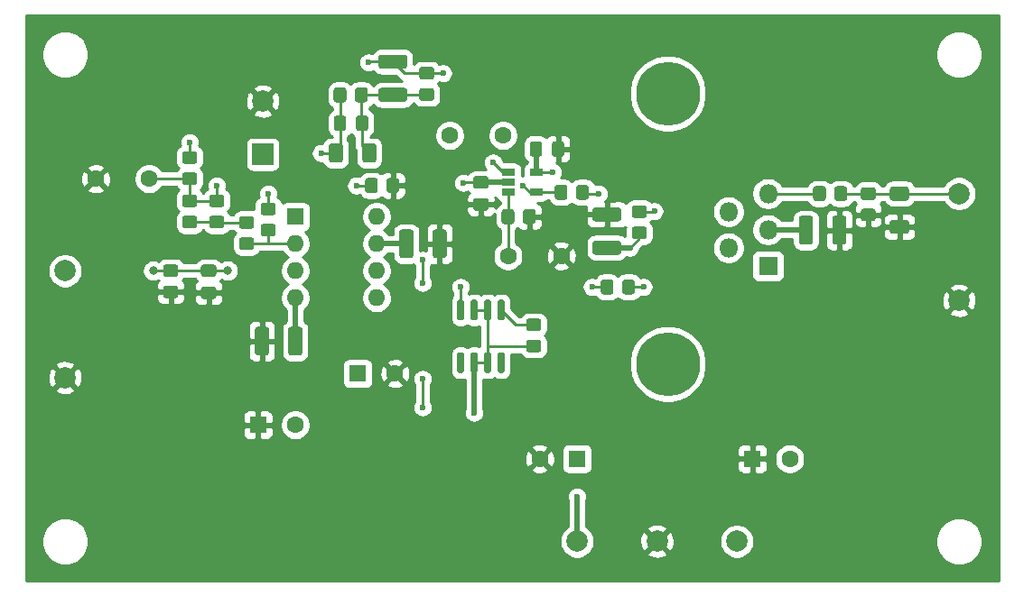
<source format=gbr>
G04 #@! TF.GenerationSoftware,KiCad,Pcbnew,(5.1.9-0-10_14)*
G04 #@! TF.CreationDate,2021-02-19T16:14:07+01:00*
G04 #@! TF.ProjectId,lt1115-phono-mm-mc,6c743131-3135-42d7-9068-6f6e6f2d6d6d,rev?*
G04 #@! TF.SameCoordinates,Original*
G04 #@! TF.FileFunction,Copper,L1,Top*
G04 #@! TF.FilePolarity,Positive*
%FSLAX46Y46*%
G04 Gerber Fmt 4.6, Leading zero omitted, Abs format (unit mm)*
G04 Created by KiCad (PCBNEW (5.1.9-0-10_14)) date 2021-02-19 16:14:07*
%MOMM*%
%LPD*%
G01*
G04 APERTURE LIST*
G04 #@! TA.AperFunction,SMDPad,CuDef*
%ADD10R,1.220000X0.650000*%
G04 #@! TD*
G04 #@! TA.AperFunction,ComponentPad*
%ADD11O,1.800000X1.800000*%
G04 #@! TD*
G04 #@! TA.AperFunction,ComponentPad*
%ADD12R,1.800000X1.800000*%
G04 #@! TD*
G04 #@! TA.AperFunction,ComponentPad*
%ADD13O,1.600000X1.600000*%
G04 #@! TD*
G04 #@! TA.AperFunction,ComponentPad*
%ADD14R,1.600000X1.600000*%
G04 #@! TD*
G04 #@! TA.AperFunction,ComponentPad*
%ADD15C,2.000000*%
G04 #@! TD*
G04 #@! TA.AperFunction,ComponentPad*
%ADD16C,6.000000*%
G04 #@! TD*
G04 #@! TA.AperFunction,ComponentPad*
%ADD17C,1.600000*%
G04 #@! TD*
G04 #@! TA.AperFunction,ComponentPad*
%ADD18R,2.000000X2.000000*%
G04 #@! TD*
G04 #@! TA.AperFunction,ViaPad*
%ADD19C,0.800000*%
G04 #@! TD*
G04 #@! TA.AperFunction,ViaPad*
%ADD20C,0.600000*%
G04 #@! TD*
G04 #@! TA.AperFunction,Conductor*
%ADD21C,0.250000*%
G04 #@! TD*
G04 #@! TA.AperFunction,Conductor*
%ADD22C,0.500000*%
G04 #@! TD*
G04 #@! TA.AperFunction,Conductor*
%ADD23C,0.254000*%
G04 #@! TD*
G04 #@! TA.AperFunction,Conductor*
%ADD24C,0.100000*%
G04 #@! TD*
G04 APERTURE END LIST*
D10*
X124206000Y-110114000D03*
X124206000Y-112014000D03*
X121586000Y-112014000D03*
X121586000Y-111064000D03*
X121586000Y-110114000D03*
D11*
X145923000Y-112135500D03*
X142223000Y-113835500D03*
X145923000Y-115535500D03*
X142223000Y-117235500D03*
D12*
X145923000Y-118935500D03*
G04 #@! TA.AperFunction,SMDPad,CuDef*
G36*
G01*
X120754000Y-127041000D02*
X121054000Y-127041000D01*
G75*
G02*
X121204000Y-127191000I0J-150000D01*
G01*
X121204000Y-128841000D01*
G75*
G02*
X121054000Y-128991000I-150000J0D01*
G01*
X120754000Y-128991000D01*
G75*
G02*
X120604000Y-128841000I0J150000D01*
G01*
X120604000Y-127191000D01*
G75*
G02*
X120754000Y-127041000I150000J0D01*
G01*
G37*
G04 #@! TD.AperFunction*
G04 #@! TA.AperFunction,SMDPad,CuDef*
G36*
G01*
X119484000Y-127041000D02*
X119784000Y-127041000D01*
G75*
G02*
X119934000Y-127191000I0J-150000D01*
G01*
X119934000Y-128841000D01*
G75*
G02*
X119784000Y-128991000I-150000J0D01*
G01*
X119484000Y-128991000D01*
G75*
G02*
X119334000Y-128841000I0J150000D01*
G01*
X119334000Y-127191000D01*
G75*
G02*
X119484000Y-127041000I150000J0D01*
G01*
G37*
G04 #@! TD.AperFunction*
G04 #@! TA.AperFunction,SMDPad,CuDef*
G36*
G01*
X118214000Y-127041000D02*
X118514000Y-127041000D01*
G75*
G02*
X118664000Y-127191000I0J-150000D01*
G01*
X118664000Y-128841000D01*
G75*
G02*
X118514000Y-128991000I-150000J0D01*
G01*
X118214000Y-128991000D01*
G75*
G02*
X118064000Y-128841000I0J150000D01*
G01*
X118064000Y-127191000D01*
G75*
G02*
X118214000Y-127041000I150000J0D01*
G01*
G37*
G04 #@! TD.AperFunction*
G04 #@! TA.AperFunction,SMDPad,CuDef*
G36*
G01*
X116944000Y-127041000D02*
X117244000Y-127041000D01*
G75*
G02*
X117394000Y-127191000I0J-150000D01*
G01*
X117394000Y-128841000D01*
G75*
G02*
X117244000Y-128991000I-150000J0D01*
G01*
X116944000Y-128991000D01*
G75*
G02*
X116794000Y-128841000I0J150000D01*
G01*
X116794000Y-127191000D01*
G75*
G02*
X116944000Y-127041000I150000J0D01*
G01*
G37*
G04 #@! TD.AperFunction*
G04 #@! TA.AperFunction,SMDPad,CuDef*
G36*
G01*
X116944000Y-122091000D02*
X117244000Y-122091000D01*
G75*
G02*
X117394000Y-122241000I0J-150000D01*
G01*
X117394000Y-123891000D01*
G75*
G02*
X117244000Y-124041000I-150000J0D01*
G01*
X116944000Y-124041000D01*
G75*
G02*
X116794000Y-123891000I0J150000D01*
G01*
X116794000Y-122241000D01*
G75*
G02*
X116944000Y-122091000I150000J0D01*
G01*
G37*
G04 #@! TD.AperFunction*
G04 #@! TA.AperFunction,SMDPad,CuDef*
G36*
G01*
X118214000Y-122091000D02*
X118514000Y-122091000D01*
G75*
G02*
X118664000Y-122241000I0J-150000D01*
G01*
X118664000Y-123891000D01*
G75*
G02*
X118514000Y-124041000I-150000J0D01*
G01*
X118214000Y-124041000D01*
G75*
G02*
X118064000Y-123891000I0J150000D01*
G01*
X118064000Y-122241000D01*
G75*
G02*
X118214000Y-122091000I150000J0D01*
G01*
G37*
G04 #@! TD.AperFunction*
G04 #@! TA.AperFunction,SMDPad,CuDef*
G36*
G01*
X119484000Y-122091000D02*
X119784000Y-122091000D01*
G75*
G02*
X119934000Y-122241000I0J-150000D01*
G01*
X119934000Y-123891000D01*
G75*
G02*
X119784000Y-124041000I-150000J0D01*
G01*
X119484000Y-124041000D01*
G75*
G02*
X119334000Y-123891000I0J150000D01*
G01*
X119334000Y-122241000D01*
G75*
G02*
X119484000Y-122091000I150000J0D01*
G01*
G37*
G04 #@! TD.AperFunction*
G04 #@! TA.AperFunction,SMDPad,CuDef*
G36*
G01*
X120754000Y-122091000D02*
X121054000Y-122091000D01*
G75*
G02*
X121204000Y-122241000I0J-150000D01*
G01*
X121204000Y-123891000D01*
G75*
G02*
X121054000Y-124041000I-150000J0D01*
G01*
X120754000Y-124041000D01*
G75*
G02*
X120604000Y-123891000I0J150000D01*
G01*
X120604000Y-122241000D01*
G75*
G02*
X120754000Y-122091000I150000J0D01*
G01*
G37*
G04 #@! TD.AperFunction*
D13*
X109220000Y-114300000D03*
X101600000Y-121920000D03*
X109220000Y-116840000D03*
X101600000Y-119380000D03*
X109220000Y-119380000D03*
X101600000Y-116840000D03*
X109220000Y-121920000D03*
D14*
X101600000Y-114300000D03*
G04 #@! TA.AperFunction,SMDPad,CuDef*
G36*
G01*
X127924000Y-112464001D02*
X127924000Y-111563999D01*
G75*
G02*
X128173999Y-111314000I249999J0D01*
G01*
X128874001Y-111314000D01*
G75*
G02*
X129124000Y-111563999I0J-249999D01*
G01*
X129124000Y-112464001D01*
G75*
G02*
X128874001Y-112714000I-249999J0D01*
G01*
X128173999Y-112714000D01*
G75*
G02*
X127924000Y-112464001I0J249999D01*
G01*
G37*
G04 #@! TD.AperFunction*
G04 #@! TA.AperFunction,SMDPad,CuDef*
G36*
G01*
X125924000Y-112464001D02*
X125924000Y-111563999D01*
G75*
G02*
X126173999Y-111314000I249999J0D01*
G01*
X126874001Y-111314000D01*
G75*
G02*
X127124000Y-111563999I0J-249999D01*
G01*
X127124000Y-112464001D01*
G75*
G02*
X126874001Y-112714000I-249999J0D01*
G01*
X126173999Y-112714000D01*
G75*
G02*
X125924000Y-112464001I0J249999D01*
G01*
G37*
G04 #@! TD.AperFunction*
G04 #@! TA.AperFunction,SMDPad,CuDef*
G36*
G01*
X122939000Y-114750001D02*
X122939000Y-113849999D01*
G75*
G02*
X123188999Y-113600000I249999J0D01*
G01*
X123889001Y-113600000D01*
G75*
G02*
X124139000Y-113849999I0J-249999D01*
G01*
X124139000Y-114750001D01*
G75*
G02*
X123889001Y-115000000I-249999J0D01*
G01*
X123188999Y-115000000D01*
G75*
G02*
X122939000Y-114750001I0J249999D01*
G01*
G37*
G04 #@! TD.AperFunction*
G04 #@! TA.AperFunction,SMDPad,CuDef*
G36*
G01*
X120939000Y-114750001D02*
X120939000Y-113849999D01*
G75*
G02*
X121188999Y-113600000I249999J0D01*
G01*
X121889001Y-113600000D01*
G75*
G02*
X122139000Y-113849999I0J-249999D01*
G01*
X122139000Y-114750001D01*
G75*
G02*
X121889001Y-115000000I-249999J0D01*
G01*
X121188999Y-115000000D01*
G75*
G02*
X120939000Y-114750001I0J249999D01*
G01*
G37*
G04 #@! TD.AperFunction*
G04 #@! TA.AperFunction,SMDPad,CuDef*
G36*
G01*
X154870999Y-113541000D02*
X155771001Y-113541000D01*
G75*
G02*
X156021000Y-113790999I0J-249999D01*
G01*
X156021000Y-114491001D01*
G75*
G02*
X155771001Y-114741000I-249999J0D01*
G01*
X154870999Y-114741000D01*
G75*
G02*
X154621000Y-114491001I0J249999D01*
G01*
X154621000Y-113790999D01*
G75*
G02*
X154870999Y-113541000I249999J0D01*
G01*
G37*
G04 #@! TD.AperFunction*
G04 #@! TA.AperFunction,SMDPad,CuDef*
G36*
G01*
X154870999Y-111541000D02*
X155771001Y-111541000D01*
G75*
G02*
X156021000Y-111790999I0J-249999D01*
G01*
X156021000Y-112491001D01*
G75*
G02*
X155771001Y-112741000I-249999J0D01*
G01*
X154870999Y-112741000D01*
G75*
G02*
X154621000Y-112491001I0J249999D01*
G01*
X154621000Y-111790999D01*
G75*
G02*
X154870999Y-111541000I249999J0D01*
G01*
G37*
G04 #@! TD.AperFunction*
G04 #@! TA.AperFunction,SMDPad,CuDef*
G36*
G01*
X151349000Y-111690999D02*
X151349000Y-112591001D01*
G75*
G02*
X151099001Y-112841000I-249999J0D01*
G01*
X150398999Y-112841000D01*
G75*
G02*
X150149000Y-112591001I0J249999D01*
G01*
X150149000Y-111690999D01*
G75*
G02*
X150398999Y-111441000I249999J0D01*
G01*
X151099001Y-111441000D01*
G75*
G02*
X151349000Y-111690999I0J-249999D01*
G01*
G37*
G04 #@! TD.AperFunction*
G04 #@! TA.AperFunction,SMDPad,CuDef*
G36*
G01*
X153349000Y-111690999D02*
X153349000Y-112591001D01*
G75*
G02*
X153099001Y-112841000I-249999J0D01*
G01*
X152398999Y-112841000D01*
G75*
G02*
X152149000Y-112591001I0J249999D01*
G01*
X152149000Y-111690999D01*
G75*
G02*
X152398999Y-111441000I249999J0D01*
G01*
X153099001Y-111441000D01*
G75*
G02*
X153349000Y-111690999I0J-249999D01*
G01*
G37*
G04 #@! TD.AperFunction*
G04 #@! TA.AperFunction,SMDPad,CuDef*
G36*
G01*
X134308001Y-114424000D02*
X133407999Y-114424000D01*
G75*
G02*
X133158000Y-114174001I0J249999D01*
G01*
X133158000Y-113473999D01*
G75*
G02*
X133407999Y-113224000I249999J0D01*
G01*
X134308001Y-113224000D01*
G75*
G02*
X134558000Y-113473999I0J-249999D01*
G01*
X134558000Y-114174001D01*
G75*
G02*
X134308001Y-114424000I-249999J0D01*
G01*
G37*
G04 #@! TD.AperFunction*
G04 #@! TA.AperFunction,SMDPad,CuDef*
G36*
G01*
X134308001Y-116424000D02*
X133407999Y-116424000D01*
G75*
G02*
X133158000Y-116174001I0J249999D01*
G01*
X133158000Y-115473999D01*
G75*
G02*
X133407999Y-115224000I249999J0D01*
G01*
X134308001Y-115224000D01*
G75*
G02*
X134558000Y-115473999I0J-249999D01*
G01*
X134558000Y-116174001D01*
G75*
G02*
X134308001Y-116424000I-249999J0D01*
G01*
G37*
G04 #@! TD.AperFunction*
G04 #@! TA.AperFunction,SMDPad,CuDef*
G36*
G01*
X131442000Y-120453999D02*
X131442000Y-121354001D01*
G75*
G02*
X131192001Y-121604000I-249999J0D01*
G01*
X130491999Y-121604000D01*
G75*
G02*
X130242000Y-121354001I0J249999D01*
G01*
X130242000Y-120453999D01*
G75*
G02*
X130491999Y-120204000I249999J0D01*
G01*
X131192001Y-120204000D01*
G75*
G02*
X131442000Y-120453999I0J-249999D01*
G01*
G37*
G04 #@! TD.AperFunction*
G04 #@! TA.AperFunction,SMDPad,CuDef*
G36*
G01*
X133442000Y-120453999D02*
X133442000Y-121354001D01*
G75*
G02*
X133192001Y-121604000I-249999J0D01*
G01*
X132491999Y-121604000D01*
G75*
G02*
X132242000Y-121354001I0J249999D01*
G01*
X132242000Y-120453999D01*
G75*
G02*
X132491999Y-120204000I249999J0D01*
G01*
X133192001Y-120204000D01*
G75*
G02*
X133442000Y-120453999I0J-249999D01*
G01*
G37*
G04 #@! TD.AperFunction*
G04 #@! TA.AperFunction,SMDPad,CuDef*
G36*
G01*
X113468999Y-102238000D02*
X114369001Y-102238000D01*
G75*
G02*
X114619000Y-102487999I0J-249999D01*
G01*
X114619000Y-103188001D01*
G75*
G02*
X114369001Y-103438000I-249999J0D01*
G01*
X113468999Y-103438000D01*
G75*
G02*
X113219000Y-103188001I0J249999D01*
G01*
X113219000Y-102487999D01*
G75*
G02*
X113468999Y-102238000I249999J0D01*
G01*
G37*
G04 #@! TD.AperFunction*
G04 #@! TA.AperFunction,SMDPad,CuDef*
G36*
G01*
X113468999Y-100238000D02*
X114369001Y-100238000D01*
G75*
G02*
X114619000Y-100487999I0J-249999D01*
G01*
X114619000Y-101188001D01*
G75*
G02*
X114369001Y-101438000I-249999J0D01*
G01*
X113468999Y-101438000D01*
G75*
G02*
X113219000Y-101188001I0J249999D01*
G01*
X113219000Y-100487999D01*
G75*
G02*
X113468999Y-100238000I249999J0D01*
G01*
G37*
G04 #@! TD.AperFunction*
G04 #@! TA.AperFunction,SMDPad,CuDef*
G36*
G01*
X123501999Y-125860000D02*
X124402001Y-125860000D01*
G75*
G02*
X124652000Y-126109999I0J-249999D01*
G01*
X124652000Y-126810001D01*
G75*
G02*
X124402001Y-127060000I-249999J0D01*
G01*
X123501999Y-127060000D01*
G75*
G02*
X123252000Y-126810001I0J249999D01*
G01*
X123252000Y-126109999D01*
G75*
G02*
X123501999Y-125860000I249999J0D01*
G01*
G37*
G04 #@! TD.AperFunction*
G04 #@! TA.AperFunction,SMDPad,CuDef*
G36*
G01*
X123501999Y-123860000D02*
X124402001Y-123860000D01*
G75*
G02*
X124652000Y-124109999I0J-249999D01*
G01*
X124652000Y-124810001D01*
G75*
G02*
X124402001Y-125060000I-249999J0D01*
G01*
X123501999Y-125060000D01*
G75*
G02*
X123252000Y-124810001I0J249999D01*
G01*
X123252000Y-124109999D01*
G75*
G02*
X123501999Y-123860000I249999J0D01*
G01*
G37*
G04 #@! TD.AperFunction*
G04 #@! TA.AperFunction,SMDPad,CuDef*
G36*
G01*
X91243999Y-110144000D02*
X92144001Y-110144000D01*
G75*
G02*
X92394000Y-110393999I0J-249999D01*
G01*
X92394000Y-111094001D01*
G75*
G02*
X92144001Y-111344000I-249999J0D01*
G01*
X91243999Y-111344000D01*
G75*
G02*
X90994000Y-111094001I0J249999D01*
G01*
X90994000Y-110393999D01*
G75*
G02*
X91243999Y-110144000I249999J0D01*
G01*
G37*
G04 #@! TD.AperFunction*
G04 #@! TA.AperFunction,SMDPad,CuDef*
G36*
G01*
X91243999Y-108144000D02*
X92144001Y-108144000D01*
G75*
G02*
X92394000Y-108393999I0J-249999D01*
G01*
X92394000Y-109094001D01*
G75*
G02*
X92144001Y-109344000I-249999J0D01*
G01*
X91243999Y-109344000D01*
G75*
G02*
X90994000Y-109094001I0J249999D01*
G01*
X90994000Y-108393999D01*
G75*
G02*
X91243999Y-108144000I249999J0D01*
G01*
G37*
G04 #@! TD.AperFunction*
G04 #@! TA.AperFunction,SMDPad,CuDef*
G36*
G01*
X106391000Y-102419999D02*
X106391000Y-103320001D01*
G75*
G02*
X106141001Y-103570000I-249999J0D01*
G01*
X105440999Y-103570000D01*
G75*
G02*
X105191000Y-103320001I0J249999D01*
G01*
X105191000Y-102419999D01*
G75*
G02*
X105440999Y-102170000I249999J0D01*
G01*
X106141001Y-102170000D01*
G75*
G02*
X106391000Y-102419999I0J-249999D01*
G01*
G37*
G04 #@! TD.AperFunction*
G04 #@! TA.AperFunction,SMDPad,CuDef*
G36*
G01*
X108391000Y-102419999D02*
X108391000Y-103320001D01*
G75*
G02*
X108141001Y-103570000I-249999J0D01*
G01*
X107440999Y-103570000D01*
G75*
G02*
X107191000Y-103320001I0J249999D01*
G01*
X107191000Y-102419999D01*
G75*
G02*
X107440999Y-102170000I249999J0D01*
G01*
X108141001Y-102170000D01*
G75*
G02*
X108391000Y-102419999I0J-249999D01*
G01*
G37*
G04 #@! TD.AperFunction*
G04 #@! TA.AperFunction,SMDPad,CuDef*
G36*
G01*
X109344000Y-110928999D02*
X109344000Y-111829001D01*
G75*
G02*
X109094001Y-112079000I-249999J0D01*
G01*
X108393999Y-112079000D01*
G75*
G02*
X108144000Y-111829001I0J249999D01*
G01*
X108144000Y-110928999D01*
G75*
G02*
X108393999Y-110679000I249999J0D01*
G01*
X109094001Y-110679000D01*
G75*
G02*
X109344000Y-110928999I0J-249999D01*
G01*
G37*
G04 #@! TD.AperFunction*
G04 #@! TA.AperFunction,SMDPad,CuDef*
G36*
G01*
X111344000Y-110928999D02*
X111344000Y-111829001D01*
G75*
G02*
X111094001Y-112079000I-249999J0D01*
G01*
X110393999Y-112079000D01*
G75*
G02*
X110144000Y-111829001I0J249999D01*
G01*
X110144000Y-110928999D01*
G75*
G02*
X110393999Y-110679000I249999J0D01*
G01*
X111094001Y-110679000D01*
G75*
G02*
X111344000Y-110928999I0J-249999D01*
G01*
G37*
G04 #@! TD.AperFunction*
G04 #@! TA.AperFunction,SMDPad,CuDef*
G36*
G01*
X98609999Y-114970000D02*
X99510001Y-114970000D01*
G75*
G02*
X99760000Y-115219999I0J-249999D01*
G01*
X99760000Y-115920001D01*
G75*
G02*
X99510001Y-116170000I-249999J0D01*
G01*
X98609999Y-116170000D01*
G75*
G02*
X98360000Y-115920001I0J249999D01*
G01*
X98360000Y-115219999D01*
G75*
G02*
X98609999Y-114970000I249999J0D01*
G01*
G37*
G04 #@! TD.AperFunction*
G04 #@! TA.AperFunction,SMDPad,CuDef*
G36*
G01*
X98609999Y-112970000D02*
X99510001Y-112970000D01*
G75*
G02*
X99760000Y-113219999I0J-249999D01*
G01*
X99760000Y-113920001D01*
G75*
G02*
X99510001Y-114170000I-249999J0D01*
G01*
X98609999Y-114170000D01*
G75*
G02*
X98360000Y-113920001I0J249999D01*
G01*
X98360000Y-113219999D01*
G75*
G02*
X98609999Y-112970000I249999J0D01*
G01*
G37*
G04 #@! TD.AperFunction*
G04 #@! TA.AperFunction,SMDPad,CuDef*
G36*
G01*
X92144001Y-113408000D02*
X91243999Y-113408000D01*
G75*
G02*
X90994000Y-113158001I0J249999D01*
G01*
X90994000Y-112457999D01*
G75*
G02*
X91243999Y-112208000I249999J0D01*
G01*
X92144001Y-112208000D01*
G75*
G02*
X92394000Y-112457999I0J-249999D01*
G01*
X92394000Y-113158001D01*
G75*
G02*
X92144001Y-113408000I-249999J0D01*
G01*
G37*
G04 #@! TD.AperFunction*
G04 #@! TA.AperFunction,SMDPad,CuDef*
G36*
G01*
X92144001Y-115408000D02*
X91243999Y-115408000D01*
G75*
G02*
X90994000Y-115158001I0J249999D01*
G01*
X90994000Y-114457999D01*
G75*
G02*
X91243999Y-114208000I249999J0D01*
G01*
X92144001Y-114208000D01*
G75*
G02*
X92394000Y-114457999I0J-249999D01*
G01*
X92394000Y-115158001D01*
G75*
G02*
X92144001Y-115408000I-249999J0D01*
G01*
G37*
G04 #@! TD.AperFunction*
G04 #@! TA.AperFunction,SMDPad,CuDef*
G36*
G01*
X94684001Y-113408000D02*
X93783999Y-113408000D01*
G75*
G02*
X93534000Y-113158001I0J249999D01*
G01*
X93534000Y-112457999D01*
G75*
G02*
X93783999Y-112208000I249999J0D01*
G01*
X94684001Y-112208000D01*
G75*
G02*
X94934000Y-112457999I0J-249999D01*
G01*
X94934000Y-113158001D01*
G75*
G02*
X94684001Y-113408000I-249999J0D01*
G01*
G37*
G04 #@! TD.AperFunction*
G04 #@! TA.AperFunction,SMDPad,CuDef*
G36*
G01*
X94684001Y-115408000D02*
X93783999Y-115408000D01*
G75*
G02*
X93534000Y-115158001I0J249999D01*
G01*
X93534000Y-114457999D01*
G75*
G02*
X93783999Y-114208000I249999J0D01*
G01*
X94684001Y-114208000D01*
G75*
G02*
X94934000Y-114457999I0J-249999D01*
G01*
X94934000Y-115158001D01*
G75*
G02*
X94684001Y-115408000I-249999J0D01*
G01*
G37*
G04 #@! TD.AperFunction*
G04 #@! TA.AperFunction,SMDPad,CuDef*
G36*
G01*
X97478001Y-115440000D02*
X96577999Y-115440000D01*
G75*
G02*
X96328000Y-115190001I0J249999D01*
G01*
X96328000Y-114489999D01*
G75*
G02*
X96577999Y-114240000I249999J0D01*
G01*
X97478001Y-114240000D01*
G75*
G02*
X97728000Y-114489999I0J-249999D01*
G01*
X97728000Y-115190001D01*
G75*
G02*
X97478001Y-115440000I-249999J0D01*
G01*
G37*
G04 #@! TD.AperFunction*
G04 #@! TA.AperFunction,SMDPad,CuDef*
G36*
G01*
X97478001Y-117440000D02*
X96577999Y-117440000D01*
G75*
G02*
X96328000Y-117190001I0J249999D01*
G01*
X96328000Y-116489999D01*
G75*
G02*
X96577999Y-116240000I249999J0D01*
G01*
X97478001Y-116240000D01*
G75*
G02*
X97728000Y-116489999I0J-249999D01*
G01*
X97728000Y-117190001D01*
G75*
G02*
X97478001Y-117440000I-249999J0D01*
G01*
G37*
G04 #@! TD.AperFunction*
G04 #@! TA.AperFunction,SMDPad,CuDef*
G36*
G01*
X89465999Y-120780000D02*
X90366001Y-120780000D01*
G75*
G02*
X90616000Y-121029999I0J-249999D01*
G01*
X90616000Y-121730001D01*
G75*
G02*
X90366001Y-121980000I-249999J0D01*
G01*
X89465999Y-121980000D01*
G75*
G02*
X89216000Y-121730001I0J249999D01*
G01*
X89216000Y-121029999D01*
G75*
G02*
X89465999Y-120780000I249999J0D01*
G01*
G37*
G04 #@! TD.AperFunction*
G04 #@! TA.AperFunction,SMDPad,CuDef*
G36*
G01*
X89465999Y-118780000D02*
X90366001Y-118780000D01*
G75*
G02*
X90616000Y-119029999I0J-249999D01*
G01*
X90616000Y-119730001D01*
G75*
G02*
X90366001Y-119980000I-249999J0D01*
G01*
X89465999Y-119980000D01*
G75*
G02*
X89216000Y-119730001I0J249999D01*
G01*
X89216000Y-119029999D01*
G75*
G02*
X89465999Y-118780000I249999J0D01*
G01*
G37*
G04 #@! TD.AperFunction*
D15*
X163830000Y-122174000D03*
X163830000Y-112141000D03*
X143002000Y-144780000D03*
X135509000Y-144780000D03*
X128016000Y-144780000D03*
X80010000Y-129413000D03*
X80010000Y-119380000D03*
D16*
X136525000Y-128143000D03*
X136525000Y-102743000D03*
D17*
X121539000Y-117983000D03*
X126539000Y-117983000D03*
G04 #@! TA.AperFunction,SMDPad,CuDef*
G36*
G01*
X119474000Y-111669500D02*
X118524000Y-111669500D01*
G75*
G02*
X118274000Y-111419500I0J250000D01*
G01*
X118274000Y-110744500D01*
G75*
G02*
X118524000Y-110494500I250000J0D01*
G01*
X119474000Y-110494500D01*
G75*
G02*
X119724000Y-110744500I0J-250000D01*
G01*
X119724000Y-111419500D01*
G75*
G02*
X119474000Y-111669500I-250000J0D01*
G01*
G37*
G04 #@! TD.AperFunction*
G04 #@! TA.AperFunction,SMDPad,CuDef*
G36*
G01*
X119474000Y-113744500D02*
X118524000Y-113744500D01*
G75*
G02*
X118274000Y-113494500I0J250000D01*
G01*
X118274000Y-112819500D01*
G75*
G02*
X118524000Y-112569500I250000J0D01*
G01*
X119474000Y-112569500D01*
G75*
G02*
X119724000Y-112819500I0J-250000D01*
G01*
X119724000Y-113494500D01*
G75*
G02*
X119474000Y-113744500I-250000J0D01*
G01*
G37*
G04 #@! TD.AperFunction*
G04 #@! TA.AperFunction,SMDPad,CuDef*
G36*
G01*
X125650500Y-108425000D02*
X125650500Y-107475000D01*
G75*
G02*
X125900500Y-107225000I250000J0D01*
G01*
X126575500Y-107225000D01*
G75*
G02*
X126825500Y-107475000I0J-250000D01*
G01*
X126825500Y-108425000D01*
G75*
G02*
X126575500Y-108675000I-250000J0D01*
G01*
X125900500Y-108675000D01*
G75*
G02*
X125650500Y-108425000I0J250000D01*
G01*
G37*
G04 #@! TD.AperFunction*
G04 #@! TA.AperFunction,SMDPad,CuDef*
G36*
G01*
X123575500Y-108425000D02*
X123575500Y-107475000D01*
G75*
G02*
X123825500Y-107225000I250000J0D01*
G01*
X124500500Y-107225000D01*
G75*
G02*
X124750500Y-107475000I0J-250000D01*
G01*
X124750500Y-108425000D01*
G75*
G02*
X124500500Y-108675000I-250000J0D01*
G01*
X123825500Y-108675000D01*
G75*
G02*
X123575500Y-108425000I0J250000D01*
G01*
G37*
G04 #@! TD.AperFunction*
X121078000Y-106680000D03*
X116078000Y-106680000D03*
G04 #@! TA.AperFunction,SMDPad,CuDef*
G36*
G01*
X157591999Y-114603500D02*
X158892001Y-114603500D01*
G75*
G02*
X159142000Y-114853499I0J-249999D01*
G01*
X159142000Y-115678501D01*
G75*
G02*
X158892001Y-115928500I-249999J0D01*
G01*
X157591999Y-115928500D01*
G75*
G02*
X157342000Y-115678501I0J249999D01*
G01*
X157342000Y-114853499D01*
G75*
G02*
X157591999Y-114603500I249999J0D01*
G01*
G37*
G04 #@! TD.AperFunction*
G04 #@! TA.AperFunction,SMDPad,CuDef*
G36*
G01*
X157591999Y-111478500D02*
X158892001Y-111478500D01*
G75*
G02*
X159142000Y-111728499I0J-249999D01*
G01*
X159142000Y-112553501D01*
G75*
G02*
X158892001Y-112803500I-249999J0D01*
G01*
X157591999Y-112803500D01*
G75*
G02*
X157342000Y-112553501I0J249999D01*
G01*
X157342000Y-111728499D01*
G75*
G02*
X157591999Y-111478500I249999J0D01*
G01*
G37*
G04 #@! TD.AperFunction*
X147955000Y-137033000D03*
D14*
X144455000Y-137033000D03*
G04 #@! TA.AperFunction,SMDPad,CuDef*
G36*
G01*
X150141500Y-114469999D02*
X150141500Y-116670001D01*
G75*
G02*
X149891501Y-116920000I-249999J0D01*
G01*
X149066499Y-116920000D01*
G75*
G02*
X148816500Y-116670001I0J249999D01*
G01*
X148816500Y-114469999D01*
G75*
G02*
X149066499Y-114220000I249999J0D01*
G01*
X149891501Y-114220000D01*
G75*
G02*
X150141500Y-114469999I0J-249999D01*
G01*
G37*
G04 #@! TD.AperFunction*
G04 #@! TA.AperFunction,SMDPad,CuDef*
G36*
G01*
X153266500Y-114469999D02*
X153266500Y-116670001D01*
G75*
G02*
X153016501Y-116920000I-249999J0D01*
G01*
X152191499Y-116920000D01*
G75*
G02*
X151941500Y-116670001I0J249999D01*
G01*
X151941500Y-114469999D01*
G75*
G02*
X152191499Y-114220000I249999J0D01*
G01*
X153016501Y-114220000D01*
G75*
G02*
X153266500Y-114469999I0J-249999D01*
G01*
G37*
G04 #@! TD.AperFunction*
G04 #@! TA.AperFunction,SMDPad,CuDef*
G36*
G01*
X131910001Y-114758500D02*
X129709999Y-114758500D01*
G75*
G02*
X129460000Y-114508501I0J249999D01*
G01*
X129460000Y-113683499D01*
G75*
G02*
X129709999Y-113433500I249999J0D01*
G01*
X131910001Y-113433500D01*
G75*
G02*
X132160000Y-113683499I0J-249999D01*
G01*
X132160000Y-114508501D01*
G75*
G02*
X131910001Y-114758500I-249999J0D01*
G01*
G37*
G04 #@! TD.AperFunction*
G04 #@! TA.AperFunction,SMDPad,CuDef*
G36*
G01*
X131910001Y-117883500D02*
X129709999Y-117883500D01*
G75*
G02*
X129460000Y-117633501I0J249999D01*
G01*
X129460000Y-116808499D01*
G75*
G02*
X129709999Y-116558500I249999J0D01*
G01*
X131910001Y-116558500D01*
G75*
G02*
X132160000Y-116808499I0J-249999D01*
G01*
X132160000Y-117633501D01*
G75*
G02*
X131910001Y-117883500I-249999J0D01*
G01*
G37*
G04 #@! TD.AperFunction*
D17*
X124516000Y-137033000D03*
D14*
X128016000Y-137033000D03*
G04 #@! TA.AperFunction,SMDPad,CuDef*
G36*
G01*
X109643999Y-102207500D02*
X111844001Y-102207500D01*
G75*
G02*
X112094000Y-102457499I0J-249999D01*
G01*
X112094000Y-103282501D01*
G75*
G02*
X111844001Y-103532500I-249999J0D01*
G01*
X109643999Y-103532500D01*
G75*
G02*
X109394000Y-103282501I0J249999D01*
G01*
X109394000Y-102457499D01*
G75*
G02*
X109643999Y-102207500I249999J0D01*
G01*
G37*
G04 #@! TD.AperFunction*
G04 #@! TA.AperFunction,SMDPad,CuDef*
G36*
G01*
X109643999Y-99082500D02*
X111844001Y-99082500D01*
G75*
G02*
X112094000Y-99332499I0J-249999D01*
G01*
X112094000Y-100157501D01*
G75*
G02*
X111844001Y-100407500I-249999J0D01*
G01*
X109643999Y-100407500D01*
G75*
G02*
X109394000Y-100157501I0J249999D01*
G01*
X109394000Y-99332499D01*
G75*
G02*
X109643999Y-99082500I249999J0D01*
G01*
G37*
G04 #@! TD.AperFunction*
G04 #@! TA.AperFunction,SMDPad,CuDef*
G36*
G01*
X106072500Y-107680999D02*
X106072500Y-108981001D01*
G75*
G02*
X105822501Y-109231000I-249999J0D01*
G01*
X104997499Y-109231000D01*
G75*
G02*
X104747500Y-108981001I0J249999D01*
G01*
X104747500Y-107680999D01*
G75*
G02*
X104997499Y-107431000I249999J0D01*
G01*
X105822501Y-107431000D01*
G75*
G02*
X106072500Y-107680999I0J-249999D01*
G01*
G37*
G04 #@! TD.AperFunction*
G04 #@! TA.AperFunction,SMDPad,CuDef*
G36*
G01*
X109197500Y-107680999D02*
X109197500Y-108981001D01*
G75*
G02*
X108947501Y-109231000I-249999J0D01*
G01*
X108122499Y-109231000D01*
G75*
G02*
X107872500Y-108981001I0J249999D01*
G01*
X107872500Y-107680999D01*
G75*
G02*
X108122499Y-107431000I249999J0D01*
G01*
X108947501Y-107431000D01*
G75*
G02*
X109197500Y-107680999I0J-249999D01*
G01*
G37*
G04 #@! TD.AperFunction*
G04 #@! TA.AperFunction,SMDPad,CuDef*
G36*
G01*
X106378500Y-105062000D02*
X106378500Y-106012000D01*
G75*
G02*
X106128500Y-106262000I-250000J0D01*
G01*
X105453500Y-106262000D01*
G75*
G02*
X105203500Y-106012000I0J250000D01*
G01*
X105203500Y-105062000D01*
G75*
G02*
X105453500Y-104812000I250000J0D01*
G01*
X106128500Y-104812000D01*
G75*
G02*
X106378500Y-105062000I0J-250000D01*
G01*
G37*
G04 #@! TD.AperFunction*
G04 #@! TA.AperFunction,SMDPad,CuDef*
G36*
G01*
X108453500Y-105062000D02*
X108453500Y-106012000D01*
G75*
G02*
X108203500Y-106262000I-250000J0D01*
G01*
X107528500Y-106262000D01*
G75*
G02*
X107278500Y-106012000I0J250000D01*
G01*
X107278500Y-105062000D01*
G75*
G02*
X107528500Y-104812000I250000J0D01*
G01*
X108203500Y-104812000D01*
G75*
G02*
X108453500Y-105062000I0J-250000D01*
G01*
G37*
G04 #@! TD.AperFunction*
D17*
X101600000Y-133858000D03*
D14*
X98100000Y-133858000D03*
G04 #@! TA.AperFunction,SMDPad,CuDef*
G36*
G01*
X100937500Y-127084001D02*
X100937500Y-124883999D01*
G75*
G02*
X101187499Y-124634000I249999J0D01*
G01*
X102012501Y-124634000D01*
G75*
G02*
X102262500Y-124883999I0J-249999D01*
G01*
X102262500Y-127084001D01*
G75*
G02*
X102012501Y-127334000I-249999J0D01*
G01*
X101187499Y-127334000D01*
G75*
G02*
X100937500Y-127084001I0J249999D01*
G01*
G37*
G04 #@! TD.AperFunction*
G04 #@! TA.AperFunction,SMDPad,CuDef*
G36*
G01*
X97812500Y-127084001D02*
X97812500Y-124883999D01*
G75*
G02*
X98062499Y-124634000I249999J0D01*
G01*
X98887501Y-124634000D01*
G75*
G02*
X99137500Y-124883999I0J-249999D01*
G01*
X99137500Y-127084001D01*
G75*
G02*
X98887501Y-127334000I-249999J0D01*
G01*
X98062499Y-127334000D01*
G75*
G02*
X97812500Y-127084001I0J249999D01*
G01*
G37*
G04 #@! TD.AperFunction*
G04 #@! TA.AperFunction,SMDPad,CuDef*
G36*
G01*
X114476500Y-117940001D02*
X114476500Y-115739999D01*
G75*
G02*
X114726499Y-115490000I249999J0D01*
G01*
X115551501Y-115490000D01*
G75*
G02*
X115801500Y-115739999I0J-249999D01*
G01*
X115801500Y-117940001D01*
G75*
G02*
X115551501Y-118190000I-249999J0D01*
G01*
X114726499Y-118190000D01*
G75*
G02*
X114476500Y-117940001I0J249999D01*
G01*
G37*
G04 #@! TD.AperFunction*
G04 #@! TA.AperFunction,SMDPad,CuDef*
G36*
G01*
X111351500Y-117940001D02*
X111351500Y-115739999D01*
G75*
G02*
X111601499Y-115490000I249999J0D01*
G01*
X112426501Y-115490000D01*
G75*
G02*
X112676500Y-115739999I0J-249999D01*
G01*
X112676500Y-117940001D01*
G75*
G02*
X112426501Y-118190000I-249999J0D01*
G01*
X111601499Y-118190000D01*
G75*
G02*
X111351500Y-117940001I0J249999D01*
G01*
G37*
G04 #@! TD.AperFunction*
D17*
X110942000Y-129032000D03*
D14*
X107442000Y-129032000D03*
D15*
X98552000Y-103458000D03*
D18*
X98552000Y-108458000D03*
D17*
X87884000Y-110744000D03*
X82884000Y-110744000D03*
G04 #@! TA.AperFunction,SMDPad,CuDef*
G36*
G01*
X92997000Y-120867500D02*
X93947000Y-120867500D01*
G75*
G02*
X94197000Y-121117500I0J-250000D01*
G01*
X94197000Y-121792500D01*
G75*
G02*
X93947000Y-122042500I-250000J0D01*
G01*
X92997000Y-122042500D01*
G75*
G02*
X92747000Y-121792500I0J250000D01*
G01*
X92747000Y-121117500D01*
G75*
G02*
X92997000Y-120867500I250000J0D01*
G01*
G37*
G04 #@! TD.AperFunction*
G04 #@! TA.AperFunction,SMDPad,CuDef*
G36*
G01*
X92997000Y-118792500D02*
X93947000Y-118792500D01*
G75*
G02*
X94197000Y-119042500I0J-250000D01*
G01*
X94197000Y-119717500D01*
G75*
G02*
X93947000Y-119967500I-250000J0D01*
G01*
X92997000Y-119967500D01*
G75*
G02*
X92747000Y-119717500I0J250000D01*
G01*
X92747000Y-119042500D01*
G75*
G02*
X92997000Y-118792500I250000J0D01*
G01*
G37*
G04 #@! TD.AperFunction*
D19*
X88265000Y-119380000D03*
X95250000Y-119380000D03*
D20*
X94234000Y-111379000D03*
X132969000Y-117221000D03*
X125730000Y-110109000D03*
X128016000Y-140589000D03*
X118364000Y-132715000D03*
X117348000Y-111125000D03*
X113538000Y-118364000D03*
X113538000Y-120523000D03*
X113538000Y-129540000D03*
X113538000Y-132207000D03*
X99060000Y-112141000D03*
X104013000Y-108331000D03*
X130048000Y-112141000D03*
X115443000Y-100838000D03*
X108458000Y-99822000D03*
X91694000Y-107315000D03*
X122936000Y-111379000D03*
X120142000Y-109220000D03*
X107315000Y-111379000D03*
X117094000Y-120904000D03*
X129413000Y-120904000D03*
X134239000Y-120904000D03*
X135255000Y-113792000D03*
D21*
X88265000Y-119380000D02*
X89916000Y-119380000D01*
X89916000Y-119380000D02*
X93472000Y-119380000D01*
X93472000Y-119380000D02*
X95250000Y-119380000D01*
X94234000Y-112808000D02*
X91694000Y-112808000D01*
X91694000Y-112808000D02*
X91694000Y-110744000D01*
X91694000Y-110744000D02*
X87884000Y-110744000D01*
X94234000Y-112808000D02*
X94234000Y-111379000D01*
D22*
X109220000Y-116840000D02*
X112014000Y-116840000D01*
X124206000Y-107993000D02*
X124163000Y-107950000D01*
X124206000Y-110114000D02*
X124206000Y-107993000D01*
X132969000Y-117221000D02*
X130810000Y-117221000D01*
D21*
X133858000Y-116332000D02*
X132969000Y-117221000D01*
X133858000Y-115824000D02*
X133858000Y-116332000D01*
X125725000Y-110114000D02*
X125730000Y-110109000D01*
X124206000Y-110114000D02*
X125725000Y-110114000D01*
D22*
X128016000Y-144780000D02*
X128016000Y-140589000D01*
X101600000Y-121920000D02*
X101600000Y-125984000D01*
X121568000Y-111082000D02*
X121586000Y-111064000D01*
X118999000Y-111082000D02*
X121568000Y-111082000D01*
D21*
X119634000Y-127041000D02*
X119634000Y-128016000D01*
X119634000Y-128016000D02*
X118364000Y-128016000D01*
D22*
X149444500Y-115535500D02*
X149479000Y-115570000D01*
X145923000Y-115535500D02*
X149444500Y-115535500D01*
X118364000Y-128016000D02*
X118364000Y-132715000D01*
D21*
X117391000Y-111082000D02*
X117348000Y-111125000D01*
X118999000Y-111082000D02*
X117391000Y-111082000D01*
X113538000Y-118364000D02*
X113538000Y-120523000D01*
X113538000Y-129540000D02*
X113538000Y-132207000D01*
X113538000Y-132207000D02*
X113538000Y-132207000D01*
X118364000Y-123066000D02*
X119634000Y-123066000D01*
X123952000Y-126460000D02*
X119729000Y-126460000D01*
X119729000Y-126460000D02*
X119634000Y-126365000D01*
X119634000Y-126365000D02*
X119634000Y-128016000D01*
X119634000Y-123066000D02*
X119634000Y-126365000D01*
X105791000Y-102870000D02*
X105791000Y-105537000D01*
X105791000Y-107950000D02*
X105410000Y-108331000D01*
X105791000Y-105537000D02*
X105791000Y-107950000D01*
X99060000Y-113570000D02*
X99060000Y-112141000D01*
X104013000Y-108331000D02*
X105410000Y-108331000D01*
X110776000Y-102838000D02*
X110744000Y-102870000D01*
X113919000Y-102838000D02*
X110776000Y-102838000D01*
X110744000Y-102870000D02*
X107791000Y-102870000D01*
X107791000Y-105462000D02*
X107866000Y-105537000D01*
X107791000Y-102870000D02*
X107791000Y-105462000D01*
X107866000Y-107662000D02*
X108535000Y-108331000D01*
X107866000Y-105537000D02*
X107866000Y-107662000D01*
X128651000Y-112141000D02*
X128524000Y-112014000D01*
X130048000Y-112141000D02*
X128651000Y-112141000D01*
X150743500Y-112135500D02*
X150749000Y-112141000D01*
X145923000Y-112135500D02*
X150743500Y-112135500D01*
X115443000Y-100838000D02*
X113919000Y-100838000D01*
X111837000Y-100838000D02*
X110744000Y-99745000D01*
X113919000Y-100838000D02*
X111837000Y-100838000D01*
X108535000Y-99745000D02*
X108458000Y-99822000D01*
X110744000Y-99745000D02*
X108535000Y-99745000D01*
X91694000Y-107315000D02*
X91694000Y-108744000D01*
X152749000Y-112141000D02*
X155321000Y-112141000D01*
X155321000Y-112141000D02*
X158242000Y-112141000D01*
X158242000Y-112141000D02*
X163830000Y-112141000D01*
X123571000Y-112014000D02*
X122936000Y-111379000D01*
X124206000Y-112014000D02*
X123571000Y-112014000D01*
X124206000Y-112014000D02*
X126524000Y-112014000D01*
X121036000Y-110114000D02*
X120142000Y-109220000D01*
X121586000Y-110114000D02*
X121036000Y-110114000D01*
X121539000Y-112061000D02*
X121586000Y-112014000D01*
X121539000Y-114300000D02*
X121539000Y-112061000D01*
X121539000Y-117983000D02*
X121539000Y-114300000D01*
X94266000Y-114840000D02*
X94234000Y-114808000D01*
X97028000Y-114840000D02*
X94266000Y-114840000D01*
X94234000Y-114808000D02*
X91694000Y-114808000D01*
X99060000Y-115570000D02*
X99060000Y-116840000D01*
X99060000Y-116840000D02*
X97028000Y-116840000D01*
X101600000Y-116840000D02*
X99060000Y-116840000D01*
X108744000Y-111379000D02*
X107315000Y-111379000D01*
X122298000Y-124460000D02*
X120904000Y-123066000D01*
X123952000Y-124460000D02*
X122298000Y-124460000D01*
X117094000Y-120904000D02*
X117094000Y-123066000D01*
X129413000Y-120904000D02*
X130842000Y-120904000D01*
X132842000Y-120904000D02*
X134239000Y-120904000D01*
X135223000Y-113824000D02*
X135255000Y-113792000D01*
X133858000Y-113824000D02*
X135223000Y-113824000D01*
D23*
X167513000Y-148463000D02*
X76327000Y-148463000D01*
X76327000Y-144559872D01*
X77775000Y-144559872D01*
X77775000Y-145000128D01*
X77860890Y-145431925D01*
X78029369Y-145838669D01*
X78273962Y-146204729D01*
X78585271Y-146516038D01*
X78951331Y-146760631D01*
X79358075Y-146929110D01*
X79789872Y-147015000D01*
X80230128Y-147015000D01*
X80661925Y-146929110D01*
X81068669Y-146760631D01*
X81434729Y-146516038D01*
X81746038Y-146204729D01*
X81990631Y-145838669D01*
X82159110Y-145431925D01*
X82245000Y-145000128D01*
X82245000Y-144618967D01*
X126381000Y-144618967D01*
X126381000Y-144941033D01*
X126443832Y-145256912D01*
X126567082Y-145554463D01*
X126746013Y-145822252D01*
X126973748Y-146049987D01*
X127241537Y-146228918D01*
X127539088Y-146352168D01*
X127854967Y-146415000D01*
X128177033Y-146415000D01*
X128492912Y-146352168D01*
X128790463Y-146228918D01*
X129058252Y-146049987D01*
X129192826Y-145915413D01*
X134553192Y-145915413D01*
X134648956Y-146179814D01*
X134938571Y-146320704D01*
X135250108Y-146402384D01*
X135571595Y-146421718D01*
X135890675Y-146377961D01*
X136195088Y-146272795D01*
X136369044Y-146179814D01*
X136464808Y-145915413D01*
X135509000Y-144959605D01*
X134553192Y-145915413D01*
X129192826Y-145915413D01*
X129285987Y-145822252D01*
X129464918Y-145554463D01*
X129588168Y-145256912D01*
X129651000Y-144941033D01*
X129651000Y-144842595D01*
X133867282Y-144842595D01*
X133911039Y-145161675D01*
X134016205Y-145466088D01*
X134109186Y-145640044D01*
X134373587Y-145735808D01*
X135329395Y-144780000D01*
X135688605Y-144780000D01*
X136644413Y-145735808D01*
X136908814Y-145640044D01*
X137049704Y-145350429D01*
X137131384Y-145038892D01*
X137150718Y-144717405D01*
X137137219Y-144618967D01*
X141367000Y-144618967D01*
X141367000Y-144941033D01*
X141429832Y-145256912D01*
X141553082Y-145554463D01*
X141732013Y-145822252D01*
X141959748Y-146049987D01*
X142227537Y-146228918D01*
X142525088Y-146352168D01*
X142840967Y-146415000D01*
X143163033Y-146415000D01*
X143478912Y-146352168D01*
X143776463Y-146228918D01*
X144044252Y-146049987D01*
X144271987Y-145822252D01*
X144450918Y-145554463D01*
X144574168Y-145256912D01*
X144637000Y-144941033D01*
X144637000Y-144618967D01*
X144625246Y-144559872D01*
X161595000Y-144559872D01*
X161595000Y-145000128D01*
X161680890Y-145431925D01*
X161849369Y-145838669D01*
X162093962Y-146204729D01*
X162405271Y-146516038D01*
X162771331Y-146760631D01*
X163178075Y-146929110D01*
X163609872Y-147015000D01*
X164050128Y-147015000D01*
X164481925Y-146929110D01*
X164888669Y-146760631D01*
X165254729Y-146516038D01*
X165566038Y-146204729D01*
X165810631Y-145838669D01*
X165979110Y-145431925D01*
X166065000Y-145000128D01*
X166065000Y-144559872D01*
X165979110Y-144128075D01*
X165810631Y-143721331D01*
X165566038Y-143355271D01*
X165254729Y-143043962D01*
X164888669Y-142799369D01*
X164481925Y-142630890D01*
X164050128Y-142545000D01*
X163609872Y-142545000D01*
X163178075Y-142630890D01*
X162771331Y-142799369D01*
X162405271Y-143043962D01*
X162093962Y-143355271D01*
X161849369Y-143721331D01*
X161680890Y-144128075D01*
X161595000Y-144559872D01*
X144625246Y-144559872D01*
X144574168Y-144303088D01*
X144450918Y-144005537D01*
X144271987Y-143737748D01*
X144044252Y-143510013D01*
X143776463Y-143331082D01*
X143478912Y-143207832D01*
X143163033Y-143145000D01*
X142840967Y-143145000D01*
X142525088Y-143207832D01*
X142227537Y-143331082D01*
X141959748Y-143510013D01*
X141732013Y-143737748D01*
X141553082Y-144005537D01*
X141429832Y-144303088D01*
X141367000Y-144618967D01*
X137137219Y-144618967D01*
X137106961Y-144398325D01*
X137001795Y-144093912D01*
X136908814Y-143919956D01*
X136644413Y-143824192D01*
X135688605Y-144780000D01*
X135329395Y-144780000D01*
X134373587Y-143824192D01*
X134109186Y-143919956D01*
X133968296Y-144209571D01*
X133886616Y-144521108D01*
X133867282Y-144842595D01*
X129651000Y-144842595D01*
X129651000Y-144618967D01*
X129588168Y-144303088D01*
X129464918Y-144005537D01*
X129285987Y-143737748D01*
X129192826Y-143644587D01*
X134553192Y-143644587D01*
X135509000Y-144600395D01*
X136464808Y-143644587D01*
X136369044Y-143380186D01*
X136079429Y-143239296D01*
X135767892Y-143157616D01*
X135446405Y-143138282D01*
X135127325Y-143182039D01*
X134822912Y-143287205D01*
X134648956Y-143380186D01*
X134553192Y-143644587D01*
X129192826Y-143644587D01*
X129058252Y-143510013D01*
X128901000Y-143404941D01*
X128901000Y-140895692D01*
X128915068Y-140861729D01*
X128951000Y-140681089D01*
X128951000Y-140496911D01*
X128915068Y-140316271D01*
X128844586Y-140146111D01*
X128742262Y-139992972D01*
X128612028Y-139862738D01*
X128458889Y-139760414D01*
X128288729Y-139689932D01*
X128108089Y-139654000D01*
X127923911Y-139654000D01*
X127743271Y-139689932D01*
X127573111Y-139760414D01*
X127419972Y-139862738D01*
X127289738Y-139992972D01*
X127187414Y-140146111D01*
X127116932Y-140316271D01*
X127081000Y-140496911D01*
X127081000Y-140681089D01*
X127116932Y-140861729D01*
X127131001Y-140895695D01*
X127131000Y-143404940D01*
X126973748Y-143510013D01*
X126746013Y-143737748D01*
X126567082Y-144005537D01*
X126443832Y-144303088D01*
X126381000Y-144618967D01*
X82245000Y-144618967D01*
X82245000Y-144559872D01*
X82159110Y-144128075D01*
X81990631Y-143721331D01*
X81746038Y-143355271D01*
X81434729Y-143043962D01*
X81068669Y-142799369D01*
X80661925Y-142630890D01*
X80230128Y-142545000D01*
X79789872Y-142545000D01*
X79358075Y-142630890D01*
X78951331Y-142799369D01*
X78585271Y-143043962D01*
X78273962Y-143355271D01*
X78029369Y-143721331D01*
X77860890Y-144128075D01*
X77775000Y-144559872D01*
X76327000Y-144559872D01*
X76327000Y-138025702D01*
X123702903Y-138025702D01*
X123774486Y-138269671D01*
X124029996Y-138390571D01*
X124304184Y-138459300D01*
X124586512Y-138473217D01*
X124866130Y-138431787D01*
X125132292Y-138336603D01*
X125257514Y-138269671D01*
X125329097Y-138025702D01*
X124516000Y-137212605D01*
X123702903Y-138025702D01*
X76327000Y-138025702D01*
X76327000Y-137103512D01*
X123075783Y-137103512D01*
X123117213Y-137383130D01*
X123212397Y-137649292D01*
X123279329Y-137774514D01*
X123523298Y-137846097D01*
X124336395Y-137033000D01*
X124695605Y-137033000D01*
X125508702Y-137846097D01*
X125752671Y-137774514D01*
X125873571Y-137519004D01*
X125942300Y-137244816D01*
X125956217Y-136962488D01*
X125914787Y-136682870D01*
X125819603Y-136416708D01*
X125752671Y-136291486D01*
X125553340Y-136233000D01*
X126577928Y-136233000D01*
X126577928Y-137833000D01*
X126590188Y-137957482D01*
X126626498Y-138077180D01*
X126685463Y-138187494D01*
X126764815Y-138284185D01*
X126861506Y-138363537D01*
X126971820Y-138422502D01*
X127091518Y-138458812D01*
X127216000Y-138471072D01*
X128816000Y-138471072D01*
X128940482Y-138458812D01*
X129060180Y-138422502D01*
X129170494Y-138363537D01*
X129267185Y-138284185D01*
X129346537Y-138187494D01*
X129405502Y-138077180D01*
X129441812Y-137957482D01*
X129454072Y-137833000D01*
X143016928Y-137833000D01*
X143029188Y-137957482D01*
X143065498Y-138077180D01*
X143124463Y-138187494D01*
X143203815Y-138284185D01*
X143300506Y-138363537D01*
X143410820Y-138422502D01*
X143530518Y-138458812D01*
X143655000Y-138471072D01*
X144169250Y-138468000D01*
X144328000Y-138309250D01*
X144328000Y-137160000D01*
X144582000Y-137160000D01*
X144582000Y-138309250D01*
X144740750Y-138468000D01*
X145255000Y-138471072D01*
X145379482Y-138458812D01*
X145499180Y-138422502D01*
X145609494Y-138363537D01*
X145706185Y-138284185D01*
X145785537Y-138187494D01*
X145844502Y-138077180D01*
X145880812Y-137957482D01*
X145893072Y-137833000D01*
X145890000Y-137318750D01*
X145731250Y-137160000D01*
X144582000Y-137160000D01*
X144328000Y-137160000D01*
X143178750Y-137160000D01*
X143020000Y-137318750D01*
X143016928Y-137833000D01*
X129454072Y-137833000D01*
X129454072Y-136233000D01*
X143016928Y-136233000D01*
X143020000Y-136747250D01*
X143178750Y-136906000D01*
X144328000Y-136906000D01*
X144328000Y-135756750D01*
X144582000Y-135756750D01*
X144582000Y-136906000D01*
X145731250Y-136906000D01*
X145745585Y-136891665D01*
X146520000Y-136891665D01*
X146520000Y-137174335D01*
X146575147Y-137451574D01*
X146683320Y-137712727D01*
X146840363Y-137947759D01*
X147040241Y-138147637D01*
X147275273Y-138304680D01*
X147536426Y-138412853D01*
X147813665Y-138468000D01*
X148096335Y-138468000D01*
X148373574Y-138412853D01*
X148634727Y-138304680D01*
X148869759Y-138147637D01*
X149069637Y-137947759D01*
X149226680Y-137712727D01*
X149334853Y-137451574D01*
X149390000Y-137174335D01*
X149390000Y-136891665D01*
X149334853Y-136614426D01*
X149226680Y-136353273D01*
X149069637Y-136118241D01*
X148869759Y-135918363D01*
X148634727Y-135761320D01*
X148373574Y-135653147D01*
X148096335Y-135598000D01*
X147813665Y-135598000D01*
X147536426Y-135653147D01*
X147275273Y-135761320D01*
X147040241Y-135918363D01*
X146840363Y-136118241D01*
X146683320Y-136353273D01*
X146575147Y-136614426D01*
X146520000Y-136891665D01*
X145745585Y-136891665D01*
X145890000Y-136747250D01*
X145893072Y-136233000D01*
X145880812Y-136108518D01*
X145844502Y-135988820D01*
X145785537Y-135878506D01*
X145706185Y-135781815D01*
X145609494Y-135702463D01*
X145499180Y-135643498D01*
X145379482Y-135607188D01*
X145255000Y-135594928D01*
X144740750Y-135598000D01*
X144582000Y-135756750D01*
X144328000Y-135756750D01*
X144169250Y-135598000D01*
X143655000Y-135594928D01*
X143530518Y-135607188D01*
X143410820Y-135643498D01*
X143300506Y-135702463D01*
X143203815Y-135781815D01*
X143124463Y-135878506D01*
X143065498Y-135988820D01*
X143029188Y-136108518D01*
X143016928Y-136233000D01*
X129454072Y-136233000D01*
X129441812Y-136108518D01*
X129405502Y-135988820D01*
X129346537Y-135878506D01*
X129267185Y-135781815D01*
X129170494Y-135702463D01*
X129060180Y-135643498D01*
X128940482Y-135607188D01*
X128816000Y-135594928D01*
X127216000Y-135594928D01*
X127091518Y-135607188D01*
X126971820Y-135643498D01*
X126861506Y-135702463D01*
X126764815Y-135781815D01*
X126685463Y-135878506D01*
X126626498Y-135988820D01*
X126590188Y-136108518D01*
X126577928Y-136233000D01*
X125553340Y-136233000D01*
X125508702Y-136219903D01*
X124695605Y-137033000D01*
X124336395Y-137033000D01*
X123523298Y-136219903D01*
X123279329Y-136291486D01*
X123158429Y-136546996D01*
X123089700Y-136821184D01*
X123075783Y-137103512D01*
X76327000Y-137103512D01*
X76327000Y-136040298D01*
X123702903Y-136040298D01*
X124516000Y-136853395D01*
X125329097Y-136040298D01*
X125257514Y-135796329D01*
X125002004Y-135675429D01*
X124727816Y-135606700D01*
X124445488Y-135592783D01*
X124165870Y-135634213D01*
X123899708Y-135729397D01*
X123774486Y-135796329D01*
X123702903Y-136040298D01*
X76327000Y-136040298D01*
X76327000Y-134658000D01*
X96661928Y-134658000D01*
X96674188Y-134782482D01*
X96710498Y-134902180D01*
X96769463Y-135012494D01*
X96848815Y-135109185D01*
X96945506Y-135188537D01*
X97055820Y-135247502D01*
X97175518Y-135283812D01*
X97300000Y-135296072D01*
X97814250Y-135293000D01*
X97973000Y-135134250D01*
X97973000Y-133985000D01*
X98227000Y-133985000D01*
X98227000Y-135134250D01*
X98385750Y-135293000D01*
X98900000Y-135296072D01*
X99024482Y-135283812D01*
X99144180Y-135247502D01*
X99254494Y-135188537D01*
X99351185Y-135109185D01*
X99430537Y-135012494D01*
X99489502Y-134902180D01*
X99525812Y-134782482D01*
X99538072Y-134658000D01*
X99535000Y-134143750D01*
X99376250Y-133985000D01*
X98227000Y-133985000D01*
X97973000Y-133985000D01*
X96823750Y-133985000D01*
X96665000Y-134143750D01*
X96661928Y-134658000D01*
X76327000Y-134658000D01*
X76327000Y-133058000D01*
X96661928Y-133058000D01*
X96665000Y-133572250D01*
X96823750Y-133731000D01*
X97973000Y-133731000D01*
X97973000Y-132581750D01*
X98227000Y-132581750D01*
X98227000Y-133731000D01*
X99376250Y-133731000D01*
X99390585Y-133716665D01*
X100165000Y-133716665D01*
X100165000Y-133999335D01*
X100220147Y-134276574D01*
X100328320Y-134537727D01*
X100485363Y-134772759D01*
X100685241Y-134972637D01*
X100920273Y-135129680D01*
X101181426Y-135237853D01*
X101458665Y-135293000D01*
X101741335Y-135293000D01*
X102018574Y-135237853D01*
X102279727Y-135129680D01*
X102514759Y-134972637D01*
X102714637Y-134772759D01*
X102871680Y-134537727D01*
X102979853Y-134276574D01*
X103035000Y-133999335D01*
X103035000Y-133716665D01*
X102979853Y-133439426D01*
X102871680Y-133178273D01*
X102714637Y-132943241D01*
X102514759Y-132743363D01*
X102279727Y-132586320D01*
X102018574Y-132478147D01*
X101741335Y-132423000D01*
X101458665Y-132423000D01*
X101181426Y-132478147D01*
X100920273Y-132586320D01*
X100685241Y-132743363D01*
X100485363Y-132943241D01*
X100328320Y-133178273D01*
X100220147Y-133439426D01*
X100165000Y-133716665D01*
X99390585Y-133716665D01*
X99535000Y-133572250D01*
X99538072Y-133058000D01*
X99525812Y-132933518D01*
X99489502Y-132813820D01*
X99430537Y-132703506D01*
X99351185Y-132606815D01*
X99254494Y-132527463D01*
X99144180Y-132468498D01*
X99024482Y-132432188D01*
X98900000Y-132419928D01*
X98385750Y-132423000D01*
X98227000Y-132581750D01*
X97973000Y-132581750D01*
X97814250Y-132423000D01*
X97300000Y-132419928D01*
X97175518Y-132432188D01*
X97055820Y-132468498D01*
X96945506Y-132527463D01*
X96848815Y-132606815D01*
X96769463Y-132703506D01*
X96710498Y-132813820D01*
X96674188Y-132933518D01*
X96661928Y-133058000D01*
X76327000Y-133058000D01*
X76327000Y-130548413D01*
X79054192Y-130548413D01*
X79149956Y-130812814D01*
X79439571Y-130953704D01*
X79751108Y-131035384D01*
X80072595Y-131054718D01*
X80391675Y-131010961D01*
X80696088Y-130905795D01*
X80870044Y-130812814D01*
X80965808Y-130548413D01*
X80010000Y-129592605D01*
X79054192Y-130548413D01*
X76327000Y-130548413D01*
X76327000Y-129475595D01*
X78368282Y-129475595D01*
X78412039Y-129794675D01*
X78517205Y-130099088D01*
X78610186Y-130273044D01*
X78874587Y-130368808D01*
X79830395Y-129413000D01*
X80189605Y-129413000D01*
X81145413Y-130368808D01*
X81409814Y-130273044D01*
X81550704Y-129983429D01*
X81632384Y-129671892D01*
X81651718Y-129350405D01*
X81607961Y-129031325D01*
X81502795Y-128726912D01*
X81409814Y-128552956D01*
X81145413Y-128457192D01*
X80189605Y-129413000D01*
X79830395Y-129413000D01*
X78874587Y-128457192D01*
X78610186Y-128552956D01*
X78469296Y-128842571D01*
X78387616Y-129154108D01*
X78368282Y-129475595D01*
X76327000Y-129475595D01*
X76327000Y-128277587D01*
X79054192Y-128277587D01*
X80010000Y-129233395D01*
X80965808Y-128277587D01*
X80949297Y-128232000D01*
X106003928Y-128232000D01*
X106003928Y-129832000D01*
X106016188Y-129956482D01*
X106052498Y-130076180D01*
X106111463Y-130186494D01*
X106190815Y-130283185D01*
X106287506Y-130362537D01*
X106397820Y-130421502D01*
X106517518Y-130457812D01*
X106642000Y-130470072D01*
X108242000Y-130470072D01*
X108366482Y-130457812D01*
X108486180Y-130421502D01*
X108596494Y-130362537D01*
X108693185Y-130283185D01*
X108772537Y-130186494D01*
X108831502Y-130076180D01*
X108847117Y-130024702D01*
X110128903Y-130024702D01*
X110200486Y-130268671D01*
X110455996Y-130389571D01*
X110730184Y-130458300D01*
X111012512Y-130472217D01*
X111292130Y-130430787D01*
X111558292Y-130335603D01*
X111683514Y-130268671D01*
X111755097Y-130024702D01*
X110942000Y-129211605D01*
X110128903Y-130024702D01*
X108847117Y-130024702D01*
X108867812Y-129956482D01*
X108880072Y-129832000D01*
X108880072Y-129102512D01*
X109501783Y-129102512D01*
X109543213Y-129382130D01*
X109638397Y-129648292D01*
X109705329Y-129773514D01*
X109949298Y-129845097D01*
X110762395Y-129032000D01*
X111121605Y-129032000D01*
X111934702Y-129845097D01*
X112178671Y-129773514D01*
X112299571Y-129518004D01*
X112317140Y-129447911D01*
X112603000Y-129447911D01*
X112603000Y-129632089D01*
X112638932Y-129812729D01*
X112709414Y-129982889D01*
X112778000Y-130085536D01*
X112778001Y-131661463D01*
X112709414Y-131764111D01*
X112638932Y-131934271D01*
X112603000Y-132114911D01*
X112603000Y-132299089D01*
X112638932Y-132479729D01*
X112709414Y-132649889D01*
X112811738Y-132803028D01*
X112941972Y-132933262D01*
X113095111Y-133035586D01*
X113265271Y-133106068D01*
X113445911Y-133142000D01*
X113630089Y-133142000D01*
X113810729Y-133106068D01*
X113980889Y-133035586D01*
X114134028Y-132933262D01*
X114264262Y-132803028D01*
X114366586Y-132649889D01*
X114437068Y-132479729D01*
X114473000Y-132299089D01*
X114473000Y-132114911D01*
X114437068Y-131934271D01*
X114366586Y-131764111D01*
X114298000Y-131661465D01*
X114298000Y-130085535D01*
X114366586Y-129982889D01*
X114437068Y-129812729D01*
X114473000Y-129632089D01*
X114473000Y-129447911D01*
X114437068Y-129267271D01*
X114366586Y-129097111D01*
X114264262Y-128943972D01*
X114134028Y-128813738D01*
X113980889Y-128711414D01*
X113810729Y-128640932D01*
X113630089Y-128605000D01*
X113445911Y-128605000D01*
X113265271Y-128640932D01*
X113095111Y-128711414D01*
X112941972Y-128813738D01*
X112811738Y-128943972D01*
X112709414Y-129097111D01*
X112638932Y-129267271D01*
X112603000Y-129447911D01*
X112317140Y-129447911D01*
X112368300Y-129243816D01*
X112382217Y-128961488D01*
X112340787Y-128681870D01*
X112245603Y-128415708D01*
X112178671Y-128290486D01*
X111934702Y-128218903D01*
X111121605Y-129032000D01*
X110762395Y-129032000D01*
X109949298Y-128218903D01*
X109705329Y-128290486D01*
X109584429Y-128545996D01*
X109515700Y-128820184D01*
X109501783Y-129102512D01*
X108880072Y-129102512D01*
X108880072Y-128232000D01*
X108867812Y-128107518D01*
X108847118Y-128039298D01*
X110128903Y-128039298D01*
X110942000Y-128852395D01*
X111755097Y-128039298D01*
X111683514Y-127795329D01*
X111428004Y-127674429D01*
X111153816Y-127605700D01*
X110871488Y-127591783D01*
X110591870Y-127633213D01*
X110325708Y-127728397D01*
X110200486Y-127795329D01*
X110128903Y-128039298D01*
X108847118Y-128039298D01*
X108831502Y-127987820D01*
X108772537Y-127877506D01*
X108693185Y-127780815D01*
X108596494Y-127701463D01*
X108486180Y-127642498D01*
X108366482Y-127606188D01*
X108242000Y-127593928D01*
X106642000Y-127593928D01*
X106517518Y-127606188D01*
X106397820Y-127642498D01*
X106287506Y-127701463D01*
X106190815Y-127780815D01*
X106111463Y-127877506D01*
X106052498Y-127987820D01*
X106016188Y-128107518D01*
X106003928Y-128232000D01*
X80949297Y-128232000D01*
X80870044Y-128013186D01*
X80580429Y-127872296D01*
X80268892Y-127790616D01*
X79947405Y-127771282D01*
X79628325Y-127815039D01*
X79323912Y-127920205D01*
X79149956Y-128013186D01*
X79054192Y-128277587D01*
X76327000Y-128277587D01*
X76327000Y-127334000D01*
X97174428Y-127334000D01*
X97186688Y-127458482D01*
X97222998Y-127578180D01*
X97281963Y-127688494D01*
X97361315Y-127785185D01*
X97458006Y-127864537D01*
X97568320Y-127923502D01*
X97688018Y-127959812D01*
X97812500Y-127972072D01*
X98189250Y-127969000D01*
X98348000Y-127810250D01*
X98348000Y-126111000D01*
X98602000Y-126111000D01*
X98602000Y-127810250D01*
X98760750Y-127969000D01*
X99137500Y-127972072D01*
X99261982Y-127959812D01*
X99381680Y-127923502D01*
X99491994Y-127864537D01*
X99588685Y-127785185D01*
X99668037Y-127688494D01*
X99727002Y-127578180D01*
X99763312Y-127458482D01*
X99775572Y-127334000D01*
X99772500Y-126269750D01*
X99613750Y-126111000D01*
X98602000Y-126111000D01*
X98348000Y-126111000D01*
X97336250Y-126111000D01*
X97177500Y-126269750D01*
X97174428Y-127334000D01*
X76327000Y-127334000D01*
X76327000Y-124634000D01*
X97174428Y-124634000D01*
X97177500Y-125698250D01*
X97336250Y-125857000D01*
X98348000Y-125857000D01*
X98348000Y-124157750D01*
X98602000Y-124157750D01*
X98602000Y-125857000D01*
X99613750Y-125857000D01*
X99772500Y-125698250D01*
X99775572Y-124634000D01*
X99763312Y-124509518D01*
X99727002Y-124389820D01*
X99668037Y-124279506D01*
X99588685Y-124182815D01*
X99491994Y-124103463D01*
X99381680Y-124044498D01*
X99261982Y-124008188D01*
X99137500Y-123995928D01*
X98760750Y-123999000D01*
X98602000Y-124157750D01*
X98348000Y-124157750D01*
X98189250Y-123999000D01*
X97812500Y-123995928D01*
X97688018Y-124008188D01*
X97568320Y-124044498D01*
X97458006Y-124103463D01*
X97361315Y-124182815D01*
X97281963Y-124279506D01*
X97222998Y-124389820D01*
X97186688Y-124509518D01*
X97174428Y-124634000D01*
X76327000Y-124634000D01*
X76327000Y-121980000D01*
X88577928Y-121980000D01*
X88590188Y-122104482D01*
X88626498Y-122224180D01*
X88685463Y-122334494D01*
X88764815Y-122431185D01*
X88861506Y-122510537D01*
X88971820Y-122569502D01*
X89091518Y-122605812D01*
X89216000Y-122618072D01*
X89630250Y-122615000D01*
X89789000Y-122456250D01*
X89789000Y-121507000D01*
X90043000Y-121507000D01*
X90043000Y-122456250D01*
X90201750Y-122615000D01*
X90616000Y-122618072D01*
X90740482Y-122605812D01*
X90860180Y-122569502D01*
X90970494Y-122510537D01*
X91067185Y-122431185D01*
X91146537Y-122334494D01*
X91205502Y-122224180D01*
X91241812Y-122104482D01*
X91247916Y-122042500D01*
X92108928Y-122042500D01*
X92121188Y-122166982D01*
X92157498Y-122286680D01*
X92216463Y-122396994D01*
X92295815Y-122493685D01*
X92392506Y-122573037D01*
X92502820Y-122632002D01*
X92622518Y-122668312D01*
X92747000Y-122680572D01*
X93186250Y-122677500D01*
X93345000Y-122518750D01*
X93345000Y-121582000D01*
X93599000Y-121582000D01*
X93599000Y-122518750D01*
X93757750Y-122677500D01*
X94197000Y-122680572D01*
X94321482Y-122668312D01*
X94441180Y-122632002D01*
X94551494Y-122573037D01*
X94648185Y-122493685D01*
X94727537Y-122396994D01*
X94786502Y-122286680D01*
X94822812Y-122166982D01*
X94835072Y-122042500D01*
X94832000Y-121740750D01*
X94673250Y-121582000D01*
X93599000Y-121582000D01*
X93345000Y-121582000D01*
X92270750Y-121582000D01*
X92112000Y-121740750D01*
X92108928Y-122042500D01*
X91247916Y-122042500D01*
X91254072Y-121980000D01*
X91251000Y-121665750D01*
X91092250Y-121507000D01*
X90043000Y-121507000D01*
X89789000Y-121507000D01*
X88739750Y-121507000D01*
X88581000Y-121665750D01*
X88577928Y-121980000D01*
X76327000Y-121980000D01*
X76327000Y-119218967D01*
X78375000Y-119218967D01*
X78375000Y-119541033D01*
X78437832Y-119856912D01*
X78561082Y-120154463D01*
X78740013Y-120422252D01*
X78967748Y-120649987D01*
X79235537Y-120828918D01*
X79533088Y-120952168D01*
X79848967Y-121015000D01*
X80171033Y-121015000D01*
X80486912Y-120952168D01*
X80784463Y-120828918D01*
X81052252Y-120649987D01*
X81279987Y-120422252D01*
X81458918Y-120154463D01*
X81582168Y-119856912D01*
X81645000Y-119541033D01*
X81645000Y-119278061D01*
X87230000Y-119278061D01*
X87230000Y-119481939D01*
X87269774Y-119681898D01*
X87347795Y-119870256D01*
X87461063Y-120039774D01*
X87605226Y-120183937D01*
X87774744Y-120297205D01*
X87963102Y-120375226D01*
X88163061Y-120415000D01*
X88366939Y-120415000D01*
X88566898Y-120375226D01*
X88755256Y-120297205D01*
X88776517Y-120282999D01*
X88794276Y-120304637D01*
X88764815Y-120328815D01*
X88685463Y-120425506D01*
X88626498Y-120535820D01*
X88590188Y-120655518D01*
X88577928Y-120780000D01*
X88581000Y-121094250D01*
X88739750Y-121253000D01*
X89789000Y-121253000D01*
X89789000Y-121233000D01*
X90043000Y-121233000D01*
X90043000Y-121253000D01*
X91092250Y-121253000D01*
X91251000Y-121094250D01*
X91254072Y-120780000D01*
X91241812Y-120655518D01*
X91205502Y-120535820D01*
X91146537Y-120425506D01*
X91067185Y-120328815D01*
X91037724Y-120304637D01*
X91104405Y-120223387D01*
X91148976Y-120140000D01*
X92220706Y-120140000D01*
X92258595Y-120210886D01*
X92369038Y-120345462D01*
X92375594Y-120350842D01*
X92295815Y-120416315D01*
X92216463Y-120513006D01*
X92157498Y-120623320D01*
X92121188Y-120743018D01*
X92108928Y-120867500D01*
X92112000Y-121169250D01*
X92270750Y-121328000D01*
X93345000Y-121328000D01*
X93345000Y-121308000D01*
X93599000Y-121308000D01*
X93599000Y-121328000D01*
X94673250Y-121328000D01*
X94832000Y-121169250D01*
X94835072Y-120867500D01*
X94822812Y-120743018D01*
X94786502Y-120623320D01*
X94727537Y-120513006D01*
X94648185Y-120416315D01*
X94568406Y-120350842D01*
X94574962Y-120345462D01*
X94665981Y-120234555D01*
X94759744Y-120297205D01*
X94948102Y-120375226D01*
X95148061Y-120415000D01*
X95351939Y-120415000D01*
X95551898Y-120375226D01*
X95740256Y-120297205D01*
X95909774Y-120183937D01*
X96053937Y-120039774D01*
X96167205Y-119870256D01*
X96245226Y-119681898D01*
X96285000Y-119481939D01*
X96285000Y-119278061D01*
X96245226Y-119078102D01*
X96167205Y-118889744D01*
X96053937Y-118720226D01*
X95909774Y-118576063D01*
X95740256Y-118462795D01*
X95551898Y-118384774D01*
X95351939Y-118345000D01*
X95148061Y-118345000D01*
X94948102Y-118384774D01*
X94759744Y-118462795D01*
X94665981Y-118525445D01*
X94574962Y-118414538D01*
X94440386Y-118304095D01*
X94286850Y-118222028D01*
X94120254Y-118171492D01*
X93947000Y-118154428D01*
X92997000Y-118154428D01*
X92823746Y-118171492D01*
X92657150Y-118222028D01*
X92503614Y-118304095D01*
X92369038Y-118414538D01*
X92258595Y-118549114D01*
X92220706Y-118620000D01*
X91148976Y-118620000D01*
X91104405Y-118536613D01*
X90993962Y-118402038D01*
X90859387Y-118291595D01*
X90705851Y-118209528D01*
X90539255Y-118158992D01*
X90366001Y-118141928D01*
X89465999Y-118141928D01*
X89292745Y-118158992D01*
X89126149Y-118209528D01*
X88972613Y-118291595D01*
X88838038Y-118402038D01*
X88776517Y-118477001D01*
X88755256Y-118462795D01*
X88566898Y-118384774D01*
X88366939Y-118345000D01*
X88163061Y-118345000D01*
X87963102Y-118384774D01*
X87774744Y-118462795D01*
X87605226Y-118576063D01*
X87461063Y-118720226D01*
X87347795Y-118889744D01*
X87269774Y-119078102D01*
X87230000Y-119278061D01*
X81645000Y-119278061D01*
X81645000Y-119218967D01*
X81582168Y-118903088D01*
X81458918Y-118605537D01*
X81279987Y-118337748D01*
X81052252Y-118110013D01*
X80784463Y-117931082D01*
X80486912Y-117807832D01*
X80171033Y-117745000D01*
X79848967Y-117745000D01*
X79533088Y-117807832D01*
X79235537Y-117931082D01*
X78967748Y-118110013D01*
X78740013Y-118337748D01*
X78561082Y-118605537D01*
X78437832Y-118903088D01*
X78375000Y-119218967D01*
X76327000Y-119218967D01*
X76327000Y-111736702D01*
X82070903Y-111736702D01*
X82142486Y-111980671D01*
X82397996Y-112101571D01*
X82672184Y-112170300D01*
X82954512Y-112184217D01*
X83234130Y-112142787D01*
X83500292Y-112047603D01*
X83625514Y-111980671D01*
X83697097Y-111736702D01*
X82884000Y-110923605D01*
X82070903Y-111736702D01*
X76327000Y-111736702D01*
X76327000Y-110814512D01*
X81443783Y-110814512D01*
X81485213Y-111094130D01*
X81580397Y-111360292D01*
X81647329Y-111485514D01*
X81891298Y-111557097D01*
X82704395Y-110744000D01*
X83063605Y-110744000D01*
X83876702Y-111557097D01*
X84120671Y-111485514D01*
X84241571Y-111230004D01*
X84310300Y-110955816D01*
X84324217Y-110673488D01*
X84313724Y-110602665D01*
X86449000Y-110602665D01*
X86449000Y-110885335D01*
X86504147Y-111162574D01*
X86612320Y-111423727D01*
X86769363Y-111658759D01*
X86969241Y-111858637D01*
X87204273Y-112015680D01*
X87465426Y-112123853D01*
X87742665Y-112179000D01*
X88025335Y-112179000D01*
X88302574Y-112123853D01*
X88563727Y-112015680D01*
X88798759Y-111858637D01*
X88998637Y-111658759D01*
X89102043Y-111504000D01*
X90461024Y-111504000D01*
X90505595Y-111587387D01*
X90616038Y-111721962D01*
X90681883Y-111776000D01*
X90616038Y-111830038D01*
X90505595Y-111964613D01*
X90423528Y-112118149D01*
X90372992Y-112284745D01*
X90355928Y-112457999D01*
X90355928Y-113158001D01*
X90372992Y-113331255D01*
X90423528Y-113497851D01*
X90505595Y-113651387D01*
X90616038Y-113785962D01*
X90642891Y-113808000D01*
X90616038Y-113830038D01*
X90505595Y-113964613D01*
X90423528Y-114118149D01*
X90372992Y-114284745D01*
X90355928Y-114457999D01*
X90355928Y-115158001D01*
X90372992Y-115331255D01*
X90423528Y-115497851D01*
X90505595Y-115651387D01*
X90616038Y-115785962D01*
X90750613Y-115896405D01*
X90904149Y-115978472D01*
X91070745Y-116029008D01*
X91243999Y-116046072D01*
X92144001Y-116046072D01*
X92317255Y-116029008D01*
X92483851Y-115978472D01*
X92637387Y-115896405D01*
X92771962Y-115785962D01*
X92882405Y-115651387D01*
X92926976Y-115568000D01*
X93001024Y-115568000D01*
X93045595Y-115651387D01*
X93156038Y-115785962D01*
X93290613Y-115896405D01*
X93444149Y-115978472D01*
X93610745Y-116029008D01*
X93783999Y-116046072D01*
X94684001Y-116046072D01*
X94857255Y-116029008D01*
X95023851Y-115978472D01*
X95177387Y-115896405D01*
X95311962Y-115785962D01*
X95422405Y-115651387D01*
X95449872Y-115600000D01*
X95795024Y-115600000D01*
X95839595Y-115683387D01*
X95950038Y-115817962D01*
X95976891Y-115840000D01*
X95950038Y-115862038D01*
X95839595Y-115996613D01*
X95757528Y-116150149D01*
X95706992Y-116316745D01*
X95689928Y-116489999D01*
X95689928Y-117190001D01*
X95706992Y-117363255D01*
X95757528Y-117529851D01*
X95839595Y-117683387D01*
X95950038Y-117817962D01*
X96084613Y-117928405D01*
X96238149Y-118010472D01*
X96404745Y-118061008D01*
X96577999Y-118078072D01*
X97478001Y-118078072D01*
X97651255Y-118061008D01*
X97817851Y-118010472D01*
X97971387Y-117928405D01*
X98105962Y-117817962D01*
X98216405Y-117683387D01*
X98260976Y-117600000D01*
X99022667Y-117600000D01*
X99060000Y-117603677D01*
X99097333Y-117600000D01*
X100381957Y-117600000D01*
X100485363Y-117754759D01*
X100685241Y-117954637D01*
X100917759Y-118110000D01*
X100685241Y-118265363D01*
X100485363Y-118465241D01*
X100328320Y-118700273D01*
X100220147Y-118961426D01*
X100165000Y-119238665D01*
X100165000Y-119521335D01*
X100220147Y-119798574D01*
X100328320Y-120059727D01*
X100485363Y-120294759D01*
X100685241Y-120494637D01*
X100917759Y-120650000D01*
X100685241Y-120805363D01*
X100485363Y-121005241D01*
X100328320Y-121240273D01*
X100220147Y-121501426D01*
X100165000Y-121778665D01*
X100165000Y-122061335D01*
X100220147Y-122338574D01*
X100328320Y-122599727D01*
X100485363Y-122834759D01*
X100685241Y-123034637D01*
X100715000Y-123054521D01*
X100715001Y-124134430D01*
X100694113Y-124145595D01*
X100559538Y-124256038D01*
X100449095Y-124390613D01*
X100367028Y-124544149D01*
X100316492Y-124710745D01*
X100299428Y-124883999D01*
X100299428Y-127084001D01*
X100316492Y-127257255D01*
X100367028Y-127423851D01*
X100449095Y-127577387D01*
X100559538Y-127711962D01*
X100694113Y-127822405D01*
X100847649Y-127904472D01*
X101014245Y-127955008D01*
X101187499Y-127972072D01*
X102012501Y-127972072D01*
X102185755Y-127955008D01*
X102352351Y-127904472D01*
X102505887Y-127822405D01*
X102640462Y-127711962D01*
X102750905Y-127577387D01*
X102832972Y-127423851D01*
X102883508Y-127257255D01*
X102900572Y-127084001D01*
X102900572Y-124883999D01*
X102883508Y-124710745D01*
X102832972Y-124544149D01*
X102750905Y-124390613D01*
X102640462Y-124256038D01*
X102505887Y-124145595D01*
X102485000Y-124134431D01*
X102485000Y-123054521D01*
X102514759Y-123034637D01*
X102714637Y-122834759D01*
X102871680Y-122599727D01*
X102979853Y-122338574D01*
X103035000Y-122061335D01*
X103035000Y-121778665D01*
X102979853Y-121501426D01*
X102871680Y-121240273D01*
X102714637Y-121005241D01*
X102514759Y-120805363D01*
X102282241Y-120650000D01*
X102514759Y-120494637D01*
X102714637Y-120294759D01*
X102871680Y-120059727D01*
X102979853Y-119798574D01*
X103035000Y-119521335D01*
X103035000Y-119238665D01*
X102979853Y-118961426D01*
X102871680Y-118700273D01*
X102714637Y-118465241D01*
X102514759Y-118265363D01*
X102282241Y-118110000D01*
X102514759Y-117954637D01*
X102714637Y-117754759D01*
X102871680Y-117519727D01*
X102979853Y-117258574D01*
X103035000Y-116981335D01*
X103035000Y-116698665D01*
X102979853Y-116421426D01*
X102871680Y-116160273D01*
X102714637Y-115925241D01*
X102516039Y-115726643D01*
X102524482Y-115725812D01*
X102644180Y-115689502D01*
X102754494Y-115630537D01*
X102851185Y-115551185D01*
X102930537Y-115454494D01*
X102989502Y-115344180D01*
X103025812Y-115224482D01*
X103038072Y-115100000D01*
X103038072Y-114158665D01*
X107785000Y-114158665D01*
X107785000Y-114441335D01*
X107840147Y-114718574D01*
X107948320Y-114979727D01*
X108105363Y-115214759D01*
X108305241Y-115414637D01*
X108537759Y-115570000D01*
X108305241Y-115725363D01*
X108105363Y-115925241D01*
X107948320Y-116160273D01*
X107840147Y-116421426D01*
X107785000Y-116698665D01*
X107785000Y-116981335D01*
X107840147Y-117258574D01*
X107948320Y-117519727D01*
X108105363Y-117754759D01*
X108305241Y-117954637D01*
X108537759Y-118110000D01*
X108305241Y-118265363D01*
X108105363Y-118465241D01*
X107948320Y-118700273D01*
X107840147Y-118961426D01*
X107785000Y-119238665D01*
X107785000Y-119521335D01*
X107840147Y-119798574D01*
X107948320Y-120059727D01*
X108105363Y-120294759D01*
X108305241Y-120494637D01*
X108537759Y-120650000D01*
X108305241Y-120805363D01*
X108105363Y-121005241D01*
X107948320Y-121240273D01*
X107840147Y-121501426D01*
X107785000Y-121778665D01*
X107785000Y-122061335D01*
X107840147Y-122338574D01*
X107948320Y-122599727D01*
X108105363Y-122834759D01*
X108305241Y-123034637D01*
X108540273Y-123191680D01*
X108801426Y-123299853D01*
X109078665Y-123355000D01*
X109361335Y-123355000D01*
X109638574Y-123299853D01*
X109899727Y-123191680D01*
X110134759Y-123034637D01*
X110334637Y-122834759D01*
X110491680Y-122599727D01*
X110599853Y-122338574D01*
X110619261Y-122241000D01*
X116155928Y-122241000D01*
X116155928Y-123891000D01*
X116171071Y-124044745D01*
X116215916Y-124192582D01*
X116288742Y-124328829D01*
X116386749Y-124448251D01*
X116506171Y-124546258D01*
X116642418Y-124619084D01*
X116790255Y-124663929D01*
X116944000Y-124679072D01*
X117244000Y-124679072D01*
X117397745Y-124663929D01*
X117545582Y-124619084D01*
X117681829Y-124546258D01*
X117729000Y-124507546D01*
X117776171Y-124546258D01*
X117912418Y-124619084D01*
X118060255Y-124663929D01*
X118214000Y-124679072D01*
X118514000Y-124679072D01*
X118667745Y-124663929D01*
X118815582Y-124619084D01*
X118874000Y-124587858D01*
X118874001Y-126327658D01*
X118874000Y-126327668D01*
X118874000Y-126327678D01*
X118870324Y-126365000D01*
X118874000Y-126402323D01*
X118874000Y-126494141D01*
X118815582Y-126462916D01*
X118667745Y-126418071D01*
X118514000Y-126402928D01*
X118214000Y-126402928D01*
X118060255Y-126418071D01*
X117912418Y-126462916D01*
X117776171Y-126535742D01*
X117729000Y-126574454D01*
X117681829Y-126535742D01*
X117545582Y-126462916D01*
X117397745Y-126418071D01*
X117244000Y-126402928D01*
X116944000Y-126402928D01*
X116790255Y-126418071D01*
X116642418Y-126462916D01*
X116506171Y-126535742D01*
X116386749Y-126633749D01*
X116288742Y-126753171D01*
X116215916Y-126889418D01*
X116171071Y-127037255D01*
X116155928Y-127191000D01*
X116155928Y-128841000D01*
X116171071Y-128994745D01*
X116215916Y-129142582D01*
X116288742Y-129278829D01*
X116386749Y-129398251D01*
X116506171Y-129496258D01*
X116642418Y-129569084D01*
X116790255Y-129613929D01*
X116944000Y-129629072D01*
X117244000Y-129629072D01*
X117397745Y-129613929D01*
X117479000Y-129589281D01*
X117479001Y-132408305D01*
X117464932Y-132442271D01*
X117429000Y-132622911D01*
X117429000Y-132807089D01*
X117464932Y-132987729D01*
X117535414Y-133157889D01*
X117637738Y-133311028D01*
X117767972Y-133441262D01*
X117921111Y-133543586D01*
X118091271Y-133614068D01*
X118271911Y-133650000D01*
X118456089Y-133650000D01*
X118636729Y-133614068D01*
X118806889Y-133543586D01*
X118960028Y-133441262D01*
X119090262Y-133311028D01*
X119192586Y-133157889D01*
X119263068Y-132987729D01*
X119299000Y-132807089D01*
X119299000Y-132622911D01*
X119263068Y-132442271D01*
X119249000Y-132408308D01*
X119249000Y-129589281D01*
X119330255Y-129613929D01*
X119484000Y-129629072D01*
X119784000Y-129629072D01*
X119937745Y-129613929D01*
X120085582Y-129569084D01*
X120221829Y-129496258D01*
X120269000Y-129457546D01*
X120316171Y-129496258D01*
X120452418Y-129569084D01*
X120600255Y-129613929D01*
X120754000Y-129629072D01*
X121054000Y-129629072D01*
X121207745Y-129613929D01*
X121355582Y-129569084D01*
X121491829Y-129496258D01*
X121611251Y-129398251D01*
X121709258Y-129278829D01*
X121782084Y-129142582D01*
X121826929Y-128994745D01*
X121842072Y-128841000D01*
X121842072Y-127784984D01*
X132890000Y-127784984D01*
X132890000Y-128501016D01*
X133029691Y-129203290D01*
X133303705Y-129864818D01*
X133701511Y-130460177D01*
X134207823Y-130966489D01*
X134803182Y-131364295D01*
X135464710Y-131638309D01*
X136166984Y-131778000D01*
X136883016Y-131778000D01*
X137585290Y-131638309D01*
X138246818Y-131364295D01*
X138842177Y-130966489D01*
X139348489Y-130460177D01*
X139746295Y-129864818D01*
X140020309Y-129203290D01*
X140160000Y-128501016D01*
X140160000Y-127784984D01*
X140020309Y-127082710D01*
X139746295Y-126421182D01*
X139348489Y-125825823D01*
X138842177Y-125319511D01*
X138246818Y-124921705D01*
X137585290Y-124647691D01*
X136883016Y-124508000D01*
X136166984Y-124508000D01*
X135464710Y-124647691D01*
X134803182Y-124921705D01*
X134207823Y-125319511D01*
X133701511Y-125825823D01*
X133303705Y-126421182D01*
X133029691Y-127082710D01*
X132890000Y-127784984D01*
X121842072Y-127784984D01*
X121842072Y-127220000D01*
X122719024Y-127220000D01*
X122763595Y-127303387D01*
X122874038Y-127437962D01*
X123008613Y-127548405D01*
X123162149Y-127630472D01*
X123328745Y-127681008D01*
X123501999Y-127698072D01*
X124402001Y-127698072D01*
X124575255Y-127681008D01*
X124741851Y-127630472D01*
X124895387Y-127548405D01*
X125029962Y-127437962D01*
X125140405Y-127303387D01*
X125222472Y-127149851D01*
X125273008Y-126983255D01*
X125290072Y-126810001D01*
X125290072Y-126109999D01*
X125273008Y-125936745D01*
X125222472Y-125770149D01*
X125140405Y-125616613D01*
X125029962Y-125482038D01*
X125003109Y-125460000D01*
X125029962Y-125437962D01*
X125140405Y-125303387D01*
X125222472Y-125149851D01*
X125273008Y-124983255D01*
X125290072Y-124810001D01*
X125290072Y-124109999D01*
X125273008Y-123936745D01*
X125222472Y-123770149D01*
X125140405Y-123616613D01*
X125029962Y-123482038D01*
X124895387Y-123371595D01*
X124779054Y-123309413D01*
X162874192Y-123309413D01*
X162969956Y-123573814D01*
X163259571Y-123714704D01*
X163571108Y-123796384D01*
X163892595Y-123815718D01*
X164211675Y-123771961D01*
X164516088Y-123666795D01*
X164690044Y-123573814D01*
X164785808Y-123309413D01*
X163830000Y-122353605D01*
X162874192Y-123309413D01*
X124779054Y-123309413D01*
X124741851Y-123289528D01*
X124575255Y-123238992D01*
X124402001Y-123221928D01*
X123501999Y-123221928D01*
X123328745Y-123238992D01*
X123162149Y-123289528D01*
X123008613Y-123371595D01*
X122874038Y-123482038D01*
X122763595Y-123616613D01*
X122719024Y-123700000D01*
X122612802Y-123700000D01*
X121842072Y-122929271D01*
X121842072Y-122241000D01*
X121826929Y-122087255D01*
X121782084Y-121939418D01*
X121709258Y-121803171D01*
X121611251Y-121683749D01*
X121491829Y-121585742D01*
X121355582Y-121512916D01*
X121207745Y-121468071D01*
X121054000Y-121452928D01*
X120754000Y-121452928D01*
X120600255Y-121468071D01*
X120452418Y-121512916D01*
X120316171Y-121585742D01*
X120269000Y-121624454D01*
X120221829Y-121585742D01*
X120085582Y-121512916D01*
X119937745Y-121468071D01*
X119784000Y-121452928D01*
X119484000Y-121452928D01*
X119330255Y-121468071D01*
X119182418Y-121512916D01*
X119046171Y-121585742D01*
X118999000Y-121624454D01*
X118951829Y-121585742D01*
X118815582Y-121512916D01*
X118667745Y-121468071D01*
X118514000Y-121452928D01*
X118214000Y-121452928D01*
X118060255Y-121468071D01*
X117912418Y-121512916D01*
X117854000Y-121544141D01*
X117854000Y-121449535D01*
X117922586Y-121346889D01*
X117993068Y-121176729D01*
X118029000Y-120996089D01*
X118029000Y-120811911D01*
X128478000Y-120811911D01*
X128478000Y-120996089D01*
X128513932Y-121176729D01*
X128584414Y-121346889D01*
X128686738Y-121500028D01*
X128816972Y-121630262D01*
X128970111Y-121732586D01*
X129140271Y-121803068D01*
X129320911Y-121839000D01*
X129505089Y-121839000D01*
X129685729Y-121803068D01*
X129721898Y-121788086D01*
X129753595Y-121847387D01*
X129864038Y-121981962D01*
X129998613Y-122092405D01*
X130152149Y-122174472D01*
X130318745Y-122225008D01*
X130491999Y-122242072D01*
X131192001Y-122242072D01*
X131365255Y-122225008D01*
X131531851Y-122174472D01*
X131685387Y-122092405D01*
X131819962Y-121981962D01*
X131842000Y-121955109D01*
X131864038Y-121981962D01*
X131998613Y-122092405D01*
X132152149Y-122174472D01*
X132318745Y-122225008D01*
X132491999Y-122242072D01*
X133192001Y-122242072D01*
X133247610Y-122236595D01*
X162188282Y-122236595D01*
X162232039Y-122555675D01*
X162337205Y-122860088D01*
X162430186Y-123034044D01*
X162694587Y-123129808D01*
X163650395Y-122174000D01*
X164009605Y-122174000D01*
X164965413Y-123129808D01*
X165229814Y-123034044D01*
X165370704Y-122744429D01*
X165452384Y-122432892D01*
X165471718Y-122111405D01*
X165427961Y-121792325D01*
X165322795Y-121487912D01*
X165229814Y-121313956D01*
X164965413Y-121218192D01*
X164009605Y-122174000D01*
X163650395Y-122174000D01*
X162694587Y-121218192D01*
X162430186Y-121313956D01*
X162289296Y-121603571D01*
X162207616Y-121915108D01*
X162188282Y-122236595D01*
X133247610Y-122236595D01*
X133365255Y-122225008D01*
X133531851Y-122174472D01*
X133685387Y-122092405D01*
X133819962Y-121981962D01*
X133930405Y-121847387D01*
X133956301Y-121798938D01*
X133966271Y-121803068D01*
X134146911Y-121839000D01*
X134331089Y-121839000D01*
X134511729Y-121803068D01*
X134681889Y-121732586D01*
X134835028Y-121630262D01*
X134965262Y-121500028D01*
X135067586Y-121346889D01*
X135138068Y-121176729D01*
X135165546Y-121038587D01*
X162874192Y-121038587D01*
X163830000Y-121994395D01*
X164785808Y-121038587D01*
X164690044Y-120774186D01*
X164400429Y-120633296D01*
X164088892Y-120551616D01*
X163767405Y-120532282D01*
X163448325Y-120576039D01*
X163143912Y-120681205D01*
X162969956Y-120774186D01*
X162874192Y-121038587D01*
X135165546Y-121038587D01*
X135174000Y-120996089D01*
X135174000Y-120811911D01*
X135138068Y-120631271D01*
X135067586Y-120461111D01*
X134965262Y-120307972D01*
X134835028Y-120177738D01*
X134681889Y-120075414D01*
X134511729Y-120004932D01*
X134331089Y-119969000D01*
X134146911Y-119969000D01*
X133966271Y-120004932D01*
X133956301Y-120009062D01*
X133930405Y-119960613D01*
X133819962Y-119826038D01*
X133685387Y-119715595D01*
X133531851Y-119633528D01*
X133365255Y-119582992D01*
X133192001Y-119565928D01*
X132491999Y-119565928D01*
X132318745Y-119582992D01*
X132152149Y-119633528D01*
X131998613Y-119715595D01*
X131864038Y-119826038D01*
X131842000Y-119852891D01*
X131819962Y-119826038D01*
X131685387Y-119715595D01*
X131531851Y-119633528D01*
X131365255Y-119582992D01*
X131192001Y-119565928D01*
X130491999Y-119565928D01*
X130318745Y-119582992D01*
X130152149Y-119633528D01*
X129998613Y-119715595D01*
X129864038Y-119826038D01*
X129753595Y-119960613D01*
X129721898Y-120019914D01*
X129685729Y-120004932D01*
X129505089Y-119969000D01*
X129320911Y-119969000D01*
X129140271Y-120004932D01*
X128970111Y-120075414D01*
X128816972Y-120177738D01*
X128686738Y-120307972D01*
X128584414Y-120461111D01*
X128513932Y-120631271D01*
X128478000Y-120811911D01*
X118029000Y-120811911D01*
X117993068Y-120631271D01*
X117922586Y-120461111D01*
X117820262Y-120307972D01*
X117690028Y-120177738D01*
X117536889Y-120075414D01*
X117366729Y-120004932D01*
X117186089Y-119969000D01*
X117001911Y-119969000D01*
X116821271Y-120004932D01*
X116651111Y-120075414D01*
X116497972Y-120177738D01*
X116367738Y-120307972D01*
X116265414Y-120461111D01*
X116194932Y-120631271D01*
X116159000Y-120811911D01*
X116159000Y-120996089D01*
X116194932Y-121176729D01*
X116265414Y-121346889D01*
X116334000Y-121449536D01*
X116334000Y-121748023D01*
X116288742Y-121803171D01*
X116215916Y-121939418D01*
X116171071Y-122087255D01*
X116155928Y-122241000D01*
X110619261Y-122241000D01*
X110655000Y-122061335D01*
X110655000Y-121778665D01*
X110599853Y-121501426D01*
X110491680Y-121240273D01*
X110334637Y-121005241D01*
X110134759Y-120805363D01*
X109902241Y-120650000D01*
X110134759Y-120494637D01*
X110334637Y-120294759D01*
X110491680Y-120059727D01*
X110599853Y-119798574D01*
X110655000Y-119521335D01*
X110655000Y-119238665D01*
X110599853Y-118961426D01*
X110491680Y-118700273D01*
X110334637Y-118465241D01*
X110134759Y-118265363D01*
X109902241Y-118110000D01*
X110134759Y-117954637D01*
X110334637Y-117754759D01*
X110354521Y-117725000D01*
X110713428Y-117725000D01*
X110713428Y-117940001D01*
X110730492Y-118113255D01*
X110781028Y-118279851D01*
X110863095Y-118433387D01*
X110973538Y-118567962D01*
X111108113Y-118678405D01*
X111261649Y-118760472D01*
X111428245Y-118811008D01*
X111601499Y-118828072D01*
X112426501Y-118828072D01*
X112599755Y-118811008D01*
X112698689Y-118780997D01*
X112709414Y-118806889D01*
X112778000Y-118909536D01*
X112778001Y-119977463D01*
X112709414Y-120080111D01*
X112638932Y-120250271D01*
X112603000Y-120430911D01*
X112603000Y-120615089D01*
X112638932Y-120795729D01*
X112709414Y-120965889D01*
X112811738Y-121119028D01*
X112941972Y-121249262D01*
X113095111Y-121351586D01*
X113265271Y-121422068D01*
X113445911Y-121458000D01*
X113630089Y-121458000D01*
X113810729Y-121422068D01*
X113980889Y-121351586D01*
X114134028Y-121249262D01*
X114264262Y-121119028D01*
X114366586Y-120965889D01*
X114437068Y-120795729D01*
X114473000Y-120615089D01*
X114473000Y-120430911D01*
X114437068Y-120250271D01*
X114366586Y-120080111D01*
X114298000Y-119977465D01*
X114298000Y-118909535D01*
X114360092Y-118816607D01*
X114476500Y-118828072D01*
X114853250Y-118825000D01*
X115012000Y-118666250D01*
X115012000Y-116967000D01*
X115266000Y-116967000D01*
X115266000Y-118666250D01*
X115424750Y-118825000D01*
X115801500Y-118828072D01*
X115925982Y-118815812D01*
X116045680Y-118779502D01*
X116155994Y-118720537D01*
X116252685Y-118641185D01*
X116332037Y-118544494D01*
X116391002Y-118434180D01*
X116427312Y-118314482D01*
X116439572Y-118190000D01*
X116436500Y-117125750D01*
X116277750Y-116967000D01*
X115266000Y-116967000D01*
X115012000Y-116967000D01*
X114000250Y-116967000D01*
X113841500Y-117125750D01*
X113840485Y-117477257D01*
X113810729Y-117464932D01*
X113630089Y-117429000D01*
X113445911Y-117429000D01*
X113314572Y-117455125D01*
X113314572Y-115739999D01*
X113297508Y-115566745D01*
X113274228Y-115490000D01*
X113838428Y-115490000D01*
X113841500Y-116554250D01*
X114000250Y-116713000D01*
X115012000Y-116713000D01*
X115012000Y-115013750D01*
X115266000Y-115013750D01*
X115266000Y-116713000D01*
X116277750Y-116713000D01*
X116436500Y-116554250D01*
X116439572Y-115490000D01*
X116427312Y-115365518D01*
X116391002Y-115245820D01*
X116332037Y-115135506D01*
X116252685Y-115038815D01*
X116155994Y-114959463D01*
X116045680Y-114900498D01*
X115925982Y-114864188D01*
X115801500Y-114851928D01*
X115424750Y-114855000D01*
X115266000Y-115013750D01*
X115012000Y-115013750D01*
X114853250Y-114855000D01*
X114476500Y-114851928D01*
X114352018Y-114864188D01*
X114232320Y-114900498D01*
X114122006Y-114959463D01*
X114025315Y-115038815D01*
X113945963Y-115135506D01*
X113886998Y-115245820D01*
X113850688Y-115365518D01*
X113838428Y-115490000D01*
X113274228Y-115490000D01*
X113246972Y-115400149D01*
X113164905Y-115246613D01*
X113054462Y-115112038D01*
X112919887Y-115001595D01*
X112766351Y-114919528D01*
X112599755Y-114868992D01*
X112426501Y-114851928D01*
X111601499Y-114851928D01*
X111428245Y-114868992D01*
X111261649Y-114919528D01*
X111108113Y-115001595D01*
X110973538Y-115112038D01*
X110863095Y-115246613D01*
X110781028Y-115400149D01*
X110730492Y-115566745D01*
X110713428Y-115739999D01*
X110713428Y-115955000D01*
X110354521Y-115955000D01*
X110334637Y-115925241D01*
X110134759Y-115725363D01*
X109902241Y-115570000D01*
X110134759Y-115414637D01*
X110334637Y-115214759D01*
X110491680Y-114979727D01*
X110599853Y-114718574D01*
X110655000Y-114441335D01*
X110655000Y-114158665D01*
X110599853Y-113881426D01*
X110543137Y-113744500D01*
X117635928Y-113744500D01*
X117648188Y-113868982D01*
X117684498Y-113988680D01*
X117743463Y-114098994D01*
X117822815Y-114195685D01*
X117919506Y-114275037D01*
X118029820Y-114334002D01*
X118149518Y-114370312D01*
X118274000Y-114382572D01*
X118713250Y-114379500D01*
X118872000Y-114220750D01*
X118872000Y-113284000D01*
X117797750Y-113284000D01*
X117639000Y-113442750D01*
X117635928Y-113744500D01*
X110543137Y-113744500D01*
X110491680Y-113620273D01*
X110334637Y-113385241D01*
X110134759Y-113185363D01*
X109899727Y-113028320D01*
X109638574Y-112920147D01*
X109361335Y-112865000D01*
X109078665Y-112865000D01*
X108801426Y-112920147D01*
X108540273Y-113028320D01*
X108305241Y-113185363D01*
X108105363Y-113385241D01*
X107948320Y-113620273D01*
X107840147Y-113881426D01*
X107785000Y-114158665D01*
X103038072Y-114158665D01*
X103038072Y-113500000D01*
X103025812Y-113375518D01*
X102989502Y-113255820D01*
X102930537Y-113145506D01*
X102851185Y-113048815D01*
X102754494Y-112969463D01*
X102644180Y-112910498D01*
X102524482Y-112874188D01*
X102400000Y-112861928D01*
X100800000Y-112861928D01*
X100675518Y-112874188D01*
X100555820Y-112910498D01*
X100445506Y-112969463D01*
X100375094Y-113027249D01*
X100330472Y-112880149D01*
X100248405Y-112726613D01*
X100137962Y-112592038D01*
X100003387Y-112481595D01*
X99944086Y-112449898D01*
X99959068Y-112413729D01*
X99995000Y-112233089D01*
X99995000Y-112048911D01*
X99959068Y-111868271D01*
X99888586Y-111698111D01*
X99786262Y-111544972D01*
X99656028Y-111414738D01*
X99502889Y-111312414D01*
X99441319Y-111286911D01*
X106380000Y-111286911D01*
X106380000Y-111471089D01*
X106415932Y-111651729D01*
X106486414Y-111821889D01*
X106588738Y-111975028D01*
X106718972Y-112105262D01*
X106872111Y-112207586D01*
X107042271Y-112278068D01*
X107222911Y-112314000D01*
X107407089Y-112314000D01*
X107587729Y-112278068D01*
X107623898Y-112263086D01*
X107655595Y-112322387D01*
X107766038Y-112456962D01*
X107900613Y-112567405D01*
X108054149Y-112649472D01*
X108220745Y-112700008D01*
X108393999Y-112717072D01*
X109094001Y-112717072D01*
X109267255Y-112700008D01*
X109433851Y-112649472D01*
X109587387Y-112567405D01*
X109668637Y-112500724D01*
X109692815Y-112530185D01*
X109789506Y-112609537D01*
X109899820Y-112668502D01*
X110019518Y-112704812D01*
X110144000Y-112717072D01*
X110458250Y-112714000D01*
X110617000Y-112555250D01*
X110617000Y-111506000D01*
X110871000Y-111506000D01*
X110871000Y-112555250D01*
X111029750Y-112714000D01*
X111344000Y-112717072D01*
X111468482Y-112704812D01*
X111588180Y-112668502D01*
X111698494Y-112609537D01*
X111795185Y-112530185D01*
X111874537Y-112433494D01*
X111933502Y-112323180D01*
X111969812Y-112203482D01*
X111982072Y-112079000D01*
X111979000Y-111664750D01*
X111820250Y-111506000D01*
X110871000Y-111506000D01*
X110617000Y-111506000D01*
X110597000Y-111506000D01*
X110597000Y-111252000D01*
X110617000Y-111252000D01*
X110617000Y-110202750D01*
X110871000Y-110202750D01*
X110871000Y-111252000D01*
X111820250Y-111252000D01*
X111979000Y-111093250D01*
X111979447Y-111032911D01*
X116413000Y-111032911D01*
X116413000Y-111217089D01*
X116448932Y-111397729D01*
X116519414Y-111567889D01*
X116621738Y-111721028D01*
X116751972Y-111851262D01*
X116905111Y-111953586D01*
X117075271Y-112024068D01*
X117255911Y-112060000D01*
X117440089Y-112060000D01*
X117620729Y-112024068D01*
X117790889Y-111953586D01*
X117809042Y-111941457D01*
X117896038Y-112047462D01*
X117902594Y-112052842D01*
X117822815Y-112118315D01*
X117743463Y-112215006D01*
X117684498Y-112325320D01*
X117648188Y-112445018D01*
X117635928Y-112569500D01*
X117639000Y-112871250D01*
X117797750Y-113030000D01*
X118872000Y-113030000D01*
X118872000Y-113010000D01*
X119126000Y-113010000D01*
X119126000Y-113030000D01*
X120200250Y-113030000D01*
X120359000Y-112871250D01*
X120362072Y-112569500D01*
X120352324Y-112470523D01*
X120386498Y-112583180D01*
X120445463Y-112693494D01*
X120524815Y-112790185D01*
X120621506Y-112869537D01*
X120731820Y-112928502D01*
X120779001Y-112942814D01*
X120779001Y-113067023D01*
X120695613Y-113111595D01*
X120561038Y-113222038D01*
X120450595Y-113356613D01*
X120368528Y-113510149D01*
X120359973Y-113538350D01*
X120359000Y-113442750D01*
X120200250Y-113284000D01*
X119126000Y-113284000D01*
X119126000Y-114220750D01*
X119284750Y-114379500D01*
X119724000Y-114382572D01*
X119848482Y-114370312D01*
X119968180Y-114334002D01*
X120078494Y-114275037D01*
X120175185Y-114195685D01*
X120254537Y-114098994D01*
X120300928Y-114012204D01*
X120300928Y-114750001D01*
X120317992Y-114923255D01*
X120368528Y-115089851D01*
X120450595Y-115243387D01*
X120561038Y-115377962D01*
X120695613Y-115488405D01*
X120779001Y-115532977D01*
X120779000Y-116764956D01*
X120624241Y-116868363D01*
X120424363Y-117068241D01*
X120267320Y-117303273D01*
X120159147Y-117564426D01*
X120104000Y-117841665D01*
X120104000Y-118124335D01*
X120159147Y-118401574D01*
X120267320Y-118662727D01*
X120424363Y-118897759D01*
X120624241Y-119097637D01*
X120859273Y-119254680D01*
X121120426Y-119362853D01*
X121397665Y-119418000D01*
X121680335Y-119418000D01*
X121957574Y-119362853D01*
X122218727Y-119254680D01*
X122453759Y-119097637D01*
X122575694Y-118975702D01*
X125725903Y-118975702D01*
X125797486Y-119219671D01*
X126052996Y-119340571D01*
X126327184Y-119409300D01*
X126609512Y-119423217D01*
X126889130Y-119381787D01*
X127155292Y-119286603D01*
X127280514Y-119219671D01*
X127352097Y-118975702D01*
X126539000Y-118162605D01*
X125725903Y-118975702D01*
X122575694Y-118975702D01*
X122653637Y-118897759D01*
X122810680Y-118662727D01*
X122918853Y-118401574D01*
X122974000Y-118124335D01*
X122974000Y-118053512D01*
X125098783Y-118053512D01*
X125140213Y-118333130D01*
X125235397Y-118599292D01*
X125302329Y-118724514D01*
X125546298Y-118796097D01*
X126359395Y-117983000D01*
X126718605Y-117983000D01*
X127531702Y-118796097D01*
X127775671Y-118724514D01*
X127896571Y-118469004D01*
X127965300Y-118194816D01*
X127979217Y-117912488D01*
X127937787Y-117632870D01*
X127842603Y-117366708D01*
X127775671Y-117241486D01*
X127531702Y-117169903D01*
X126718605Y-117983000D01*
X126359395Y-117983000D01*
X125546298Y-117169903D01*
X125302329Y-117241486D01*
X125181429Y-117496996D01*
X125112700Y-117771184D01*
X125098783Y-118053512D01*
X122974000Y-118053512D01*
X122974000Y-117841665D01*
X122918853Y-117564426D01*
X122810680Y-117303273D01*
X122653637Y-117068241D01*
X122575694Y-116990298D01*
X125725903Y-116990298D01*
X126539000Y-117803395D01*
X127352097Y-116990298D01*
X127298756Y-116808499D01*
X128821928Y-116808499D01*
X128821928Y-117633501D01*
X128838992Y-117806755D01*
X128889528Y-117973351D01*
X128971595Y-118126887D01*
X129082038Y-118261462D01*
X129216613Y-118371905D01*
X129370149Y-118453972D01*
X129536745Y-118504508D01*
X129709999Y-118521572D01*
X131910001Y-118521572D01*
X132083255Y-118504508D01*
X132249851Y-118453972D01*
X132403387Y-118371905D01*
X132537962Y-118261462D01*
X132648405Y-118126887D01*
X132659569Y-118106000D01*
X132662308Y-118106000D01*
X132696271Y-118120068D01*
X132876911Y-118156000D01*
X133061089Y-118156000D01*
X133241729Y-118120068D01*
X133411889Y-118049586D01*
X133565028Y-117947262D01*
X133695262Y-117817028D01*
X133797586Y-117663889D01*
X133868068Y-117493729D01*
X133892153Y-117372649D01*
X134180486Y-117084316D01*
X140688000Y-117084316D01*
X140688000Y-117386684D01*
X140746989Y-117683243D01*
X140862701Y-117962595D01*
X141030688Y-118214005D01*
X141244495Y-118427812D01*
X141495905Y-118595799D01*
X141775257Y-118711511D01*
X142071816Y-118770500D01*
X142374184Y-118770500D01*
X142670743Y-118711511D01*
X142950095Y-118595799D01*
X143201505Y-118427812D01*
X143415312Y-118214005D01*
X143534585Y-118035500D01*
X144384928Y-118035500D01*
X144384928Y-119835500D01*
X144397188Y-119959982D01*
X144433498Y-120079680D01*
X144492463Y-120189994D01*
X144571815Y-120286685D01*
X144668506Y-120366037D01*
X144778820Y-120425002D01*
X144898518Y-120461312D01*
X145023000Y-120473572D01*
X146823000Y-120473572D01*
X146947482Y-120461312D01*
X147067180Y-120425002D01*
X147177494Y-120366037D01*
X147274185Y-120286685D01*
X147353537Y-120189994D01*
X147412502Y-120079680D01*
X147448812Y-119959982D01*
X147461072Y-119835500D01*
X147461072Y-118035500D01*
X147448812Y-117911018D01*
X147412502Y-117791320D01*
X147353537Y-117681006D01*
X147274185Y-117584315D01*
X147177494Y-117504963D01*
X147067180Y-117445998D01*
X146947482Y-117409688D01*
X146823000Y-117397428D01*
X145023000Y-117397428D01*
X144898518Y-117409688D01*
X144778820Y-117445998D01*
X144668506Y-117504963D01*
X144571815Y-117584315D01*
X144492463Y-117681006D01*
X144433498Y-117791320D01*
X144397188Y-117911018D01*
X144384928Y-118035500D01*
X143534585Y-118035500D01*
X143583299Y-117962595D01*
X143699011Y-117683243D01*
X143758000Y-117386684D01*
X143758000Y-117084316D01*
X143699011Y-116787757D01*
X143583299Y-116508405D01*
X143415312Y-116256995D01*
X143201505Y-116043188D01*
X142950095Y-115875201D01*
X142670743Y-115759489D01*
X142374184Y-115700500D01*
X142071816Y-115700500D01*
X141775257Y-115759489D01*
X141495905Y-115875201D01*
X141244495Y-116043188D01*
X141030688Y-116256995D01*
X140862701Y-116508405D01*
X140746989Y-116787757D01*
X140688000Y-117084316D01*
X134180486Y-117084316D01*
X134202730Y-117062072D01*
X134308001Y-117062072D01*
X134481255Y-117045008D01*
X134647851Y-116994472D01*
X134801387Y-116912405D01*
X134935962Y-116801962D01*
X135046405Y-116667387D01*
X135128472Y-116513851D01*
X135179008Y-116347255D01*
X135196072Y-116174001D01*
X135196072Y-115473999D01*
X135187240Y-115384316D01*
X144388000Y-115384316D01*
X144388000Y-115686684D01*
X144446989Y-115983243D01*
X144562701Y-116262595D01*
X144730688Y-116514005D01*
X144944495Y-116727812D01*
X145195905Y-116895799D01*
X145475257Y-117011511D01*
X145771816Y-117070500D01*
X146074184Y-117070500D01*
X146370743Y-117011511D01*
X146650095Y-116895799D01*
X146901505Y-116727812D01*
X147115312Y-116514005D01*
X147177790Y-116420500D01*
X148178428Y-116420500D01*
X148178428Y-116670001D01*
X148195492Y-116843255D01*
X148246028Y-117009851D01*
X148328095Y-117163387D01*
X148438538Y-117297962D01*
X148573113Y-117408405D01*
X148726649Y-117490472D01*
X148893245Y-117541008D01*
X149066499Y-117558072D01*
X149891501Y-117558072D01*
X150064755Y-117541008D01*
X150231351Y-117490472D01*
X150384887Y-117408405D01*
X150519462Y-117297962D01*
X150629905Y-117163387D01*
X150711972Y-117009851D01*
X150739227Y-116920000D01*
X151303428Y-116920000D01*
X151315688Y-117044482D01*
X151351998Y-117164180D01*
X151410963Y-117274494D01*
X151490315Y-117371185D01*
X151587006Y-117450537D01*
X151697320Y-117509502D01*
X151817018Y-117545812D01*
X151941500Y-117558072D01*
X152318250Y-117555000D01*
X152477000Y-117396250D01*
X152477000Y-115697000D01*
X152731000Y-115697000D01*
X152731000Y-117396250D01*
X152889750Y-117555000D01*
X153266500Y-117558072D01*
X153390982Y-117545812D01*
X153510680Y-117509502D01*
X153620994Y-117450537D01*
X153717685Y-117371185D01*
X153797037Y-117274494D01*
X153856002Y-117164180D01*
X153892312Y-117044482D01*
X153904572Y-116920000D01*
X153901710Y-115928500D01*
X156703928Y-115928500D01*
X156716188Y-116052982D01*
X156752498Y-116172680D01*
X156811463Y-116282994D01*
X156890815Y-116379685D01*
X156987506Y-116459037D01*
X157097820Y-116518002D01*
X157217518Y-116554312D01*
X157342000Y-116566572D01*
X157956250Y-116563500D01*
X158115000Y-116404750D01*
X158115000Y-115393000D01*
X158369000Y-115393000D01*
X158369000Y-116404750D01*
X158527750Y-116563500D01*
X159142000Y-116566572D01*
X159266482Y-116554312D01*
X159386180Y-116518002D01*
X159496494Y-116459037D01*
X159593185Y-116379685D01*
X159672537Y-116282994D01*
X159731502Y-116172680D01*
X159767812Y-116052982D01*
X159780072Y-115928500D01*
X159777000Y-115551750D01*
X159618250Y-115393000D01*
X158369000Y-115393000D01*
X158115000Y-115393000D01*
X156865750Y-115393000D01*
X156707000Y-115551750D01*
X156703928Y-115928500D01*
X153901710Y-115928500D01*
X153901500Y-115855750D01*
X153742750Y-115697000D01*
X152731000Y-115697000D01*
X152477000Y-115697000D01*
X151465250Y-115697000D01*
X151306500Y-115855750D01*
X151303428Y-116920000D01*
X150739227Y-116920000D01*
X150762508Y-116843255D01*
X150779572Y-116670001D01*
X150779572Y-114469999D01*
X150762508Y-114296745D01*
X150739228Y-114220000D01*
X151303428Y-114220000D01*
X151306500Y-115284250D01*
X151465250Y-115443000D01*
X152477000Y-115443000D01*
X152477000Y-113743750D01*
X152731000Y-113743750D01*
X152731000Y-115443000D01*
X153742750Y-115443000D01*
X153901500Y-115284250D01*
X153903068Y-114741000D01*
X153982928Y-114741000D01*
X153995188Y-114865482D01*
X154031498Y-114985180D01*
X154090463Y-115095494D01*
X154169815Y-115192185D01*
X154266506Y-115271537D01*
X154376820Y-115330502D01*
X154496518Y-115366812D01*
X154621000Y-115379072D01*
X155035250Y-115376000D01*
X155194000Y-115217250D01*
X155194000Y-114268000D01*
X155448000Y-114268000D01*
X155448000Y-115217250D01*
X155606750Y-115376000D01*
X156021000Y-115379072D01*
X156145482Y-115366812D01*
X156265180Y-115330502D01*
X156375494Y-115271537D01*
X156472185Y-115192185D01*
X156551537Y-115095494D01*
X156610502Y-114985180D01*
X156646812Y-114865482D01*
X156659072Y-114741000D01*
X156657728Y-114603500D01*
X156703928Y-114603500D01*
X156707000Y-114980250D01*
X156865750Y-115139000D01*
X158115000Y-115139000D01*
X158115000Y-114127250D01*
X158369000Y-114127250D01*
X158369000Y-115139000D01*
X159618250Y-115139000D01*
X159777000Y-114980250D01*
X159780072Y-114603500D01*
X159767812Y-114479018D01*
X159731502Y-114359320D01*
X159672537Y-114249006D01*
X159593185Y-114152315D01*
X159496494Y-114072963D01*
X159386180Y-114013998D01*
X159266482Y-113977688D01*
X159142000Y-113965428D01*
X158527750Y-113968500D01*
X158369000Y-114127250D01*
X158115000Y-114127250D01*
X157956250Y-113968500D01*
X157342000Y-113965428D01*
X157217518Y-113977688D01*
X157097820Y-114013998D01*
X156987506Y-114072963D01*
X156890815Y-114152315D01*
X156811463Y-114249006D01*
X156752498Y-114359320D01*
X156716188Y-114479018D01*
X156703928Y-114603500D01*
X156657728Y-114603500D01*
X156656000Y-114426750D01*
X156497250Y-114268000D01*
X155448000Y-114268000D01*
X155194000Y-114268000D01*
X154144750Y-114268000D01*
X153986000Y-114426750D01*
X153982928Y-114741000D01*
X153903068Y-114741000D01*
X153904572Y-114220000D01*
X153892312Y-114095518D01*
X153856002Y-113975820D01*
X153797037Y-113865506D01*
X153717685Y-113768815D01*
X153620994Y-113689463D01*
X153510680Y-113630498D01*
X153390982Y-113594188D01*
X153266500Y-113581928D01*
X152889750Y-113585000D01*
X152731000Y-113743750D01*
X152477000Y-113743750D01*
X152318250Y-113585000D01*
X151941500Y-113581928D01*
X151817018Y-113594188D01*
X151697320Y-113630498D01*
X151587006Y-113689463D01*
X151490315Y-113768815D01*
X151410963Y-113865506D01*
X151351998Y-113975820D01*
X151315688Y-114095518D01*
X151303428Y-114220000D01*
X150739228Y-114220000D01*
X150711972Y-114130149D01*
X150629905Y-113976613D01*
X150519462Y-113842038D01*
X150384887Y-113731595D01*
X150231351Y-113649528D01*
X150064755Y-113598992D01*
X149891501Y-113581928D01*
X149066499Y-113581928D01*
X148893245Y-113598992D01*
X148726649Y-113649528D01*
X148573113Y-113731595D01*
X148438538Y-113842038D01*
X148328095Y-113976613D01*
X148246028Y-114130149D01*
X148195492Y-114296745D01*
X148178428Y-114469999D01*
X148178428Y-114650500D01*
X147177790Y-114650500D01*
X147115312Y-114556995D01*
X146901505Y-114343188D01*
X146650095Y-114175201D01*
X146370743Y-114059489D01*
X146074184Y-114000500D01*
X145771816Y-114000500D01*
X145475257Y-114059489D01*
X145195905Y-114175201D01*
X144944495Y-114343188D01*
X144730688Y-114556995D01*
X144562701Y-114808405D01*
X144446989Y-115087757D01*
X144388000Y-115384316D01*
X135187240Y-115384316D01*
X135179008Y-115300745D01*
X135128472Y-115134149D01*
X135046405Y-114980613D01*
X134935962Y-114846038D01*
X134909109Y-114824000D01*
X134935962Y-114801962D01*
X135020698Y-114698712D01*
X135162911Y-114727000D01*
X135347089Y-114727000D01*
X135527729Y-114691068D01*
X135697889Y-114620586D01*
X135851028Y-114518262D01*
X135981262Y-114388028D01*
X136083586Y-114234889D01*
X136154068Y-114064729D01*
X136190000Y-113884089D01*
X136190000Y-113699911D01*
X136186898Y-113684316D01*
X140688000Y-113684316D01*
X140688000Y-113986684D01*
X140746989Y-114283243D01*
X140862701Y-114562595D01*
X141030688Y-114814005D01*
X141244495Y-115027812D01*
X141495905Y-115195799D01*
X141775257Y-115311511D01*
X142071816Y-115370500D01*
X142374184Y-115370500D01*
X142670743Y-115311511D01*
X142950095Y-115195799D01*
X143201505Y-115027812D01*
X143415312Y-114814005D01*
X143583299Y-114562595D01*
X143699011Y-114283243D01*
X143758000Y-113986684D01*
X143758000Y-113684316D01*
X143699011Y-113387757D01*
X143583299Y-113108405D01*
X143415312Y-112856995D01*
X143201505Y-112643188D01*
X142950095Y-112475201D01*
X142670743Y-112359489D01*
X142374184Y-112300500D01*
X142071816Y-112300500D01*
X141775257Y-112359489D01*
X141495905Y-112475201D01*
X141244495Y-112643188D01*
X141030688Y-112856995D01*
X140862701Y-113108405D01*
X140746989Y-113387757D01*
X140688000Y-113684316D01*
X136186898Y-113684316D01*
X136154068Y-113519271D01*
X136083586Y-113349111D01*
X135981262Y-113195972D01*
X135851028Y-113065738D01*
X135697889Y-112963414D01*
X135527729Y-112892932D01*
X135347089Y-112857000D01*
X135162911Y-112857000D01*
X134982271Y-112892932D01*
X134976432Y-112895351D01*
X134935962Y-112846038D01*
X134801387Y-112735595D01*
X134647851Y-112653528D01*
X134481255Y-112602992D01*
X134308001Y-112585928D01*
X133407999Y-112585928D01*
X133234745Y-112602992D01*
X133068149Y-112653528D01*
X132914613Y-112735595D01*
X132780038Y-112846038D01*
X132669595Y-112980613D01*
X132646006Y-113024745D01*
X132611185Y-112982315D01*
X132514494Y-112902963D01*
X132404180Y-112843998D01*
X132284482Y-112807688D01*
X132160000Y-112795428D01*
X131095750Y-112798500D01*
X130937000Y-112957250D01*
X130937000Y-113969000D01*
X130957000Y-113969000D01*
X130957000Y-114223000D01*
X130937000Y-114223000D01*
X130937000Y-115234750D01*
X131095750Y-115393500D01*
X132160000Y-115396572D01*
X132284482Y-115384312D01*
X132404180Y-115348002D01*
X132514494Y-115289037D01*
X132549178Y-115260573D01*
X132536992Y-115300745D01*
X132519928Y-115473999D01*
X132519928Y-116165738D01*
X132403387Y-116070095D01*
X132249851Y-115988028D01*
X132083255Y-115937492D01*
X131910001Y-115920428D01*
X129709999Y-115920428D01*
X129536745Y-115937492D01*
X129370149Y-115988028D01*
X129216613Y-116070095D01*
X129082038Y-116180538D01*
X128971595Y-116315113D01*
X128889528Y-116468649D01*
X128838992Y-116635245D01*
X128821928Y-116808499D01*
X127298756Y-116808499D01*
X127280514Y-116746329D01*
X127025004Y-116625429D01*
X126750816Y-116556700D01*
X126468488Y-116542783D01*
X126188870Y-116584213D01*
X125922708Y-116679397D01*
X125797486Y-116746329D01*
X125725903Y-116990298D01*
X122575694Y-116990298D01*
X122453759Y-116868363D01*
X122299000Y-116764957D01*
X122299000Y-115532976D01*
X122382387Y-115488405D01*
X122463637Y-115421724D01*
X122487815Y-115451185D01*
X122584506Y-115530537D01*
X122694820Y-115589502D01*
X122814518Y-115625812D01*
X122939000Y-115638072D01*
X123253250Y-115635000D01*
X123412000Y-115476250D01*
X123412000Y-114427000D01*
X123666000Y-114427000D01*
X123666000Y-115476250D01*
X123824750Y-115635000D01*
X124139000Y-115638072D01*
X124263482Y-115625812D01*
X124383180Y-115589502D01*
X124493494Y-115530537D01*
X124590185Y-115451185D01*
X124669537Y-115354494D01*
X124728502Y-115244180D01*
X124764812Y-115124482D01*
X124777072Y-115000000D01*
X124775282Y-114758500D01*
X128821928Y-114758500D01*
X128834188Y-114882982D01*
X128870498Y-115002680D01*
X128929463Y-115112994D01*
X129008815Y-115209685D01*
X129105506Y-115289037D01*
X129215820Y-115348002D01*
X129335518Y-115384312D01*
X129460000Y-115396572D01*
X130524250Y-115393500D01*
X130683000Y-115234750D01*
X130683000Y-114223000D01*
X128983750Y-114223000D01*
X128825000Y-114381750D01*
X128821928Y-114758500D01*
X124775282Y-114758500D01*
X124774000Y-114585750D01*
X124615250Y-114427000D01*
X123666000Y-114427000D01*
X123412000Y-114427000D01*
X123392000Y-114427000D01*
X123392000Y-114173000D01*
X123412000Y-114173000D01*
X123412000Y-114153000D01*
X123666000Y-114153000D01*
X123666000Y-114173000D01*
X124615250Y-114173000D01*
X124774000Y-114014250D01*
X124777072Y-113600000D01*
X124764812Y-113475518D01*
X124728502Y-113355820D01*
X124669537Y-113245506D01*
X124590185Y-113148815D01*
X124493494Y-113069463D01*
X124383180Y-113010498D01*
X124272989Y-112977072D01*
X124816000Y-112977072D01*
X124940482Y-112964812D01*
X125060180Y-112928502D01*
X125170494Y-112869537D01*
X125267185Y-112790185D01*
X125280468Y-112774000D01*
X125344473Y-112774000D01*
X125353528Y-112803851D01*
X125435595Y-112957387D01*
X125546038Y-113091962D01*
X125680613Y-113202405D01*
X125834149Y-113284472D01*
X126000745Y-113335008D01*
X126173999Y-113352072D01*
X126874001Y-113352072D01*
X127047255Y-113335008D01*
X127213851Y-113284472D01*
X127367387Y-113202405D01*
X127501962Y-113091962D01*
X127524000Y-113065109D01*
X127546038Y-113091962D01*
X127680613Y-113202405D01*
X127834149Y-113284472D01*
X128000745Y-113335008D01*
X128173999Y-113352072D01*
X128829948Y-113352072D01*
X128821928Y-113433500D01*
X128825000Y-113810250D01*
X128983750Y-113969000D01*
X130683000Y-113969000D01*
X130683000Y-112957250D01*
X130613446Y-112887696D01*
X130644028Y-112867262D01*
X130774262Y-112737028D01*
X130876586Y-112583889D01*
X130947068Y-112413729D01*
X130983000Y-112233089D01*
X130983000Y-112048911D01*
X130970152Y-111984316D01*
X144388000Y-111984316D01*
X144388000Y-112286684D01*
X144446989Y-112583243D01*
X144562701Y-112862595D01*
X144730688Y-113114005D01*
X144944495Y-113327812D01*
X145195905Y-113495799D01*
X145475257Y-113611511D01*
X145771816Y-113670500D01*
X146074184Y-113670500D01*
X146370743Y-113611511D01*
X146650095Y-113495799D01*
X146901505Y-113327812D01*
X147115312Y-113114005D01*
X147261313Y-112895500D01*
X149567804Y-112895500D01*
X149578528Y-112930851D01*
X149660595Y-113084387D01*
X149771038Y-113218962D01*
X149905613Y-113329405D01*
X150059149Y-113411472D01*
X150225745Y-113462008D01*
X150398999Y-113479072D01*
X151099001Y-113479072D01*
X151272255Y-113462008D01*
X151438851Y-113411472D01*
X151592387Y-113329405D01*
X151726962Y-113218962D01*
X151749000Y-113192109D01*
X151771038Y-113218962D01*
X151905613Y-113329405D01*
X152059149Y-113411472D01*
X152225745Y-113462008D01*
X152398999Y-113479072D01*
X153099001Y-113479072D01*
X153272255Y-113462008D01*
X153438851Y-113411472D01*
X153592387Y-113329405D01*
X153726962Y-113218962D01*
X153837405Y-113084387D01*
X153919472Y-112930851D01*
X153928527Y-112901000D01*
X154088024Y-112901000D01*
X154132595Y-112984387D01*
X154199276Y-113065637D01*
X154169815Y-113089815D01*
X154090463Y-113186506D01*
X154031498Y-113296820D01*
X153995188Y-113416518D01*
X153982928Y-113541000D01*
X153986000Y-113855250D01*
X154144750Y-114014000D01*
X155194000Y-114014000D01*
X155194000Y-113994000D01*
X155448000Y-113994000D01*
X155448000Y-114014000D01*
X156497250Y-114014000D01*
X156656000Y-113855250D01*
X156659072Y-113541000D01*
X156646812Y-113416518D01*
X156610502Y-113296820D01*
X156551537Y-113186506D01*
X156472185Y-113089815D01*
X156442724Y-113065637D01*
X156509405Y-112984387D01*
X156553976Y-112901000D01*
X156775616Y-112901000D01*
X156853595Y-113046887D01*
X156964038Y-113181462D01*
X157098613Y-113291905D01*
X157252149Y-113373972D01*
X157418745Y-113424508D01*
X157591999Y-113441572D01*
X158892001Y-113441572D01*
X159065255Y-113424508D01*
X159231851Y-113373972D01*
X159385387Y-113291905D01*
X159519962Y-113181462D01*
X159630405Y-113046887D01*
X159708384Y-112901000D01*
X162375091Y-112901000D01*
X162381082Y-112915463D01*
X162560013Y-113183252D01*
X162787748Y-113410987D01*
X163055537Y-113589918D01*
X163353088Y-113713168D01*
X163668967Y-113776000D01*
X163991033Y-113776000D01*
X164306912Y-113713168D01*
X164604463Y-113589918D01*
X164872252Y-113410987D01*
X165099987Y-113183252D01*
X165278918Y-112915463D01*
X165402168Y-112617912D01*
X165465000Y-112302033D01*
X165465000Y-111979967D01*
X165402168Y-111664088D01*
X165278918Y-111366537D01*
X165099987Y-111098748D01*
X164872252Y-110871013D01*
X164604463Y-110692082D01*
X164306912Y-110568832D01*
X163991033Y-110506000D01*
X163668967Y-110506000D01*
X163353088Y-110568832D01*
X163055537Y-110692082D01*
X162787748Y-110871013D01*
X162560013Y-111098748D01*
X162381082Y-111366537D01*
X162375091Y-111381000D01*
X159708384Y-111381000D01*
X159630405Y-111235113D01*
X159519962Y-111100538D01*
X159385387Y-110990095D01*
X159231851Y-110908028D01*
X159065255Y-110857492D01*
X158892001Y-110840428D01*
X157591999Y-110840428D01*
X157418745Y-110857492D01*
X157252149Y-110908028D01*
X157098613Y-110990095D01*
X156964038Y-111100538D01*
X156853595Y-111235113D01*
X156775616Y-111381000D01*
X156553976Y-111381000D01*
X156509405Y-111297613D01*
X156398962Y-111163038D01*
X156264387Y-111052595D01*
X156110851Y-110970528D01*
X155944255Y-110919992D01*
X155771001Y-110902928D01*
X154870999Y-110902928D01*
X154697745Y-110919992D01*
X154531149Y-110970528D01*
X154377613Y-111052595D01*
X154243038Y-111163038D01*
X154132595Y-111297613D01*
X154088024Y-111381000D01*
X153928527Y-111381000D01*
X153919472Y-111351149D01*
X153837405Y-111197613D01*
X153726962Y-111063038D01*
X153592387Y-110952595D01*
X153438851Y-110870528D01*
X153272255Y-110819992D01*
X153099001Y-110802928D01*
X152398999Y-110802928D01*
X152225745Y-110819992D01*
X152059149Y-110870528D01*
X151905613Y-110952595D01*
X151771038Y-111063038D01*
X151749000Y-111089891D01*
X151726962Y-111063038D01*
X151592387Y-110952595D01*
X151438851Y-110870528D01*
X151272255Y-110819992D01*
X151099001Y-110802928D01*
X150398999Y-110802928D01*
X150225745Y-110819992D01*
X150059149Y-110870528D01*
X149905613Y-110952595D01*
X149771038Y-111063038D01*
X149660595Y-111197613D01*
X149578528Y-111351149D01*
X149571141Y-111375500D01*
X147261313Y-111375500D01*
X147115312Y-111156995D01*
X146901505Y-110943188D01*
X146650095Y-110775201D01*
X146370743Y-110659489D01*
X146074184Y-110600500D01*
X145771816Y-110600500D01*
X145475257Y-110659489D01*
X145195905Y-110775201D01*
X144944495Y-110943188D01*
X144730688Y-111156995D01*
X144562701Y-111408405D01*
X144446989Y-111687757D01*
X144388000Y-111984316D01*
X130970152Y-111984316D01*
X130947068Y-111868271D01*
X130876586Y-111698111D01*
X130774262Y-111544972D01*
X130644028Y-111414738D01*
X130490889Y-111312414D01*
X130320729Y-111241932D01*
X130140089Y-111206000D01*
X129955911Y-111206000D01*
X129775271Y-111241932D01*
X129708283Y-111269679D01*
X129694472Y-111224149D01*
X129612405Y-111070613D01*
X129501962Y-110936038D01*
X129367387Y-110825595D01*
X129213851Y-110743528D01*
X129047255Y-110692992D01*
X128874001Y-110675928D01*
X128173999Y-110675928D01*
X128000745Y-110692992D01*
X127834149Y-110743528D01*
X127680613Y-110825595D01*
X127546038Y-110936038D01*
X127524000Y-110962891D01*
X127501962Y-110936038D01*
X127367387Y-110825595D01*
X127213851Y-110743528D01*
X127047255Y-110692992D01*
X126874001Y-110675928D01*
X126475706Y-110675928D01*
X126558586Y-110551889D01*
X126629068Y-110381729D01*
X126665000Y-110201089D01*
X126665000Y-110016911D01*
X126629068Y-109836271D01*
X126558586Y-109666111D01*
X126456262Y-109512972D01*
X126326028Y-109382738D01*
X126172889Y-109280414D01*
X126037794Y-109224456D01*
X126111000Y-109151250D01*
X126111000Y-108077000D01*
X126365000Y-108077000D01*
X126365000Y-109151250D01*
X126523750Y-109310000D01*
X126825500Y-109313072D01*
X126949982Y-109300812D01*
X127069680Y-109264502D01*
X127179994Y-109205537D01*
X127276685Y-109126185D01*
X127356037Y-109029494D01*
X127415002Y-108919180D01*
X127451312Y-108799482D01*
X127463572Y-108675000D01*
X127460500Y-108235750D01*
X127301750Y-108077000D01*
X126365000Y-108077000D01*
X126111000Y-108077000D01*
X126091000Y-108077000D01*
X126091000Y-107823000D01*
X126111000Y-107823000D01*
X126111000Y-106748750D01*
X126365000Y-106748750D01*
X126365000Y-107823000D01*
X127301750Y-107823000D01*
X127460500Y-107664250D01*
X127463572Y-107225000D01*
X127451312Y-107100518D01*
X127415002Y-106980820D01*
X127356037Y-106870506D01*
X127276685Y-106773815D01*
X127179994Y-106694463D01*
X127069680Y-106635498D01*
X126949982Y-106599188D01*
X126825500Y-106586928D01*
X126523750Y-106590000D01*
X126365000Y-106748750D01*
X126111000Y-106748750D01*
X125952250Y-106590000D01*
X125650500Y-106586928D01*
X125526018Y-106599188D01*
X125406320Y-106635498D01*
X125296006Y-106694463D01*
X125199315Y-106773815D01*
X125133842Y-106853594D01*
X125128462Y-106847038D01*
X124993886Y-106736595D01*
X124840350Y-106654528D01*
X124673754Y-106603992D01*
X124500500Y-106586928D01*
X123825500Y-106586928D01*
X123652246Y-106603992D01*
X123485650Y-106654528D01*
X123332114Y-106736595D01*
X123197538Y-106847038D01*
X123087095Y-106981614D01*
X123005028Y-107135150D01*
X122954492Y-107301746D01*
X122937428Y-107475000D01*
X122937428Y-108425000D01*
X122954492Y-108598254D01*
X123005028Y-108764850D01*
X123087095Y-108918386D01*
X123197538Y-109052962D01*
X123321000Y-109154284D01*
X123321000Y-109215972D01*
X123241506Y-109258463D01*
X123144815Y-109337815D01*
X123065463Y-109434506D01*
X123006498Y-109544820D01*
X122970188Y-109664518D01*
X122957928Y-109789000D01*
X122957928Y-110439000D01*
X122958420Y-110444000D01*
X122843911Y-110444000D01*
X122833373Y-110446096D01*
X122834072Y-110439000D01*
X122834072Y-109789000D01*
X122821812Y-109664518D01*
X122785502Y-109544820D01*
X122726537Y-109434506D01*
X122647185Y-109337815D01*
X122550494Y-109258463D01*
X122440180Y-109199498D01*
X122320482Y-109163188D01*
X122196000Y-109150928D01*
X121147730Y-109150928D01*
X121065153Y-109068351D01*
X121041068Y-108947271D01*
X120970586Y-108777111D01*
X120868262Y-108623972D01*
X120738028Y-108493738D01*
X120584889Y-108391414D01*
X120414729Y-108320932D01*
X120234089Y-108285000D01*
X120049911Y-108285000D01*
X119869271Y-108320932D01*
X119699111Y-108391414D01*
X119545972Y-108493738D01*
X119415738Y-108623972D01*
X119313414Y-108777111D01*
X119242932Y-108947271D01*
X119207000Y-109127911D01*
X119207000Y-109312089D01*
X119242932Y-109492729D01*
X119313414Y-109662889D01*
X119415738Y-109816028D01*
X119456138Y-109856428D01*
X118524000Y-109856428D01*
X118350746Y-109873492D01*
X118184150Y-109924028D01*
X118030614Y-110006095D01*
X117896038Y-110116538D01*
X117785595Y-110251114D01*
X117766730Y-110286407D01*
X117620729Y-110225932D01*
X117440089Y-110190000D01*
X117255911Y-110190000D01*
X117075271Y-110225932D01*
X116905111Y-110296414D01*
X116751972Y-110398738D01*
X116621738Y-110528972D01*
X116519414Y-110682111D01*
X116448932Y-110852271D01*
X116413000Y-111032911D01*
X111979447Y-111032911D01*
X111982072Y-110679000D01*
X111969812Y-110554518D01*
X111933502Y-110434820D01*
X111874537Y-110324506D01*
X111795185Y-110227815D01*
X111698494Y-110148463D01*
X111588180Y-110089498D01*
X111468482Y-110053188D01*
X111344000Y-110040928D01*
X111029750Y-110044000D01*
X110871000Y-110202750D01*
X110617000Y-110202750D01*
X110458250Y-110044000D01*
X110144000Y-110040928D01*
X110019518Y-110053188D01*
X109899820Y-110089498D01*
X109789506Y-110148463D01*
X109692815Y-110227815D01*
X109668637Y-110257276D01*
X109587387Y-110190595D01*
X109433851Y-110108528D01*
X109267255Y-110057992D01*
X109094001Y-110040928D01*
X108393999Y-110040928D01*
X108220745Y-110057992D01*
X108054149Y-110108528D01*
X107900613Y-110190595D01*
X107766038Y-110301038D01*
X107655595Y-110435613D01*
X107623898Y-110494914D01*
X107587729Y-110479932D01*
X107407089Y-110444000D01*
X107222911Y-110444000D01*
X107042271Y-110479932D01*
X106872111Y-110550414D01*
X106718972Y-110652738D01*
X106588738Y-110782972D01*
X106486414Y-110936111D01*
X106415932Y-111106271D01*
X106380000Y-111286911D01*
X99441319Y-111286911D01*
X99332729Y-111241932D01*
X99152089Y-111206000D01*
X98967911Y-111206000D01*
X98787271Y-111241932D01*
X98617111Y-111312414D01*
X98463972Y-111414738D01*
X98333738Y-111544972D01*
X98231414Y-111698111D01*
X98160932Y-111868271D01*
X98125000Y-112048911D01*
X98125000Y-112233089D01*
X98160932Y-112413729D01*
X98175914Y-112449898D01*
X98116613Y-112481595D01*
X97982038Y-112592038D01*
X97871595Y-112726613D01*
X97789528Y-112880149D01*
X97738992Y-113046745D01*
X97721928Y-113219999D01*
X97721928Y-113640430D01*
X97651255Y-113618992D01*
X97478001Y-113601928D01*
X96577999Y-113601928D01*
X96404745Y-113618992D01*
X96238149Y-113669528D01*
X96084613Y-113751595D01*
X95950038Y-113862038D01*
X95839595Y-113996613D01*
X95795024Y-114080000D01*
X95484081Y-114080000D01*
X95422405Y-113964613D01*
X95311962Y-113830038D01*
X95285109Y-113808000D01*
X95311962Y-113785962D01*
X95422405Y-113651387D01*
X95504472Y-113497851D01*
X95555008Y-113331255D01*
X95572072Y-113158001D01*
X95572072Y-112457999D01*
X95555008Y-112284745D01*
X95504472Y-112118149D01*
X95422405Y-111964613D01*
X95311962Y-111830038D01*
X95177387Y-111719595D01*
X95118086Y-111687898D01*
X95133068Y-111651729D01*
X95169000Y-111471089D01*
X95169000Y-111286911D01*
X95133068Y-111106271D01*
X95062586Y-110936111D01*
X94960262Y-110782972D01*
X94830028Y-110652738D01*
X94676889Y-110550414D01*
X94506729Y-110479932D01*
X94326089Y-110444000D01*
X94141911Y-110444000D01*
X93961271Y-110479932D01*
X93791111Y-110550414D01*
X93637972Y-110652738D01*
X93507738Y-110782972D01*
X93405414Y-110936111D01*
X93334932Y-111106271D01*
X93299000Y-111286911D01*
X93299000Y-111471089D01*
X93334932Y-111651729D01*
X93349914Y-111687898D01*
X93290613Y-111719595D01*
X93156038Y-111830038D01*
X93045595Y-111964613D01*
X93001024Y-112048000D01*
X92926976Y-112048000D01*
X92882405Y-111964613D01*
X92771962Y-111830038D01*
X92706117Y-111776000D01*
X92771962Y-111721962D01*
X92882405Y-111587387D01*
X92964472Y-111433851D01*
X93015008Y-111267255D01*
X93032072Y-111094001D01*
X93032072Y-110393999D01*
X93015008Y-110220745D01*
X92964472Y-110054149D01*
X92882405Y-109900613D01*
X92771962Y-109766038D01*
X92745109Y-109744000D01*
X92771962Y-109721962D01*
X92882405Y-109587387D01*
X92964472Y-109433851D01*
X93015008Y-109267255D01*
X93032072Y-109094001D01*
X93032072Y-108393999D01*
X93015008Y-108220745D01*
X92964472Y-108054149D01*
X92882405Y-107900613D01*
X92771962Y-107766038D01*
X92637387Y-107655595D01*
X92578086Y-107623898D01*
X92593068Y-107587729D01*
X92618873Y-107458000D01*
X96913928Y-107458000D01*
X96913928Y-109458000D01*
X96926188Y-109582482D01*
X96962498Y-109702180D01*
X97021463Y-109812494D01*
X97100815Y-109909185D01*
X97197506Y-109988537D01*
X97307820Y-110047502D01*
X97427518Y-110083812D01*
X97552000Y-110096072D01*
X99552000Y-110096072D01*
X99676482Y-110083812D01*
X99796180Y-110047502D01*
X99906494Y-109988537D01*
X100003185Y-109909185D01*
X100082537Y-109812494D01*
X100141502Y-109702180D01*
X100177812Y-109582482D01*
X100190072Y-109458000D01*
X100190072Y-108238911D01*
X103078000Y-108238911D01*
X103078000Y-108423089D01*
X103113932Y-108603729D01*
X103184414Y-108773889D01*
X103286738Y-108927028D01*
X103416972Y-109057262D01*
X103570111Y-109159586D01*
X103740271Y-109230068D01*
X103920911Y-109266000D01*
X104105089Y-109266000D01*
X104157242Y-109255626D01*
X104177028Y-109320851D01*
X104259095Y-109474387D01*
X104369538Y-109608962D01*
X104504113Y-109719405D01*
X104657649Y-109801472D01*
X104824245Y-109852008D01*
X104997499Y-109869072D01*
X105822501Y-109869072D01*
X105995755Y-109852008D01*
X106162351Y-109801472D01*
X106315887Y-109719405D01*
X106450462Y-109608962D01*
X106560905Y-109474387D01*
X106642972Y-109320851D01*
X106693508Y-109154255D01*
X106710572Y-108981001D01*
X106710572Y-107680999D01*
X106693508Y-107507745D01*
X106642972Y-107341149D01*
X106560905Y-107187613D01*
X106551000Y-107175544D01*
X106551000Y-106788294D01*
X106621886Y-106750405D01*
X106756462Y-106639962D01*
X106828500Y-106552183D01*
X106900538Y-106639962D01*
X107035114Y-106750405D01*
X107106001Y-106788295D01*
X107106001Y-107624668D01*
X107102324Y-107662000D01*
X107106001Y-107699333D01*
X107116998Y-107810986D01*
X107130180Y-107854442D01*
X107160454Y-107954246D01*
X107231026Y-108086276D01*
X107234428Y-108090421D01*
X107234428Y-108981001D01*
X107251492Y-109154255D01*
X107302028Y-109320851D01*
X107384095Y-109474387D01*
X107494538Y-109608962D01*
X107629113Y-109719405D01*
X107782649Y-109801472D01*
X107949245Y-109852008D01*
X108122499Y-109869072D01*
X108947501Y-109869072D01*
X109120755Y-109852008D01*
X109287351Y-109801472D01*
X109440887Y-109719405D01*
X109575462Y-109608962D01*
X109685905Y-109474387D01*
X109767972Y-109320851D01*
X109818508Y-109154255D01*
X109835572Y-108981001D01*
X109835572Y-107680999D01*
X109818508Y-107507745D01*
X109767972Y-107341149D01*
X109685905Y-107187613D01*
X109575462Y-107053038D01*
X109440887Y-106942595D01*
X109287351Y-106860528D01*
X109120755Y-106809992D01*
X108947501Y-106792928D01*
X108626000Y-106792928D01*
X108626000Y-106788294D01*
X108696886Y-106750405D01*
X108831462Y-106639962D01*
X108914593Y-106538665D01*
X114643000Y-106538665D01*
X114643000Y-106821335D01*
X114698147Y-107098574D01*
X114806320Y-107359727D01*
X114963363Y-107594759D01*
X115163241Y-107794637D01*
X115398273Y-107951680D01*
X115659426Y-108059853D01*
X115936665Y-108115000D01*
X116219335Y-108115000D01*
X116496574Y-108059853D01*
X116757727Y-107951680D01*
X116992759Y-107794637D01*
X117192637Y-107594759D01*
X117349680Y-107359727D01*
X117457853Y-107098574D01*
X117513000Y-106821335D01*
X117513000Y-106538665D01*
X119643000Y-106538665D01*
X119643000Y-106821335D01*
X119698147Y-107098574D01*
X119806320Y-107359727D01*
X119963363Y-107594759D01*
X120163241Y-107794637D01*
X120398273Y-107951680D01*
X120659426Y-108059853D01*
X120936665Y-108115000D01*
X121219335Y-108115000D01*
X121496574Y-108059853D01*
X121757727Y-107951680D01*
X121992759Y-107794637D01*
X122192637Y-107594759D01*
X122349680Y-107359727D01*
X122457853Y-107098574D01*
X122513000Y-106821335D01*
X122513000Y-106538665D01*
X122457853Y-106261426D01*
X122349680Y-106000273D01*
X122192637Y-105765241D01*
X121992759Y-105565363D01*
X121757727Y-105408320D01*
X121496574Y-105300147D01*
X121219335Y-105245000D01*
X120936665Y-105245000D01*
X120659426Y-105300147D01*
X120398273Y-105408320D01*
X120163241Y-105565363D01*
X119963363Y-105765241D01*
X119806320Y-106000273D01*
X119698147Y-106261426D01*
X119643000Y-106538665D01*
X117513000Y-106538665D01*
X117457853Y-106261426D01*
X117349680Y-106000273D01*
X117192637Y-105765241D01*
X116992759Y-105565363D01*
X116757727Y-105408320D01*
X116496574Y-105300147D01*
X116219335Y-105245000D01*
X115936665Y-105245000D01*
X115659426Y-105300147D01*
X115398273Y-105408320D01*
X115163241Y-105565363D01*
X114963363Y-105765241D01*
X114806320Y-106000273D01*
X114698147Y-106261426D01*
X114643000Y-106538665D01*
X108914593Y-106538665D01*
X108941905Y-106505386D01*
X109023972Y-106351850D01*
X109074508Y-106185254D01*
X109091572Y-106012000D01*
X109091572Y-105062000D01*
X109074508Y-104888746D01*
X109023972Y-104722150D01*
X108941905Y-104568614D01*
X108831462Y-104434038D01*
X108696886Y-104323595D01*
X108551000Y-104245617D01*
X108551000Y-104102976D01*
X108634387Y-104058405D01*
X108768962Y-103947962D01*
X108879405Y-103813387D01*
X108902522Y-103770138D01*
X108905595Y-103775887D01*
X109016038Y-103910462D01*
X109150613Y-104020905D01*
X109304149Y-104102972D01*
X109470745Y-104153508D01*
X109643999Y-104170572D01*
X111844001Y-104170572D01*
X112017255Y-104153508D01*
X112183851Y-104102972D01*
X112337387Y-104020905D01*
X112471962Y-103910462D01*
X112582405Y-103775887D01*
X112664472Y-103622351D01*
X112671859Y-103598000D01*
X112686024Y-103598000D01*
X112730595Y-103681387D01*
X112841038Y-103815962D01*
X112975613Y-103926405D01*
X113129149Y-104008472D01*
X113295745Y-104059008D01*
X113468999Y-104076072D01*
X114369001Y-104076072D01*
X114542255Y-104059008D01*
X114708851Y-104008472D01*
X114862387Y-103926405D01*
X114996962Y-103815962D01*
X115107405Y-103681387D01*
X115189472Y-103527851D01*
X115240008Y-103361255D01*
X115257072Y-103188001D01*
X115257072Y-102487999D01*
X115246926Y-102384984D01*
X132890000Y-102384984D01*
X132890000Y-103101016D01*
X133029691Y-103803290D01*
X133303705Y-104464818D01*
X133701511Y-105060177D01*
X134207823Y-105566489D01*
X134803182Y-105964295D01*
X135464710Y-106238309D01*
X136166984Y-106378000D01*
X136883016Y-106378000D01*
X137585290Y-106238309D01*
X138246818Y-105964295D01*
X138842177Y-105566489D01*
X139348489Y-105060177D01*
X139746295Y-104464818D01*
X140020309Y-103803290D01*
X140160000Y-103101016D01*
X140160000Y-102384984D01*
X140020309Y-101682710D01*
X139746295Y-101021182D01*
X139348489Y-100425823D01*
X138842177Y-99919511D01*
X138246818Y-99521705D01*
X137585290Y-99247691D01*
X136883016Y-99108000D01*
X136166984Y-99108000D01*
X135464710Y-99247691D01*
X134803182Y-99521705D01*
X134207823Y-99919511D01*
X133701511Y-100425823D01*
X133303705Y-101021182D01*
X133029691Y-101682710D01*
X132890000Y-102384984D01*
X115246926Y-102384984D01*
X115240008Y-102314745D01*
X115189472Y-102148149D01*
X115107405Y-101994613D01*
X114996962Y-101860038D01*
X114970109Y-101838000D01*
X114996962Y-101815962D01*
X115089250Y-101703508D01*
X115170271Y-101737068D01*
X115350911Y-101773000D01*
X115535089Y-101773000D01*
X115715729Y-101737068D01*
X115885889Y-101666586D01*
X116039028Y-101564262D01*
X116169262Y-101434028D01*
X116271586Y-101280889D01*
X116342068Y-101110729D01*
X116378000Y-100930089D01*
X116378000Y-100745911D01*
X116342068Y-100565271D01*
X116271586Y-100395111D01*
X116169262Y-100241972D01*
X116039028Y-100111738D01*
X115885889Y-100009414D01*
X115715729Y-99938932D01*
X115535089Y-99903000D01*
X115350911Y-99903000D01*
X115170271Y-99938932D01*
X115089250Y-99972492D01*
X114996962Y-99860038D01*
X114862387Y-99749595D01*
X114708851Y-99667528D01*
X114542255Y-99616992D01*
X114369001Y-99599928D01*
X113468999Y-99599928D01*
X113295745Y-99616992D01*
X113129149Y-99667528D01*
X112975613Y-99749595D01*
X112841038Y-99860038D01*
X112732072Y-99992813D01*
X112732072Y-99332499D01*
X112715008Y-99159245D01*
X112664472Y-98992649D01*
X112582811Y-98839872D01*
X161595000Y-98839872D01*
X161595000Y-99280128D01*
X161680890Y-99711925D01*
X161849369Y-100118669D01*
X162093962Y-100484729D01*
X162405271Y-100796038D01*
X162771331Y-101040631D01*
X163178075Y-101209110D01*
X163609872Y-101295000D01*
X164050128Y-101295000D01*
X164481925Y-101209110D01*
X164888669Y-101040631D01*
X165254729Y-100796038D01*
X165566038Y-100484729D01*
X165810631Y-100118669D01*
X165979110Y-99711925D01*
X166065000Y-99280128D01*
X166065000Y-98839872D01*
X165979110Y-98408075D01*
X165810631Y-98001331D01*
X165566038Y-97635271D01*
X165254729Y-97323962D01*
X164888669Y-97079369D01*
X164481925Y-96910890D01*
X164050128Y-96825000D01*
X163609872Y-96825000D01*
X163178075Y-96910890D01*
X162771331Y-97079369D01*
X162405271Y-97323962D01*
X162093962Y-97635271D01*
X161849369Y-98001331D01*
X161680890Y-98408075D01*
X161595000Y-98839872D01*
X112582811Y-98839872D01*
X112582405Y-98839113D01*
X112471962Y-98704538D01*
X112337387Y-98594095D01*
X112183851Y-98512028D01*
X112017255Y-98461492D01*
X111844001Y-98444428D01*
X109643999Y-98444428D01*
X109470745Y-98461492D01*
X109304149Y-98512028D01*
X109150613Y-98594095D01*
X109016038Y-98704538D01*
X108905595Y-98839113D01*
X108837216Y-98967040D01*
X108730729Y-98922932D01*
X108550089Y-98887000D01*
X108365911Y-98887000D01*
X108185271Y-98922932D01*
X108015111Y-98993414D01*
X107861972Y-99095738D01*
X107731738Y-99225972D01*
X107629414Y-99379111D01*
X107558932Y-99549271D01*
X107523000Y-99729911D01*
X107523000Y-99914089D01*
X107558932Y-100094729D01*
X107629414Y-100264889D01*
X107731738Y-100418028D01*
X107861972Y-100548262D01*
X108015111Y-100650586D01*
X108185271Y-100721068D01*
X108365911Y-100757000D01*
X108550089Y-100757000D01*
X108730729Y-100721068D01*
X108900889Y-100650586D01*
X108904238Y-100648348D01*
X108905595Y-100650887D01*
X109016038Y-100785462D01*
X109150613Y-100895905D01*
X109304149Y-100977972D01*
X109470745Y-101028508D01*
X109643999Y-101045572D01*
X110969770Y-101045572D01*
X111273205Y-101349008D01*
X111296999Y-101378001D01*
X111325992Y-101401795D01*
X111325996Y-101401799D01*
X111365268Y-101434028D01*
X111412724Y-101472974D01*
X111544753Y-101543546D01*
X111630076Y-101569428D01*
X109643999Y-101569428D01*
X109470745Y-101586492D01*
X109304149Y-101637028D01*
X109150613Y-101719095D01*
X109016038Y-101829538D01*
X108905595Y-101964113D01*
X108902522Y-101969862D01*
X108879405Y-101926613D01*
X108768962Y-101792038D01*
X108634387Y-101681595D01*
X108480851Y-101599528D01*
X108314255Y-101548992D01*
X108141001Y-101531928D01*
X107440999Y-101531928D01*
X107267745Y-101548992D01*
X107101149Y-101599528D01*
X106947613Y-101681595D01*
X106813038Y-101792038D01*
X106791000Y-101818891D01*
X106768962Y-101792038D01*
X106634387Y-101681595D01*
X106480851Y-101599528D01*
X106314255Y-101548992D01*
X106141001Y-101531928D01*
X105440999Y-101531928D01*
X105267745Y-101548992D01*
X105101149Y-101599528D01*
X104947613Y-101681595D01*
X104813038Y-101792038D01*
X104702595Y-101926613D01*
X104620528Y-102080149D01*
X104569992Y-102246745D01*
X104552928Y-102419999D01*
X104552928Y-103320001D01*
X104569992Y-103493255D01*
X104620528Y-103659851D01*
X104702595Y-103813387D01*
X104813038Y-103947962D01*
X104947613Y-104058405D01*
X105031000Y-104102977D01*
X105031001Y-104285705D01*
X104960114Y-104323595D01*
X104825538Y-104434038D01*
X104715095Y-104568614D01*
X104633028Y-104722150D01*
X104582492Y-104888746D01*
X104565428Y-105062000D01*
X104565428Y-106012000D01*
X104582492Y-106185254D01*
X104633028Y-106351850D01*
X104715095Y-106505386D01*
X104825538Y-106639962D01*
X104960114Y-106750405D01*
X105031001Y-106788295D01*
X105031001Y-106792928D01*
X104997499Y-106792928D01*
X104824245Y-106809992D01*
X104657649Y-106860528D01*
X104504113Y-106942595D01*
X104369538Y-107053038D01*
X104259095Y-107187613D01*
X104177028Y-107341149D01*
X104157242Y-107406374D01*
X104105089Y-107396000D01*
X103920911Y-107396000D01*
X103740271Y-107431932D01*
X103570111Y-107502414D01*
X103416972Y-107604738D01*
X103286738Y-107734972D01*
X103184414Y-107888111D01*
X103113932Y-108058271D01*
X103078000Y-108238911D01*
X100190072Y-108238911D01*
X100190072Y-107458000D01*
X100177812Y-107333518D01*
X100141502Y-107213820D01*
X100082537Y-107103506D01*
X100003185Y-107006815D01*
X99906494Y-106927463D01*
X99796180Y-106868498D01*
X99676482Y-106832188D01*
X99552000Y-106819928D01*
X97552000Y-106819928D01*
X97427518Y-106832188D01*
X97307820Y-106868498D01*
X97197506Y-106927463D01*
X97100815Y-107006815D01*
X97021463Y-107103506D01*
X96962498Y-107213820D01*
X96926188Y-107333518D01*
X96913928Y-107458000D01*
X92618873Y-107458000D01*
X92629000Y-107407089D01*
X92629000Y-107222911D01*
X92593068Y-107042271D01*
X92522586Y-106872111D01*
X92420262Y-106718972D01*
X92290028Y-106588738D01*
X92136889Y-106486414D01*
X91966729Y-106415932D01*
X91786089Y-106380000D01*
X91601911Y-106380000D01*
X91421271Y-106415932D01*
X91251111Y-106486414D01*
X91097972Y-106588738D01*
X90967738Y-106718972D01*
X90865414Y-106872111D01*
X90794932Y-107042271D01*
X90759000Y-107222911D01*
X90759000Y-107407089D01*
X90794932Y-107587729D01*
X90809914Y-107623898D01*
X90750613Y-107655595D01*
X90616038Y-107766038D01*
X90505595Y-107900613D01*
X90423528Y-108054149D01*
X90372992Y-108220745D01*
X90355928Y-108393999D01*
X90355928Y-109094001D01*
X90372992Y-109267255D01*
X90423528Y-109433851D01*
X90505595Y-109587387D01*
X90616038Y-109721962D01*
X90642891Y-109744000D01*
X90616038Y-109766038D01*
X90505595Y-109900613D01*
X90461024Y-109984000D01*
X89102043Y-109984000D01*
X88998637Y-109829241D01*
X88798759Y-109629363D01*
X88563727Y-109472320D01*
X88302574Y-109364147D01*
X88025335Y-109309000D01*
X87742665Y-109309000D01*
X87465426Y-109364147D01*
X87204273Y-109472320D01*
X86969241Y-109629363D01*
X86769363Y-109829241D01*
X86612320Y-110064273D01*
X86504147Y-110325426D01*
X86449000Y-110602665D01*
X84313724Y-110602665D01*
X84282787Y-110393870D01*
X84187603Y-110127708D01*
X84120671Y-110002486D01*
X83876702Y-109930903D01*
X83063605Y-110744000D01*
X82704395Y-110744000D01*
X81891298Y-109930903D01*
X81647329Y-110002486D01*
X81526429Y-110257996D01*
X81457700Y-110532184D01*
X81443783Y-110814512D01*
X76327000Y-110814512D01*
X76327000Y-109751298D01*
X82070903Y-109751298D01*
X82884000Y-110564395D01*
X83697097Y-109751298D01*
X83625514Y-109507329D01*
X83370004Y-109386429D01*
X83095816Y-109317700D01*
X82813488Y-109303783D01*
X82533870Y-109345213D01*
X82267708Y-109440397D01*
X82142486Y-109507329D01*
X82070903Y-109751298D01*
X76327000Y-109751298D01*
X76327000Y-104593413D01*
X97596192Y-104593413D01*
X97691956Y-104857814D01*
X97981571Y-104998704D01*
X98293108Y-105080384D01*
X98614595Y-105099718D01*
X98933675Y-105055961D01*
X99238088Y-104950795D01*
X99412044Y-104857814D01*
X99507808Y-104593413D01*
X98552000Y-103637605D01*
X97596192Y-104593413D01*
X76327000Y-104593413D01*
X76327000Y-103520595D01*
X96910282Y-103520595D01*
X96954039Y-103839675D01*
X97059205Y-104144088D01*
X97152186Y-104318044D01*
X97416587Y-104413808D01*
X98372395Y-103458000D01*
X98731605Y-103458000D01*
X99687413Y-104413808D01*
X99951814Y-104318044D01*
X100092704Y-104028429D01*
X100174384Y-103716892D01*
X100193718Y-103395405D01*
X100149961Y-103076325D01*
X100044795Y-102771912D01*
X99951814Y-102597956D01*
X99687413Y-102502192D01*
X98731605Y-103458000D01*
X98372395Y-103458000D01*
X97416587Y-102502192D01*
X97152186Y-102597956D01*
X97011296Y-102887571D01*
X96929616Y-103199108D01*
X96910282Y-103520595D01*
X76327000Y-103520595D01*
X76327000Y-102322587D01*
X97596192Y-102322587D01*
X98552000Y-103278395D01*
X99507808Y-102322587D01*
X99412044Y-102058186D01*
X99122429Y-101917296D01*
X98810892Y-101835616D01*
X98489405Y-101816282D01*
X98170325Y-101860039D01*
X97865912Y-101965205D01*
X97691956Y-102058186D01*
X97596192Y-102322587D01*
X76327000Y-102322587D01*
X76327000Y-98839872D01*
X77775000Y-98839872D01*
X77775000Y-99280128D01*
X77860890Y-99711925D01*
X78029369Y-100118669D01*
X78273962Y-100484729D01*
X78585271Y-100796038D01*
X78951331Y-101040631D01*
X79358075Y-101209110D01*
X79789872Y-101295000D01*
X80230128Y-101295000D01*
X80661925Y-101209110D01*
X81068669Y-101040631D01*
X81434729Y-100796038D01*
X81746038Y-100484729D01*
X81990631Y-100118669D01*
X82159110Y-99711925D01*
X82245000Y-99280128D01*
X82245000Y-98839872D01*
X82159110Y-98408075D01*
X81990631Y-98001331D01*
X81746038Y-97635271D01*
X81434729Y-97323962D01*
X81068669Y-97079369D01*
X80661925Y-96910890D01*
X80230128Y-96825000D01*
X79789872Y-96825000D01*
X79358075Y-96910890D01*
X78951331Y-97079369D01*
X78585271Y-97323962D01*
X78273962Y-97635271D01*
X78029369Y-98001331D01*
X77860890Y-98408075D01*
X77775000Y-98839872D01*
X76327000Y-98839872D01*
X76327000Y-95377000D01*
X167513000Y-95377000D01*
X167513000Y-148463000D01*
G04 #@! TA.AperFunction,Conductor*
D24*
G36*
X167513000Y-148463000D02*
G01*
X76327000Y-148463000D01*
X76327000Y-144559872D01*
X77775000Y-144559872D01*
X77775000Y-145000128D01*
X77860890Y-145431925D01*
X78029369Y-145838669D01*
X78273962Y-146204729D01*
X78585271Y-146516038D01*
X78951331Y-146760631D01*
X79358075Y-146929110D01*
X79789872Y-147015000D01*
X80230128Y-147015000D01*
X80661925Y-146929110D01*
X81068669Y-146760631D01*
X81434729Y-146516038D01*
X81746038Y-146204729D01*
X81990631Y-145838669D01*
X82159110Y-145431925D01*
X82245000Y-145000128D01*
X82245000Y-144618967D01*
X126381000Y-144618967D01*
X126381000Y-144941033D01*
X126443832Y-145256912D01*
X126567082Y-145554463D01*
X126746013Y-145822252D01*
X126973748Y-146049987D01*
X127241537Y-146228918D01*
X127539088Y-146352168D01*
X127854967Y-146415000D01*
X128177033Y-146415000D01*
X128492912Y-146352168D01*
X128790463Y-146228918D01*
X129058252Y-146049987D01*
X129192826Y-145915413D01*
X134553192Y-145915413D01*
X134648956Y-146179814D01*
X134938571Y-146320704D01*
X135250108Y-146402384D01*
X135571595Y-146421718D01*
X135890675Y-146377961D01*
X136195088Y-146272795D01*
X136369044Y-146179814D01*
X136464808Y-145915413D01*
X135509000Y-144959605D01*
X134553192Y-145915413D01*
X129192826Y-145915413D01*
X129285987Y-145822252D01*
X129464918Y-145554463D01*
X129588168Y-145256912D01*
X129651000Y-144941033D01*
X129651000Y-144842595D01*
X133867282Y-144842595D01*
X133911039Y-145161675D01*
X134016205Y-145466088D01*
X134109186Y-145640044D01*
X134373587Y-145735808D01*
X135329395Y-144780000D01*
X135688605Y-144780000D01*
X136644413Y-145735808D01*
X136908814Y-145640044D01*
X137049704Y-145350429D01*
X137131384Y-145038892D01*
X137150718Y-144717405D01*
X137137219Y-144618967D01*
X141367000Y-144618967D01*
X141367000Y-144941033D01*
X141429832Y-145256912D01*
X141553082Y-145554463D01*
X141732013Y-145822252D01*
X141959748Y-146049987D01*
X142227537Y-146228918D01*
X142525088Y-146352168D01*
X142840967Y-146415000D01*
X143163033Y-146415000D01*
X143478912Y-146352168D01*
X143776463Y-146228918D01*
X144044252Y-146049987D01*
X144271987Y-145822252D01*
X144450918Y-145554463D01*
X144574168Y-145256912D01*
X144637000Y-144941033D01*
X144637000Y-144618967D01*
X144625246Y-144559872D01*
X161595000Y-144559872D01*
X161595000Y-145000128D01*
X161680890Y-145431925D01*
X161849369Y-145838669D01*
X162093962Y-146204729D01*
X162405271Y-146516038D01*
X162771331Y-146760631D01*
X163178075Y-146929110D01*
X163609872Y-147015000D01*
X164050128Y-147015000D01*
X164481925Y-146929110D01*
X164888669Y-146760631D01*
X165254729Y-146516038D01*
X165566038Y-146204729D01*
X165810631Y-145838669D01*
X165979110Y-145431925D01*
X166065000Y-145000128D01*
X166065000Y-144559872D01*
X165979110Y-144128075D01*
X165810631Y-143721331D01*
X165566038Y-143355271D01*
X165254729Y-143043962D01*
X164888669Y-142799369D01*
X164481925Y-142630890D01*
X164050128Y-142545000D01*
X163609872Y-142545000D01*
X163178075Y-142630890D01*
X162771331Y-142799369D01*
X162405271Y-143043962D01*
X162093962Y-143355271D01*
X161849369Y-143721331D01*
X161680890Y-144128075D01*
X161595000Y-144559872D01*
X144625246Y-144559872D01*
X144574168Y-144303088D01*
X144450918Y-144005537D01*
X144271987Y-143737748D01*
X144044252Y-143510013D01*
X143776463Y-143331082D01*
X143478912Y-143207832D01*
X143163033Y-143145000D01*
X142840967Y-143145000D01*
X142525088Y-143207832D01*
X142227537Y-143331082D01*
X141959748Y-143510013D01*
X141732013Y-143737748D01*
X141553082Y-144005537D01*
X141429832Y-144303088D01*
X141367000Y-144618967D01*
X137137219Y-144618967D01*
X137106961Y-144398325D01*
X137001795Y-144093912D01*
X136908814Y-143919956D01*
X136644413Y-143824192D01*
X135688605Y-144780000D01*
X135329395Y-144780000D01*
X134373587Y-143824192D01*
X134109186Y-143919956D01*
X133968296Y-144209571D01*
X133886616Y-144521108D01*
X133867282Y-144842595D01*
X129651000Y-144842595D01*
X129651000Y-144618967D01*
X129588168Y-144303088D01*
X129464918Y-144005537D01*
X129285987Y-143737748D01*
X129192826Y-143644587D01*
X134553192Y-143644587D01*
X135509000Y-144600395D01*
X136464808Y-143644587D01*
X136369044Y-143380186D01*
X136079429Y-143239296D01*
X135767892Y-143157616D01*
X135446405Y-143138282D01*
X135127325Y-143182039D01*
X134822912Y-143287205D01*
X134648956Y-143380186D01*
X134553192Y-143644587D01*
X129192826Y-143644587D01*
X129058252Y-143510013D01*
X128901000Y-143404941D01*
X128901000Y-140895692D01*
X128915068Y-140861729D01*
X128951000Y-140681089D01*
X128951000Y-140496911D01*
X128915068Y-140316271D01*
X128844586Y-140146111D01*
X128742262Y-139992972D01*
X128612028Y-139862738D01*
X128458889Y-139760414D01*
X128288729Y-139689932D01*
X128108089Y-139654000D01*
X127923911Y-139654000D01*
X127743271Y-139689932D01*
X127573111Y-139760414D01*
X127419972Y-139862738D01*
X127289738Y-139992972D01*
X127187414Y-140146111D01*
X127116932Y-140316271D01*
X127081000Y-140496911D01*
X127081000Y-140681089D01*
X127116932Y-140861729D01*
X127131001Y-140895695D01*
X127131000Y-143404940D01*
X126973748Y-143510013D01*
X126746013Y-143737748D01*
X126567082Y-144005537D01*
X126443832Y-144303088D01*
X126381000Y-144618967D01*
X82245000Y-144618967D01*
X82245000Y-144559872D01*
X82159110Y-144128075D01*
X81990631Y-143721331D01*
X81746038Y-143355271D01*
X81434729Y-143043962D01*
X81068669Y-142799369D01*
X80661925Y-142630890D01*
X80230128Y-142545000D01*
X79789872Y-142545000D01*
X79358075Y-142630890D01*
X78951331Y-142799369D01*
X78585271Y-143043962D01*
X78273962Y-143355271D01*
X78029369Y-143721331D01*
X77860890Y-144128075D01*
X77775000Y-144559872D01*
X76327000Y-144559872D01*
X76327000Y-138025702D01*
X123702903Y-138025702D01*
X123774486Y-138269671D01*
X124029996Y-138390571D01*
X124304184Y-138459300D01*
X124586512Y-138473217D01*
X124866130Y-138431787D01*
X125132292Y-138336603D01*
X125257514Y-138269671D01*
X125329097Y-138025702D01*
X124516000Y-137212605D01*
X123702903Y-138025702D01*
X76327000Y-138025702D01*
X76327000Y-137103512D01*
X123075783Y-137103512D01*
X123117213Y-137383130D01*
X123212397Y-137649292D01*
X123279329Y-137774514D01*
X123523298Y-137846097D01*
X124336395Y-137033000D01*
X124695605Y-137033000D01*
X125508702Y-137846097D01*
X125752671Y-137774514D01*
X125873571Y-137519004D01*
X125942300Y-137244816D01*
X125956217Y-136962488D01*
X125914787Y-136682870D01*
X125819603Y-136416708D01*
X125752671Y-136291486D01*
X125553340Y-136233000D01*
X126577928Y-136233000D01*
X126577928Y-137833000D01*
X126590188Y-137957482D01*
X126626498Y-138077180D01*
X126685463Y-138187494D01*
X126764815Y-138284185D01*
X126861506Y-138363537D01*
X126971820Y-138422502D01*
X127091518Y-138458812D01*
X127216000Y-138471072D01*
X128816000Y-138471072D01*
X128940482Y-138458812D01*
X129060180Y-138422502D01*
X129170494Y-138363537D01*
X129267185Y-138284185D01*
X129346537Y-138187494D01*
X129405502Y-138077180D01*
X129441812Y-137957482D01*
X129454072Y-137833000D01*
X143016928Y-137833000D01*
X143029188Y-137957482D01*
X143065498Y-138077180D01*
X143124463Y-138187494D01*
X143203815Y-138284185D01*
X143300506Y-138363537D01*
X143410820Y-138422502D01*
X143530518Y-138458812D01*
X143655000Y-138471072D01*
X144169250Y-138468000D01*
X144328000Y-138309250D01*
X144328000Y-137160000D01*
X144582000Y-137160000D01*
X144582000Y-138309250D01*
X144740750Y-138468000D01*
X145255000Y-138471072D01*
X145379482Y-138458812D01*
X145499180Y-138422502D01*
X145609494Y-138363537D01*
X145706185Y-138284185D01*
X145785537Y-138187494D01*
X145844502Y-138077180D01*
X145880812Y-137957482D01*
X145893072Y-137833000D01*
X145890000Y-137318750D01*
X145731250Y-137160000D01*
X144582000Y-137160000D01*
X144328000Y-137160000D01*
X143178750Y-137160000D01*
X143020000Y-137318750D01*
X143016928Y-137833000D01*
X129454072Y-137833000D01*
X129454072Y-136233000D01*
X143016928Y-136233000D01*
X143020000Y-136747250D01*
X143178750Y-136906000D01*
X144328000Y-136906000D01*
X144328000Y-135756750D01*
X144582000Y-135756750D01*
X144582000Y-136906000D01*
X145731250Y-136906000D01*
X145745585Y-136891665D01*
X146520000Y-136891665D01*
X146520000Y-137174335D01*
X146575147Y-137451574D01*
X146683320Y-137712727D01*
X146840363Y-137947759D01*
X147040241Y-138147637D01*
X147275273Y-138304680D01*
X147536426Y-138412853D01*
X147813665Y-138468000D01*
X148096335Y-138468000D01*
X148373574Y-138412853D01*
X148634727Y-138304680D01*
X148869759Y-138147637D01*
X149069637Y-137947759D01*
X149226680Y-137712727D01*
X149334853Y-137451574D01*
X149390000Y-137174335D01*
X149390000Y-136891665D01*
X149334853Y-136614426D01*
X149226680Y-136353273D01*
X149069637Y-136118241D01*
X148869759Y-135918363D01*
X148634727Y-135761320D01*
X148373574Y-135653147D01*
X148096335Y-135598000D01*
X147813665Y-135598000D01*
X147536426Y-135653147D01*
X147275273Y-135761320D01*
X147040241Y-135918363D01*
X146840363Y-136118241D01*
X146683320Y-136353273D01*
X146575147Y-136614426D01*
X146520000Y-136891665D01*
X145745585Y-136891665D01*
X145890000Y-136747250D01*
X145893072Y-136233000D01*
X145880812Y-136108518D01*
X145844502Y-135988820D01*
X145785537Y-135878506D01*
X145706185Y-135781815D01*
X145609494Y-135702463D01*
X145499180Y-135643498D01*
X145379482Y-135607188D01*
X145255000Y-135594928D01*
X144740750Y-135598000D01*
X144582000Y-135756750D01*
X144328000Y-135756750D01*
X144169250Y-135598000D01*
X143655000Y-135594928D01*
X143530518Y-135607188D01*
X143410820Y-135643498D01*
X143300506Y-135702463D01*
X143203815Y-135781815D01*
X143124463Y-135878506D01*
X143065498Y-135988820D01*
X143029188Y-136108518D01*
X143016928Y-136233000D01*
X129454072Y-136233000D01*
X129441812Y-136108518D01*
X129405502Y-135988820D01*
X129346537Y-135878506D01*
X129267185Y-135781815D01*
X129170494Y-135702463D01*
X129060180Y-135643498D01*
X128940482Y-135607188D01*
X128816000Y-135594928D01*
X127216000Y-135594928D01*
X127091518Y-135607188D01*
X126971820Y-135643498D01*
X126861506Y-135702463D01*
X126764815Y-135781815D01*
X126685463Y-135878506D01*
X126626498Y-135988820D01*
X126590188Y-136108518D01*
X126577928Y-136233000D01*
X125553340Y-136233000D01*
X125508702Y-136219903D01*
X124695605Y-137033000D01*
X124336395Y-137033000D01*
X123523298Y-136219903D01*
X123279329Y-136291486D01*
X123158429Y-136546996D01*
X123089700Y-136821184D01*
X123075783Y-137103512D01*
X76327000Y-137103512D01*
X76327000Y-136040298D01*
X123702903Y-136040298D01*
X124516000Y-136853395D01*
X125329097Y-136040298D01*
X125257514Y-135796329D01*
X125002004Y-135675429D01*
X124727816Y-135606700D01*
X124445488Y-135592783D01*
X124165870Y-135634213D01*
X123899708Y-135729397D01*
X123774486Y-135796329D01*
X123702903Y-136040298D01*
X76327000Y-136040298D01*
X76327000Y-134658000D01*
X96661928Y-134658000D01*
X96674188Y-134782482D01*
X96710498Y-134902180D01*
X96769463Y-135012494D01*
X96848815Y-135109185D01*
X96945506Y-135188537D01*
X97055820Y-135247502D01*
X97175518Y-135283812D01*
X97300000Y-135296072D01*
X97814250Y-135293000D01*
X97973000Y-135134250D01*
X97973000Y-133985000D01*
X98227000Y-133985000D01*
X98227000Y-135134250D01*
X98385750Y-135293000D01*
X98900000Y-135296072D01*
X99024482Y-135283812D01*
X99144180Y-135247502D01*
X99254494Y-135188537D01*
X99351185Y-135109185D01*
X99430537Y-135012494D01*
X99489502Y-134902180D01*
X99525812Y-134782482D01*
X99538072Y-134658000D01*
X99535000Y-134143750D01*
X99376250Y-133985000D01*
X98227000Y-133985000D01*
X97973000Y-133985000D01*
X96823750Y-133985000D01*
X96665000Y-134143750D01*
X96661928Y-134658000D01*
X76327000Y-134658000D01*
X76327000Y-133058000D01*
X96661928Y-133058000D01*
X96665000Y-133572250D01*
X96823750Y-133731000D01*
X97973000Y-133731000D01*
X97973000Y-132581750D01*
X98227000Y-132581750D01*
X98227000Y-133731000D01*
X99376250Y-133731000D01*
X99390585Y-133716665D01*
X100165000Y-133716665D01*
X100165000Y-133999335D01*
X100220147Y-134276574D01*
X100328320Y-134537727D01*
X100485363Y-134772759D01*
X100685241Y-134972637D01*
X100920273Y-135129680D01*
X101181426Y-135237853D01*
X101458665Y-135293000D01*
X101741335Y-135293000D01*
X102018574Y-135237853D01*
X102279727Y-135129680D01*
X102514759Y-134972637D01*
X102714637Y-134772759D01*
X102871680Y-134537727D01*
X102979853Y-134276574D01*
X103035000Y-133999335D01*
X103035000Y-133716665D01*
X102979853Y-133439426D01*
X102871680Y-133178273D01*
X102714637Y-132943241D01*
X102514759Y-132743363D01*
X102279727Y-132586320D01*
X102018574Y-132478147D01*
X101741335Y-132423000D01*
X101458665Y-132423000D01*
X101181426Y-132478147D01*
X100920273Y-132586320D01*
X100685241Y-132743363D01*
X100485363Y-132943241D01*
X100328320Y-133178273D01*
X100220147Y-133439426D01*
X100165000Y-133716665D01*
X99390585Y-133716665D01*
X99535000Y-133572250D01*
X99538072Y-133058000D01*
X99525812Y-132933518D01*
X99489502Y-132813820D01*
X99430537Y-132703506D01*
X99351185Y-132606815D01*
X99254494Y-132527463D01*
X99144180Y-132468498D01*
X99024482Y-132432188D01*
X98900000Y-132419928D01*
X98385750Y-132423000D01*
X98227000Y-132581750D01*
X97973000Y-132581750D01*
X97814250Y-132423000D01*
X97300000Y-132419928D01*
X97175518Y-132432188D01*
X97055820Y-132468498D01*
X96945506Y-132527463D01*
X96848815Y-132606815D01*
X96769463Y-132703506D01*
X96710498Y-132813820D01*
X96674188Y-132933518D01*
X96661928Y-133058000D01*
X76327000Y-133058000D01*
X76327000Y-130548413D01*
X79054192Y-130548413D01*
X79149956Y-130812814D01*
X79439571Y-130953704D01*
X79751108Y-131035384D01*
X80072595Y-131054718D01*
X80391675Y-131010961D01*
X80696088Y-130905795D01*
X80870044Y-130812814D01*
X80965808Y-130548413D01*
X80010000Y-129592605D01*
X79054192Y-130548413D01*
X76327000Y-130548413D01*
X76327000Y-129475595D01*
X78368282Y-129475595D01*
X78412039Y-129794675D01*
X78517205Y-130099088D01*
X78610186Y-130273044D01*
X78874587Y-130368808D01*
X79830395Y-129413000D01*
X80189605Y-129413000D01*
X81145413Y-130368808D01*
X81409814Y-130273044D01*
X81550704Y-129983429D01*
X81632384Y-129671892D01*
X81651718Y-129350405D01*
X81607961Y-129031325D01*
X81502795Y-128726912D01*
X81409814Y-128552956D01*
X81145413Y-128457192D01*
X80189605Y-129413000D01*
X79830395Y-129413000D01*
X78874587Y-128457192D01*
X78610186Y-128552956D01*
X78469296Y-128842571D01*
X78387616Y-129154108D01*
X78368282Y-129475595D01*
X76327000Y-129475595D01*
X76327000Y-128277587D01*
X79054192Y-128277587D01*
X80010000Y-129233395D01*
X80965808Y-128277587D01*
X80949297Y-128232000D01*
X106003928Y-128232000D01*
X106003928Y-129832000D01*
X106016188Y-129956482D01*
X106052498Y-130076180D01*
X106111463Y-130186494D01*
X106190815Y-130283185D01*
X106287506Y-130362537D01*
X106397820Y-130421502D01*
X106517518Y-130457812D01*
X106642000Y-130470072D01*
X108242000Y-130470072D01*
X108366482Y-130457812D01*
X108486180Y-130421502D01*
X108596494Y-130362537D01*
X108693185Y-130283185D01*
X108772537Y-130186494D01*
X108831502Y-130076180D01*
X108847117Y-130024702D01*
X110128903Y-130024702D01*
X110200486Y-130268671D01*
X110455996Y-130389571D01*
X110730184Y-130458300D01*
X111012512Y-130472217D01*
X111292130Y-130430787D01*
X111558292Y-130335603D01*
X111683514Y-130268671D01*
X111755097Y-130024702D01*
X110942000Y-129211605D01*
X110128903Y-130024702D01*
X108847117Y-130024702D01*
X108867812Y-129956482D01*
X108880072Y-129832000D01*
X108880072Y-129102512D01*
X109501783Y-129102512D01*
X109543213Y-129382130D01*
X109638397Y-129648292D01*
X109705329Y-129773514D01*
X109949298Y-129845097D01*
X110762395Y-129032000D01*
X111121605Y-129032000D01*
X111934702Y-129845097D01*
X112178671Y-129773514D01*
X112299571Y-129518004D01*
X112317140Y-129447911D01*
X112603000Y-129447911D01*
X112603000Y-129632089D01*
X112638932Y-129812729D01*
X112709414Y-129982889D01*
X112778000Y-130085536D01*
X112778001Y-131661463D01*
X112709414Y-131764111D01*
X112638932Y-131934271D01*
X112603000Y-132114911D01*
X112603000Y-132299089D01*
X112638932Y-132479729D01*
X112709414Y-132649889D01*
X112811738Y-132803028D01*
X112941972Y-132933262D01*
X113095111Y-133035586D01*
X113265271Y-133106068D01*
X113445911Y-133142000D01*
X113630089Y-133142000D01*
X113810729Y-133106068D01*
X113980889Y-133035586D01*
X114134028Y-132933262D01*
X114264262Y-132803028D01*
X114366586Y-132649889D01*
X114437068Y-132479729D01*
X114473000Y-132299089D01*
X114473000Y-132114911D01*
X114437068Y-131934271D01*
X114366586Y-131764111D01*
X114298000Y-131661465D01*
X114298000Y-130085535D01*
X114366586Y-129982889D01*
X114437068Y-129812729D01*
X114473000Y-129632089D01*
X114473000Y-129447911D01*
X114437068Y-129267271D01*
X114366586Y-129097111D01*
X114264262Y-128943972D01*
X114134028Y-128813738D01*
X113980889Y-128711414D01*
X113810729Y-128640932D01*
X113630089Y-128605000D01*
X113445911Y-128605000D01*
X113265271Y-128640932D01*
X113095111Y-128711414D01*
X112941972Y-128813738D01*
X112811738Y-128943972D01*
X112709414Y-129097111D01*
X112638932Y-129267271D01*
X112603000Y-129447911D01*
X112317140Y-129447911D01*
X112368300Y-129243816D01*
X112382217Y-128961488D01*
X112340787Y-128681870D01*
X112245603Y-128415708D01*
X112178671Y-128290486D01*
X111934702Y-128218903D01*
X111121605Y-129032000D01*
X110762395Y-129032000D01*
X109949298Y-128218903D01*
X109705329Y-128290486D01*
X109584429Y-128545996D01*
X109515700Y-128820184D01*
X109501783Y-129102512D01*
X108880072Y-129102512D01*
X108880072Y-128232000D01*
X108867812Y-128107518D01*
X108847118Y-128039298D01*
X110128903Y-128039298D01*
X110942000Y-128852395D01*
X111755097Y-128039298D01*
X111683514Y-127795329D01*
X111428004Y-127674429D01*
X111153816Y-127605700D01*
X110871488Y-127591783D01*
X110591870Y-127633213D01*
X110325708Y-127728397D01*
X110200486Y-127795329D01*
X110128903Y-128039298D01*
X108847118Y-128039298D01*
X108831502Y-127987820D01*
X108772537Y-127877506D01*
X108693185Y-127780815D01*
X108596494Y-127701463D01*
X108486180Y-127642498D01*
X108366482Y-127606188D01*
X108242000Y-127593928D01*
X106642000Y-127593928D01*
X106517518Y-127606188D01*
X106397820Y-127642498D01*
X106287506Y-127701463D01*
X106190815Y-127780815D01*
X106111463Y-127877506D01*
X106052498Y-127987820D01*
X106016188Y-128107518D01*
X106003928Y-128232000D01*
X80949297Y-128232000D01*
X80870044Y-128013186D01*
X80580429Y-127872296D01*
X80268892Y-127790616D01*
X79947405Y-127771282D01*
X79628325Y-127815039D01*
X79323912Y-127920205D01*
X79149956Y-128013186D01*
X79054192Y-128277587D01*
X76327000Y-128277587D01*
X76327000Y-127334000D01*
X97174428Y-127334000D01*
X97186688Y-127458482D01*
X97222998Y-127578180D01*
X97281963Y-127688494D01*
X97361315Y-127785185D01*
X97458006Y-127864537D01*
X97568320Y-127923502D01*
X97688018Y-127959812D01*
X97812500Y-127972072D01*
X98189250Y-127969000D01*
X98348000Y-127810250D01*
X98348000Y-126111000D01*
X98602000Y-126111000D01*
X98602000Y-127810250D01*
X98760750Y-127969000D01*
X99137500Y-127972072D01*
X99261982Y-127959812D01*
X99381680Y-127923502D01*
X99491994Y-127864537D01*
X99588685Y-127785185D01*
X99668037Y-127688494D01*
X99727002Y-127578180D01*
X99763312Y-127458482D01*
X99775572Y-127334000D01*
X99772500Y-126269750D01*
X99613750Y-126111000D01*
X98602000Y-126111000D01*
X98348000Y-126111000D01*
X97336250Y-126111000D01*
X97177500Y-126269750D01*
X97174428Y-127334000D01*
X76327000Y-127334000D01*
X76327000Y-124634000D01*
X97174428Y-124634000D01*
X97177500Y-125698250D01*
X97336250Y-125857000D01*
X98348000Y-125857000D01*
X98348000Y-124157750D01*
X98602000Y-124157750D01*
X98602000Y-125857000D01*
X99613750Y-125857000D01*
X99772500Y-125698250D01*
X99775572Y-124634000D01*
X99763312Y-124509518D01*
X99727002Y-124389820D01*
X99668037Y-124279506D01*
X99588685Y-124182815D01*
X99491994Y-124103463D01*
X99381680Y-124044498D01*
X99261982Y-124008188D01*
X99137500Y-123995928D01*
X98760750Y-123999000D01*
X98602000Y-124157750D01*
X98348000Y-124157750D01*
X98189250Y-123999000D01*
X97812500Y-123995928D01*
X97688018Y-124008188D01*
X97568320Y-124044498D01*
X97458006Y-124103463D01*
X97361315Y-124182815D01*
X97281963Y-124279506D01*
X97222998Y-124389820D01*
X97186688Y-124509518D01*
X97174428Y-124634000D01*
X76327000Y-124634000D01*
X76327000Y-121980000D01*
X88577928Y-121980000D01*
X88590188Y-122104482D01*
X88626498Y-122224180D01*
X88685463Y-122334494D01*
X88764815Y-122431185D01*
X88861506Y-122510537D01*
X88971820Y-122569502D01*
X89091518Y-122605812D01*
X89216000Y-122618072D01*
X89630250Y-122615000D01*
X89789000Y-122456250D01*
X89789000Y-121507000D01*
X90043000Y-121507000D01*
X90043000Y-122456250D01*
X90201750Y-122615000D01*
X90616000Y-122618072D01*
X90740482Y-122605812D01*
X90860180Y-122569502D01*
X90970494Y-122510537D01*
X91067185Y-122431185D01*
X91146537Y-122334494D01*
X91205502Y-122224180D01*
X91241812Y-122104482D01*
X91247916Y-122042500D01*
X92108928Y-122042500D01*
X92121188Y-122166982D01*
X92157498Y-122286680D01*
X92216463Y-122396994D01*
X92295815Y-122493685D01*
X92392506Y-122573037D01*
X92502820Y-122632002D01*
X92622518Y-122668312D01*
X92747000Y-122680572D01*
X93186250Y-122677500D01*
X93345000Y-122518750D01*
X93345000Y-121582000D01*
X93599000Y-121582000D01*
X93599000Y-122518750D01*
X93757750Y-122677500D01*
X94197000Y-122680572D01*
X94321482Y-122668312D01*
X94441180Y-122632002D01*
X94551494Y-122573037D01*
X94648185Y-122493685D01*
X94727537Y-122396994D01*
X94786502Y-122286680D01*
X94822812Y-122166982D01*
X94835072Y-122042500D01*
X94832000Y-121740750D01*
X94673250Y-121582000D01*
X93599000Y-121582000D01*
X93345000Y-121582000D01*
X92270750Y-121582000D01*
X92112000Y-121740750D01*
X92108928Y-122042500D01*
X91247916Y-122042500D01*
X91254072Y-121980000D01*
X91251000Y-121665750D01*
X91092250Y-121507000D01*
X90043000Y-121507000D01*
X89789000Y-121507000D01*
X88739750Y-121507000D01*
X88581000Y-121665750D01*
X88577928Y-121980000D01*
X76327000Y-121980000D01*
X76327000Y-119218967D01*
X78375000Y-119218967D01*
X78375000Y-119541033D01*
X78437832Y-119856912D01*
X78561082Y-120154463D01*
X78740013Y-120422252D01*
X78967748Y-120649987D01*
X79235537Y-120828918D01*
X79533088Y-120952168D01*
X79848967Y-121015000D01*
X80171033Y-121015000D01*
X80486912Y-120952168D01*
X80784463Y-120828918D01*
X81052252Y-120649987D01*
X81279987Y-120422252D01*
X81458918Y-120154463D01*
X81582168Y-119856912D01*
X81645000Y-119541033D01*
X81645000Y-119278061D01*
X87230000Y-119278061D01*
X87230000Y-119481939D01*
X87269774Y-119681898D01*
X87347795Y-119870256D01*
X87461063Y-120039774D01*
X87605226Y-120183937D01*
X87774744Y-120297205D01*
X87963102Y-120375226D01*
X88163061Y-120415000D01*
X88366939Y-120415000D01*
X88566898Y-120375226D01*
X88755256Y-120297205D01*
X88776517Y-120282999D01*
X88794276Y-120304637D01*
X88764815Y-120328815D01*
X88685463Y-120425506D01*
X88626498Y-120535820D01*
X88590188Y-120655518D01*
X88577928Y-120780000D01*
X88581000Y-121094250D01*
X88739750Y-121253000D01*
X89789000Y-121253000D01*
X89789000Y-121233000D01*
X90043000Y-121233000D01*
X90043000Y-121253000D01*
X91092250Y-121253000D01*
X91251000Y-121094250D01*
X91254072Y-120780000D01*
X91241812Y-120655518D01*
X91205502Y-120535820D01*
X91146537Y-120425506D01*
X91067185Y-120328815D01*
X91037724Y-120304637D01*
X91104405Y-120223387D01*
X91148976Y-120140000D01*
X92220706Y-120140000D01*
X92258595Y-120210886D01*
X92369038Y-120345462D01*
X92375594Y-120350842D01*
X92295815Y-120416315D01*
X92216463Y-120513006D01*
X92157498Y-120623320D01*
X92121188Y-120743018D01*
X92108928Y-120867500D01*
X92112000Y-121169250D01*
X92270750Y-121328000D01*
X93345000Y-121328000D01*
X93345000Y-121308000D01*
X93599000Y-121308000D01*
X93599000Y-121328000D01*
X94673250Y-121328000D01*
X94832000Y-121169250D01*
X94835072Y-120867500D01*
X94822812Y-120743018D01*
X94786502Y-120623320D01*
X94727537Y-120513006D01*
X94648185Y-120416315D01*
X94568406Y-120350842D01*
X94574962Y-120345462D01*
X94665981Y-120234555D01*
X94759744Y-120297205D01*
X94948102Y-120375226D01*
X95148061Y-120415000D01*
X95351939Y-120415000D01*
X95551898Y-120375226D01*
X95740256Y-120297205D01*
X95909774Y-120183937D01*
X96053937Y-120039774D01*
X96167205Y-119870256D01*
X96245226Y-119681898D01*
X96285000Y-119481939D01*
X96285000Y-119278061D01*
X96245226Y-119078102D01*
X96167205Y-118889744D01*
X96053937Y-118720226D01*
X95909774Y-118576063D01*
X95740256Y-118462795D01*
X95551898Y-118384774D01*
X95351939Y-118345000D01*
X95148061Y-118345000D01*
X94948102Y-118384774D01*
X94759744Y-118462795D01*
X94665981Y-118525445D01*
X94574962Y-118414538D01*
X94440386Y-118304095D01*
X94286850Y-118222028D01*
X94120254Y-118171492D01*
X93947000Y-118154428D01*
X92997000Y-118154428D01*
X92823746Y-118171492D01*
X92657150Y-118222028D01*
X92503614Y-118304095D01*
X92369038Y-118414538D01*
X92258595Y-118549114D01*
X92220706Y-118620000D01*
X91148976Y-118620000D01*
X91104405Y-118536613D01*
X90993962Y-118402038D01*
X90859387Y-118291595D01*
X90705851Y-118209528D01*
X90539255Y-118158992D01*
X90366001Y-118141928D01*
X89465999Y-118141928D01*
X89292745Y-118158992D01*
X89126149Y-118209528D01*
X88972613Y-118291595D01*
X88838038Y-118402038D01*
X88776517Y-118477001D01*
X88755256Y-118462795D01*
X88566898Y-118384774D01*
X88366939Y-118345000D01*
X88163061Y-118345000D01*
X87963102Y-118384774D01*
X87774744Y-118462795D01*
X87605226Y-118576063D01*
X87461063Y-118720226D01*
X87347795Y-118889744D01*
X87269774Y-119078102D01*
X87230000Y-119278061D01*
X81645000Y-119278061D01*
X81645000Y-119218967D01*
X81582168Y-118903088D01*
X81458918Y-118605537D01*
X81279987Y-118337748D01*
X81052252Y-118110013D01*
X80784463Y-117931082D01*
X80486912Y-117807832D01*
X80171033Y-117745000D01*
X79848967Y-117745000D01*
X79533088Y-117807832D01*
X79235537Y-117931082D01*
X78967748Y-118110013D01*
X78740013Y-118337748D01*
X78561082Y-118605537D01*
X78437832Y-118903088D01*
X78375000Y-119218967D01*
X76327000Y-119218967D01*
X76327000Y-111736702D01*
X82070903Y-111736702D01*
X82142486Y-111980671D01*
X82397996Y-112101571D01*
X82672184Y-112170300D01*
X82954512Y-112184217D01*
X83234130Y-112142787D01*
X83500292Y-112047603D01*
X83625514Y-111980671D01*
X83697097Y-111736702D01*
X82884000Y-110923605D01*
X82070903Y-111736702D01*
X76327000Y-111736702D01*
X76327000Y-110814512D01*
X81443783Y-110814512D01*
X81485213Y-111094130D01*
X81580397Y-111360292D01*
X81647329Y-111485514D01*
X81891298Y-111557097D01*
X82704395Y-110744000D01*
X83063605Y-110744000D01*
X83876702Y-111557097D01*
X84120671Y-111485514D01*
X84241571Y-111230004D01*
X84310300Y-110955816D01*
X84324217Y-110673488D01*
X84313724Y-110602665D01*
X86449000Y-110602665D01*
X86449000Y-110885335D01*
X86504147Y-111162574D01*
X86612320Y-111423727D01*
X86769363Y-111658759D01*
X86969241Y-111858637D01*
X87204273Y-112015680D01*
X87465426Y-112123853D01*
X87742665Y-112179000D01*
X88025335Y-112179000D01*
X88302574Y-112123853D01*
X88563727Y-112015680D01*
X88798759Y-111858637D01*
X88998637Y-111658759D01*
X89102043Y-111504000D01*
X90461024Y-111504000D01*
X90505595Y-111587387D01*
X90616038Y-111721962D01*
X90681883Y-111776000D01*
X90616038Y-111830038D01*
X90505595Y-111964613D01*
X90423528Y-112118149D01*
X90372992Y-112284745D01*
X90355928Y-112457999D01*
X90355928Y-113158001D01*
X90372992Y-113331255D01*
X90423528Y-113497851D01*
X90505595Y-113651387D01*
X90616038Y-113785962D01*
X90642891Y-113808000D01*
X90616038Y-113830038D01*
X90505595Y-113964613D01*
X90423528Y-114118149D01*
X90372992Y-114284745D01*
X90355928Y-114457999D01*
X90355928Y-115158001D01*
X90372992Y-115331255D01*
X90423528Y-115497851D01*
X90505595Y-115651387D01*
X90616038Y-115785962D01*
X90750613Y-115896405D01*
X90904149Y-115978472D01*
X91070745Y-116029008D01*
X91243999Y-116046072D01*
X92144001Y-116046072D01*
X92317255Y-116029008D01*
X92483851Y-115978472D01*
X92637387Y-115896405D01*
X92771962Y-115785962D01*
X92882405Y-115651387D01*
X92926976Y-115568000D01*
X93001024Y-115568000D01*
X93045595Y-115651387D01*
X93156038Y-115785962D01*
X93290613Y-115896405D01*
X93444149Y-115978472D01*
X93610745Y-116029008D01*
X93783999Y-116046072D01*
X94684001Y-116046072D01*
X94857255Y-116029008D01*
X95023851Y-115978472D01*
X95177387Y-115896405D01*
X95311962Y-115785962D01*
X95422405Y-115651387D01*
X95449872Y-115600000D01*
X95795024Y-115600000D01*
X95839595Y-115683387D01*
X95950038Y-115817962D01*
X95976891Y-115840000D01*
X95950038Y-115862038D01*
X95839595Y-115996613D01*
X95757528Y-116150149D01*
X95706992Y-116316745D01*
X95689928Y-116489999D01*
X95689928Y-117190001D01*
X95706992Y-117363255D01*
X95757528Y-117529851D01*
X95839595Y-117683387D01*
X95950038Y-117817962D01*
X96084613Y-117928405D01*
X96238149Y-118010472D01*
X96404745Y-118061008D01*
X96577999Y-118078072D01*
X97478001Y-118078072D01*
X97651255Y-118061008D01*
X97817851Y-118010472D01*
X97971387Y-117928405D01*
X98105962Y-117817962D01*
X98216405Y-117683387D01*
X98260976Y-117600000D01*
X99022667Y-117600000D01*
X99060000Y-117603677D01*
X99097333Y-117600000D01*
X100381957Y-117600000D01*
X100485363Y-117754759D01*
X100685241Y-117954637D01*
X100917759Y-118110000D01*
X100685241Y-118265363D01*
X100485363Y-118465241D01*
X100328320Y-118700273D01*
X100220147Y-118961426D01*
X100165000Y-119238665D01*
X100165000Y-119521335D01*
X100220147Y-119798574D01*
X100328320Y-120059727D01*
X100485363Y-120294759D01*
X100685241Y-120494637D01*
X100917759Y-120650000D01*
X100685241Y-120805363D01*
X100485363Y-121005241D01*
X100328320Y-121240273D01*
X100220147Y-121501426D01*
X100165000Y-121778665D01*
X100165000Y-122061335D01*
X100220147Y-122338574D01*
X100328320Y-122599727D01*
X100485363Y-122834759D01*
X100685241Y-123034637D01*
X100715000Y-123054521D01*
X100715001Y-124134430D01*
X100694113Y-124145595D01*
X100559538Y-124256038D01*
X100449095Y-124390613D01*
X100367028Y-124544149D01*
X100316492Y-124710745D01*
X100299428Y-124883999D01*
X100299428Y-127084001D01*
X100316492Y-127257255D01*
X100367028Y-127423851D01*
X100449095Y-127577387D01*
X100559538Y-127711962D01*
X100694113Y-127822405D01*
X100847649Y-127904472D01*
X101014245Y-127955008D01*
X101187499Y-127972072D01*
X102012501Y-127972072D01*
X102185755Y-127955008D01*
X102352351Y-127904472D01*
X102505887Y-127822405D01*
X102640462Y-127711962D01*
X102750905Y-127577387D01*
X102832972Y-127423851D01*
X102883508Y-127257255D01*
X102900572Y-127084001D01*
X102900572Y-124883999D01*
X102883508Y-124710745D01*
X102832972Y-124544149D01*
X102750905Y-124390613D01*
X102640462Y-124256038D01*
X102505887Y-124145595D01*
X102485000Y-124134431D01*
X102485000Y-123054521D01*
X102514759Y-123034637D01*
X102714637Y-122834759D01*
X102871680Y-122599727D01*
X102979853Y-122338574D01*
X103035000Y-122061335D01*
X103035000Y-121778665D01*
X102979853Y-121501426D01*
X102871680Y-121240273D01*
X102714637Y-121005241D01*
X102514759Y-120805363D01*
X102282241Y-120650000D01*
X102514759Y-120494637D01*
X102714637Y-120294759D01*
X102871680Y-120059727D01*
X102979853Y-119798574D01*
X103035000Y-119521335D01*
X103035000Y-119238665D01*
X102979853Y-118961426D01*
X102871680Y-118700273D01*
X102714637Y-118465241D01*
X102514759Y-118265363D01*
X102282241Y-118110000D01*
X102514759Y-117954637D01*
X102714637Y-117754759D01*
X102871680Y-117519727D01*
X102979853Y-117258574D01*
X103035000Y-116981335D01*
X103035000Y-116698665D01*
X102979853Y-116421426D01*
X102871680Y-116160273D01*
X102714637Y-115925241D01*
X102516039Y-115726643D01*
X102524482Y-115725812D01*
X102644180Y-115689502D01*
X102754494Y-115630537D01*
X102851185Y-115551185D01*
X102930537Y-115454494D01*
X102989502Y-115344180D01*
X103025812Y-115224482D01*
X103038072Y-115100000D01*
X103038072Y-114158665D01*
X107785000Y-114158665D01*
X107785000Y-114441335D01*
X107840147Y-114718574D01*
X107948320Y-114979727D01*
X108105363Y-115214759D01*
X108305241Y-115414637D01*
X108537759Y-115570000D01*
X108305241Y-115725363D01*
X108105363Y-115925241D01*
X107948320Y-116160273D01*
X107840147Y-116421426D01*
X107785000Y-116698665D01*
X107785000Y-116981335D01*
X107840147Y-117258574D01*
X107948320Y-117519727D01*
X108105363Y-117754759D01*
X108305241Y-117954637D01*
X108537759Y-118110000D01*
X108305241Y-118265363D01*
X108105363Y-118465241D01*
X107948320Y-118700273D01*
X107840147Y-118961426D01*
X107785000Y-119238665D01*
X107785000Y-119521335D01*
X107840147Y-119798574D01*
X107948320Y-120059727D01*
X108105363Y-120294759D01*
X108305241Y-120494637D01*
X108537759Y-120650000D01*
X108305241Y-120805363D01*
X108105363Y-121005241D01*
X107948320Y-121240273D01*
X107840147Y-121501426D01*
X107785000Y-121778665D01*
X107785000Y-122061335D01*
X107840147Y-122338574D01*
X107948320Y-122599727D01*
X108105363Y-122834759D01*
X108305241Y-123034637D01*
X108540273Y-123191680D01*
X108801426Y-123299853D01*
X109078665Y-123355000D01*
X109361335Y-123355000D01*
X109638574Y-123299853D01*
X109899727Y-123191680D01*
X110134759Y-123034637D01*
X110334637Y-122834759D01*
X110491680Y-122599727D01*
X110599853Y-122338574D01*
X110619261Y-122241000D01*
X116155928Y-122241000D01*
X116155928Y-123891000D01*
X116171071Y-124044745D01*
X116215916Y-124192582D01*
X116288742Y-124328829D01*
X116386749Y-124448251D01*
X116506171Y-124546258D01*
X116642418Y-124619084D01*
X116790255Y-124663929D01*
X116944000Y-124679072D01*
X117244000Y-124679072D01*
X117397745Y-124663929D01*
X117545582Y-124619084D01*
X117681829Y-124546258D01*
X117729000Y-124507546D01*
X117776171Y-124546258D01*
X117912418Y-124619084D01*
X118060255Y-124663929D01*
X118214000Y-124679072D01*
X118514000Y-124679072D01*
X118667745Y-124663929D01*
X118815582Y-124619084D01*
X118874000Y-124587858D01*
X118874001Y-126327658D01*
X118874000Y-126327668D01*
X118874000Y-126327678D01*
X118870324Y-126365000D01*
X118874000Y-126402323D01*
X118874000Y-126494141D01*
X118815582Y-126462916D01*
X118667745Y-126418071D01*
X118514000Y-126402928D01*
X118214000Y-126402928D01*
X118060255Y-126418071D01*
X117912418Y-126462916D01*
X117776171Y-126535742D01*
X117729000Y-126574454D01*
X117681829Y-126535742D01*
X117545582Y-126462916D01*
X117397745Y-126418071D01*
X117244000Y-126402928D01*
X116944000Y-126402928D01*
X116790255Y-126418071D01*
X116642418Y-126462916D01*
X116506171Y-126535742D01*
X116386749Y-126633749D01*
X116288742Y-126753171D01*
X116215916Y-126889418D01*
X116171071Y-127037255D01*
X116155928Y-127191000D01*
X116155928Y-128841000D01*
X116171071Y-128994745D01*
X116215916Y-129142582D01*
X116288742Y-129278829D01*
X116386749Y-129398251D01*
X116506171Y-129496258D01*
X116642418Y-129569084D01*
X116790255Y-129613929D01*
X116944000Y-129629072D01*
X117244000Y-129629072D01*
X117397745Y-129613929D01*
X117479000Y-129589281D01*
X117479001Y-132408305D01*
X117464932Y-132442271D01*
X117429000Y-132622911D01*
X117429000Y-132807089D01*
X117464932Y-132987729D01*
X117535414Y-133157889D01*
X117637738Y-133311028D01*
X117767972Y-133441262D01*
X117921111Y-133543586D01*
X118091271Y-133614068D01*
X118271911Y-133650000D01*
X118456089Y-133650000D01*
X118636729Y-133614068D01*
X118806889Y-133543586D01*
X118960028Y-133441262D01*
X119090262Y-133311028D01*
X119192586Y-133157889D01*
X119263068Y-132987729D01*
X119299000Y-132807089D01*
X119299000Y-132622911D01*
X119263068Y-132442271D01*
X119249000Y-132408308D01*
X119249000Y-129589281D01*
X119330255Y-129613929D01*
X119484000Y-129629072D01*
X119784000Y-129629072D01*
X119937745Y-129613929D01*
X120085582Y-129569084D01*
X120221829Y-129496258D01*
X120269000Y-129457546D01*
X120316171Y-129496258D01*
X120452418Y-129569084D01*
X120600255Y-129613929D01*
X120754000Y-129629072D01*
X121054000Y-129629072D01*
X121207745Y-129613929D01*
X121355582Y-129569084D01*
X121491829Y-129496258D01*
X121611251Y-129398251D01*
X121709258Y-129278829D01*
X121782084Y-129142582D01*
X121826929Y-128994745D01*
X121842072Y-128841000D01*
X121842072Y-127784984D01*
X132890000Y-127784984D01*
X132890000Y-128501016D01*
X133029691Y-129203290D01*
X133303705Y-129864818D01*
X133701511Y-130460177D01*
X134207823Y-130966489D01*
X134803182Y-131364295D01*
X135464710Y-131638309D01*
X136166984Y-131778000D01*
X136883016Y-131778000D01*
X137585290Y-131638309D01*
X138246818Y-131364295D01*
X138842177Y-130966489D01*
X139348489Y-130460177D01*
X139746295Y-129864818D01*
X140020309Y-129203290D01*
X140160000Y-128501016D01*
X140160000Y-127784984D01*
X140020309Y-127082710D01*
X139746295Y-126421182D01*
X139348489Y-125825823D01*
X138842177Y-125319511D01*
X138246818Y-124921705D01*
X137585290Y-124647691D01*
X136883016Y-124508000D01*
X136166984Y-124508000D01*
X135464710Y-124647691D01*
X134803182Y-124921705D01*
X134207823Y-125319511D01*
X133701511Y-125825823D01*
X133303705Y-126421182D01*
X133029691Y-127082710D01*
X132890000Y-127784984D01*
X121842072Y-127784984D01*
X121842072Y-127220000D01*
X122719024Y-127220000D01*
X122763595Y-127303387D01*
X122874038Y-127437962D01*
X123008613Y-127548405D01*
X123162149Y-127630472D01*
X123328745Y-127681008D01*
X123501999Y-127698072D01*
X124402001Y-127698072D01*
X124575255Y-127681008D01*
X124741851Y-127630472D01*
X124895387Y-127548405D01*
X125029962Y-127437962D01*
X125140405Y-127303387D01*
X125222472Y-127149851D01*
X125273008Y-126983255D01*
X125290072Y-126810001D01*
X125290072Y-126109999D01*
X125273008Y-125936745D01*
X125222472Y-125770149D01*
X125140405Y-125616613D01*
X125029962Y-125482038D01*
X125003109Y-125460000D01*
X125029962Y-125437962D01*
X125140405Y-125303387D01*
X125222472Y-125149851D01*
X125273008Y-124983255D01*
X125290072Y-124810001D01*
X125290072Y-124109999D01*
X125273008Y-123936745D01*
X125222472Y-123770149D01*
X125140405Y-123616613D01*
X125029962Y-123482038D01*
X124895387Y-123371595D01*
X124779054Y-123309413D01*
X162874192Y-123309413D01*
X162969956Y-123573814D01*
X163259571Y-123714704D01*
X163571108Y-123796384D01*
X163892595Y-123815718D01*
X164211675Y-123771961D01*
X164516088Y-123666795D01*
X164690044Y-123573814D01*
X164785808Y-123309413D01*
X163830000Y-122353605D01*
X162874192Y-123309413D01*
X124779054Y-123309413D01*
X124741851Y-123289528D01*
X124575255Y-123238992D01*
X124402001Y-123221928D01*
X123501999Y-123221928D01*
X123328745Y-123238992D01*
X123162149Y-123289528D01*
X123008613Y-123371595D01*
X122874038Y-123482038D01*
X122763595Y-123616613D01*
X122719024Y-123700000D01*
X122612802Y-123700000D01*
X121842072Y-122929271D01*
X121842072Y-122241000D01*
X121826929Y-122087255D01*
X121782084Y-121939418D01*
X121709258Y-121803171D01*
X121611251Y-121683749D01*
X121491829Y-121585742D01*
X121355582Y-121512916D01*
X121207745Y-121468071D01*
X121054000Y-121452928D01*
X120754000Y-121452928D01*
X120600255Y-121468071D01*
X120452418Y-121512916D01*
X120316171Y-121585742D01*
X120269000Y-121624454D01*
X120221829Y-121585742D01*
X120085582Y-121512916D01*
X119937745Y-121468071D01*
X119784000Y-121452928D01*
X119484000Y-121452928D01*
X119330255Y-121468071D01*
X119182418Y-121512916D01*
X119046171Y-121585742D01*
X118999000Y-121624454D01*
X118951829Y-121585742D01*
X118815582Y-121512916D01*
X118667745Y-121468071D01*
X118514000Y-121452928D01*
X118214000Y-121452928D01*
X118060255Y-121468071D01*
X117912418Y-121512916D01*
X117854000Y-121544141D01*
X117854000Y-121449535D01*
X117922586Y-121346889D01*
X117993068Y-121176729D01*
X118029000Y-120996089D01*
X118029000Y-120811911D01*
X128478000Y-120811911D01*
X128478000Y-120996089D01*
X128513932Y-121176729D01*
X128584414Y-121346889D01*
X128686738Y-121500028D01*
X128816972Y-121630262D01*
X128970111Y-121732586D01*
X129140271Y-121803068D01*
X129320911Y-121839000D01*
X129505089Y-121839000D01*
X129685729Y-121803068D01*
X129721898Y-121788086D01*
X129753595Y-121847387D01*
X129864038Y-121981962D01*
X129998613Y-122092405D01*
X130152149Y-122174472D01*
X130318745Y-122225008D01*
X130491999Y-122242072D01*
X131192001Y-122242072D01*
X131365255Y-122225008D01*
X131531851Y-122174472D01*
X131685387Y-122092405D01*
X131819962Y-121981962D01*
X131842000Y-121955109D01*
X131864038Y-121981962D01*
X131998613Y-122092405D01*
X132152149Y-122174472D01*
X132318745Y-122225008D01*
X132491999Y-122242072D01*
X133192001Y-122242072D01*
X133247610Y-122236595D01*
X162188282Y-122236595D01*
X162232039Y-122555675D01*
X162337205Y-122860088D01*
X162430186Y-123034044D01*
X162694587Y-123129808D01*
X163650395Y-122174000D01*
X164009605Y-122174000D01*
X164965413Y-123129808D01*
X165229814Y-123034044D01*
X165370704Y-122744429D01*
X165452384Y-122432892D01*
X165471718Y-122111405D01*
X165427961Y-121792325D01*
X165322795Y-121487912D01*
X165229814Y-121313956D01*
X164965413Y-121218192D01*
X164009605Y-122174000D01*
X163650395Y-122174000D01*
X162694587Y-121218192D01*
X162430186Y-121313956D01*
X162289296Y-121603571D01*
X162207616Y-121915108D01*
X162188282Y-122236595D01*
X133247610Y-122236595D01*
X133365255Y-122225008D01*
X133531851Y-122174472D01*
X133685387Y-122092405D01*
X133819962Y-121981962D01*
X133930405Y-121847387D01*
X133956301Y-121798938D01*
X133966271Y-121803068D01*
X134146911Y-121839000D01*
X134331089Y-121839000D01*
X134511729Y-121803068D01*
X134681889Y-121732586D01*
X134835028Y-121630262D01*
X134965262Y-121500028D01*
X135067586Y-121346889D01*
X135138068Y-121176729D01*
X135165546Y-121038587D01*
X162874192Y-121038587D01*
X163830000Y-121994395D01*
X164785808Y-121038587D01*
X164690044Y-120774186D01*
X164400429Y-120633296D01*
X164088892Y-120551616D01*
X163767405Y-120532282D01*
X163448325Y-120576039D01*
X163143912Y-120681205D01*
X162969956Y-120774186D01*
X162874192Y-121038587D01*
X135165546Y-121038587D01*
X135174000Y-120996089D01*
X135174000Y-120811911D01*
X135138068Y-120631271D01*
X135067586Y-120461111D01*
X134965262Y-120307972D01*
X134835028Y-120177738D01*
X134681889Y-120075414D01*
X134511729Y-120004932D01*
X134331089Y-119969000D01*
X134146911Y-119969000D01*
X133966271Y-120004932D01*
X133956301Y-120009062D01*
X133930405Y-119960613D01*
X133819962Y-119826038D01*
X133685387Y-119715595D01*
X133531851Y-119633528D01*
X133365255Y-119582992D01*
X133192001Y-119565928D01*
X132491999Y-119565928D01*
X132318745Y-119582992D01*
X132152149Y-119633528D01*
X131998613Y-119715595D01*
X131864038Y-119826038D01*
X131842000Y-119852891D01*
X131819962Y-119826038D01*
X131685387Y-119715595D01*
X131531851Y-119633528D01*
X131365255Y-119582992D01*
X131192001Y-119565928D01*
X130491999Y-119565928D01*
X130318745Y-119582992D01*
X130152149Y-119633528D01*
X129998613Y-119715595D01*
X129864038Y-119826038D01*
X129753595Y-119960613D01*
X129721898Y-120019914D01*
X129685729Y-120004932D01*
X129505089Y-119969000D01*
X129320911Y-119969000D01*
X129140271Y-120004932D01*
X128970111Y-120075414D01*
X128816972Y-120177738D01*
X128686738Y-120307972D01*
X128584414Y-120461111D01*
X128513932Y-120631271D01*
X128478000Y-120811911D01*
X118029000Y-120811911D01*
X117993068Y-120631271D01*
X117922586Y-120461111D01*
X117820262Y-120307972D01*
X117690028Y-120177738D01*
X117536889Y-120075414D01*
X117366729Y-120004932D01*
X117186089Y-119969000D01*
X117001911Y-119969000D01*
X116821271Y-120004932D01*
X116651111Y-120075414D01*
X116497972Y-120177738D01*
X116367738Y-120307972D01*
X116265414Y-120461111D01*
X116194932Y-120631271D01*
X116159000Y-120811911D01*
X116159000Y-120996089D01*
X116194932Y-121176729D01*
X116265414Y-121346889D01*
X116334000Y-121449536D01*
X116334000Y-121748023D01*
X116288742Y-121803171D01*
X116215916Y-121939418D01*
X116171071Y-122087255D01*
X116155928Y-122241000D01*
X110619261Y-122241000D01*
X110655000Y-122061335D01*
X110655000Y-121778665D01*
X110599853Y-121501426D01*
X110491680Y-121240273D01*
X110334637Y-121005241D01*
X110134759Y-120805363D01*
X109902241Y-120650000D01*
X110134759Y-120494637D01*
X110334637Y-120294759D01*
X110491680Y-120059727D01*
X110599853Y-119798574D01*
X110655000Y-119521335D01*
X110655000Y-119238665D01*
X110599853Y-118961426D01*
X110491680Y-118700273D01*
X110334637Y-118465241D01*
X110134759Y-118265363D01*
X109902241Y-118110000D01*
X110134759Y-117954637D01*
X110334637Y-117754759D01*
X110354521Y-117725000D01*
X110713428Y-117725000D01*
X110713428Y-117940001D01*
X110730492Y-118113255D01*
X110781028Y-118279851D01*
X110863095Y-118433387D01*
X110973538Y-118567962D01*
X111108113Y-118678405D01*
X111261649Y-118760472D01*
X111428245Y-118811008D01*
X111601499Y-118828072D01*
X112426501Y-118828072D01*
X112599755Y-118811008D01*
X112698689Y-118780997D01*
X112709414Y-118806889D01*
X112778000Y-118909536D01*
X112778001Y-119977463D01*
X112709414Y-120080111D01*
X112638932Y-120250271D01*
X112603000Y-120430911D01*
X112603000Y-120615089D01*
X112638932Y-120795729D01*
X112709414Y-120965889D01*
X112811738Y-121119028D01*
X112941972Y-121249262D01*
X113095111Y-121351586D01*
X113265271Y-121422068D01*
X113445911Y-121458000D01*
X113630089Y-121458000D01*
X113810729Y-121422068D01*
X113980889Y-121351586D01*
X114134028Y-121249262D01*
X114264262Y-121119028D01*
X114366586Y-120965889D01*
X114437068Y-120795729D01*
X114473000Y-120615089D01*
X114473000Y-120430911D01*
X114437068Y-120250271D01*
X114366586Y-120080111D01*
X114298000Y-119977465D01*
X114298000Y-118909535D01*
X114360092Y-118816607D01*
X114476500Y-118828072D01*
X114853250Y-118825000D01*
X115012000Y-118666250D01*
X115012000Y-116967000D01*
X115266000Y-116967000D01*
X115266000Y-118666250D01*
X115424750Y-118825000D01*
X115801500Y-118828072D01*
X115925982Y-118815812D01*
X116045680Y-118779502D01*
X116155994Y-118720537D01*
X116252685Y-118641185D01*
X116332037Y-118544494D01*
X116391002Y-118434180D01*
X116427312Y-118314482D01*
X116439572Y-118190000D01*
X116436500Y-117125750D01*
X116277750Y-116967000D01*
X115266000Y-116967000D01*
X115012000Y-116967000D01*
X114000250Y-116967000D01*
X113841500Y-117125750D01*
X113840485Y-117477257D01*
X113810729Y-117464932D01*
X113630089Y-117429000D01*
X113445911Y-117429000D01*
X113314572Y-117455125D01*
X113314572Y-115739999D01*
X113297508Y-115566745D01*
X113274228Y-115490000D01*
X113838428Y-115490000D01*
X113841500Y-116554250D01*
X114000250Y-116713000D01*
X115012000Y-116713000D01*
X115012000Y-115013750D01*
X115266000Y-115013750D01*
X115266000Y-116713000D01*
X116277750Y-116713000D01*
X116436500Y-116554250D01*
X116439572Y-115490000D01*
X116427312Y-115365518D01*
X116391002Y-115245820D01*
X116332037Y-115135506D01*
X116252685Y-115038815D01*
X116155994Y-114959463D01*
X116045680Y-114900498D01*
X115925982Y-114864188D01*
X115801500Y-114851928D01*
X115424750Y-114855000D01*
X115266000Y-115013750D01*
X115012000Y-115013750D01*
X114853250Y-114855000D01*
X114476500Y-114851928D01*
X114352018Y-114864188D01*
X114232320Y-114900498D01*
X114122006Y-114959463D01*
X114025315Y-115038815D01*
X113945963Y-115135506D01*
X113886998Y-115245820D01*
X113850688Y-115365518D01*
X113838428Y-115490000D01*
X113274228Y-115490000D01*
X113246972Y-115400149D01*
X113164905Y-115246613D01*
X113054462Y-115112038D01*
X112919887Y-115001595D01*
X112766351Y-114919528D01*
X112599755Y-114868992D01*
X112426501Y-114851928D01*
X111601499Y-114851928D01*
X111428245Y-114868992D01*
X111261649Y-114919528D01*
X111108113Y-115001595D01*
X110973538Y-115112038D01*
X110863095Y-115246613D01*
X110781028Y-115400149D01*
X110730492Y-115566745D01*
X110713428Y-115739999D01*
X110713428Y-115955000D01*
X110354521Y-115955000D01*
X110334637Y-115925241D01*
X110134759Y-115725363D01*
X109902241Y-115570000D01*
X110134759Y-115414637D01*
X110334637Y-115214759D01*
X110491680Y-114979727D01*
X110599853Y-114718574D01*
X110655000Y-114441335D01*
X110655000Y-114158665D01*
X110599853Y-113881426D01*
X110543137Y-113744500D01*
X117635928Y-113744500D01*
X117648188Y-113868982D01*
X117684498Y-113988680D01*
X117743463Y-114098994D01*
X117822815Y-114195685D01*
X117919506Y-114275037D01*
X118029820Y-114334002D01*
X118149518Y-114370312D01*
X118274000Y-114382572D01*
X118713250Y-114379500D01*
X118872000Y-114220750D01*
X118872000Y-113284000D01*
X117797750Y-113284000D01*
X117639000Y-113442750D01*
X117635928Y-113744500D01*
X110543137Y-113744500D01*
X110491680Y-113620273D01*
X110334637Y-113385241D01*
X110134759Y-113185363D01*
X109899727Y-113028320D01*
X109638574Y-112920147D01*
X109361335Y-112865000D01*
X109078665Y-112865000D01*
X108801426Y-112920147D01*
X108540273Y-113028320D01*
X108305241Y-113185363D01*
X108105363Y-113385241D01*
X107948320Y-113620273D01*
X107840147Y-113881426D01*
X107785000Y-114158665D01*
X103038072Y-114158665D01*
X103038072Y-113500000D01*
X103025812Y-113375518D01*
X102989502Y-113255820D01*
X102930537Y-113145506D01*
X102851185Y-113048815D01*
X102754494Y-112969463D01*
X102644180Y-112910498D01*
X102524482Y-112874188D01*
X102400000Y-112861928D01*
X100800000Y-112861928D01*
X100675518Y-112874188D01*
X100555820Y-112910498D01*
X100445506Y-112969463D01*
X100375094Y-113027249D01*
X100330472Y-112880149D01*
X100248405Y-112726613D01*
X100137962Y-112592038D01*
X100003387Y-112481595D01*
X99944086Y-112449898D01*
X99959068Y-112413729D01*
X99995000Y-112233089D01*
X99995000Y-112048911D01*
X99959068Y-111868271D01*
X99888586Y-111698111D01*
X99786262Y-111544972D01*
X99656028Y-111414738D01*
X99502889Y-111312414D01*
X99441319Y-111286911D01*
X106380000Y-111286911D01*
X106380000Y-111471089D01*
X106415932Y-111651729D01*
X106486414Y-111821889D01*
X106588738Y-111975028D01*
X106718972Y-112105262D01*
X106872111Y-112207586D01*
X107042271Y-112278068D01*
X107222911Y-112314000D01*
X107407089Y-112314000D01*
X107587729Y-112278068D01*
X107623898Y-112263086D01*
X107655595Y-112322387D01*
X107766038Y-112456962D01*
X107900613Y-112567405D01*
X108054149Y-112649472D01*
X108220745Y-112700008D01*
X108393999Y-112717072D01*
X109094001Y-112717072D01*
X109267255Y-112700008D01*
X109433851Y-112649472D01*
X109587387Y-112567405D01*
X109668637Y-112500724D01*
X109692815Y-112530185D01*
X109789506Y-112609537D01*
X109899820Y-112668502D01*
X110019518Y-112704812D01*
X110144000Y-112717072D01*
X110458250Y-112714000D01*
X110617000Y-112555250D01*
X110617000Y-111506000D01*
X110871000Y-111506000D01*
X110871000Y-112555250D01*
X111029750Y-112714000D01*
X111344000Y-112717072D01*
X111468482Y-112704812D01*
X111588180Y-112668502D01*
X111698494Y-112609537D01*
X111795185Y-112530185D01*
X111874537Y-112433494D01*
X111933502Y-112323180D01*
X111969812Y-112203482D01*
X111982072Y-112079000D01*
X111979000Y-111664750D01*
X111820250Y-111506000D01*
X110871000Y-111506000D01*
X110617000Y-111506000D01*
X110597000Y-111506000D01*
X110597000Y-111252000D01*
X110617000Y-111252000D01*
X110617000Y-110202750D01*
X110871000Y-110202750D01*
X110871000Y-111252000D01*
X111820250Y-111252000D01*
X111979000Y-111093250D01*
X111979447Y-111032911D01*
X116413000Y-111032911D01*
X116413000Y-111217089D01*
X116448932Y-111397729D01*
X116519414Y-111567889D01*
X116621738Y-111721028D01*
X116751972Y-111851262D01*
X116905111Y-111953586D01*
X117075271Y-112024068D01*
X117255911Y-112060000D01*
X117440089Y-112060000D01*
X117620729Y-112024068D01*
X117790889Y-111953586D01*
X117809042Y-111941457D01*
X117896038Y-112047462D01*
X117902594Y-112052842D01*
X117822815Y-112118315D01*
X117743463Y-112215006D01*
X117684498Y-112325320D01*
X117648188Y-112445018D01*
X117635928Y-112569500D01*
X117639000Y-112871250D01*
X117797750Y-113030000D01*
X118872000Y-113030000D01*
X118872000Y-113010000D01*
X119126000Y-113010000D01*
X119126000Y-113030000D01*
X120200250Y-113030000D01*
X120359000Y-112871250D01*
X120362072Y-112569500D01*
X120352324Y-112470523D01*
X120386498Y-112583180D01*
X120445463Y-112693494D01*
X120524815Y-112790185D01*
X120621506Y-112869537D01*
X120731820Y-112928502D01*
X120779001Y-112942814D01*
X120779001Y-113067023D01*
X120695613Y-113111595D01*
X120561038Y-113222038D01*
X120450595Y-113356613D01*
X120368528Y-113510149D01*
X120359973Y-113538350D01*
X120359000Y-113442750D01*
X120200250Y-113284000D01*
X119126000Y-113284000D01*
X119126000Y-114220750D01*
X119284750Y-114379500D01*
X119724000Y-114382572D01*
X119848482Y-114370312D01*
X119968180Y-114334002D01*
X120078494Y-114275037D01*
X120175185Y-114195685D01*
X120254537Y-114098994D01*
X120300928Y-114012204D01*
X120300928Y-114750001D01*
X120317992Y-114923255D01*
X120368528Y-115089851D01*
X120450595Y-115243387D01*
X120561038Y-115377962D01*
X120695613Y-115488405D01*
X120779001Y-115532977D01*
X120779000Y-116764956D01*
X120624241Y-116868363D01*
X120424363Y-117068241D01*
X120267320Y-117303273D01*
X120159147Y-117564426D01*
X120104000Y-117841665D01*
X120104000Y-118124335D01*
X120159147Y-118401574D01*
X120267320Y-118662727D01*
X120424363Y-118897759D01*
X120624241Y-119097637D01*
X120859273Y-119254680D01*
X121120426Y-119362853D01*
X121397665Y-119418000D01*
X121680335Y-119418000D01*
X121957574Y-119362853D01*
X122218727Y-119254680D01*
X122453759Y-119097637D01*
X122575694Y-118975702D01*
X125725903Y-118975702D01*
X125797486Y-119219671D01*
X126052996Y-119340571D01*
X126327184Y-119409300D01*
X126609512Y-119423217D01*
X126889130Y-119381787D01*
X127155292Y-119286603D01*
X127280514Y-119219671D01*
X127352097Y-118975702D01*
X126539000Y-118162605D01*
X125725903Y-118975702D01*
X122575694Y-118975702D01*
X122653637Y-118897759D01*
X122810680Y-118662727D01*
X122918853Y-118401574D01*
X122974000Y-118124335D01*
X122974000Y-118053512D01*
X125098783Y-118053512D01*
X125140213Y-118333130D01*
X125235397Y-118599292D01*
X125302329Y-118724514D01*
X125546298Y-118796097D01*
X126359395Y-117983000D01*
X126718605Y-117983000D01*
X127531702Y-118796097D01*
X127775671Y-118724514D01*
X127896571Y-118469004D01*
X127965300Y-118194816D01*
X127979217Y-117912488D01*
X127937787Y-117632870D01*
X127842603Y-117366708D01*
X127775671Y-117241486D01*
X127531702Y-117169903D01*
X126718605Y-117983000D01*
X126359395Y-117983000D01*
X125546298Y-117169903D01*
X125302329Y-117241486D01*
X125181429Y-117496996D01*
X125112700Y-117771184D01*
X125098783Y-118053512D01*
X122974000Y-118053512D01*
X122974000Y-117841665D01*
X122918853Y-117564426D01*
X122810680Y-117303273D01*
X122653637Y-117068241D01*
X122575694Y-116990298D01*
X125725903Y-116990298D01*
X126539000Y-117803395D01*
X127352097Y-116990298D01*
X127298756Y-116808499D01*
X128821928Y-116808499D01*
X128821928Y-117633501D01*
X128838992Y-117806755D01*
X128889528Y-117973351D01*
X128971595Y-118126887D01*
X129082038Y-118261462D01*
X129216613Y-118371905D01*
X129370149Y-118453972D01*
X129536745Y-118504508D01*
X129709999Y-118521572D01*
X131910001Y-118521572D01*
X132083255Y-118504508D01*
X132249851Y-118453972D01*
X132403387Y-118371905D01*
X132537962Y-118261462D01*
X132648405Y-118126887D01*
X132659569Y-118106000D01*
X132662308Y-118106000D01*
X132696271Y-118120068D01*
X132876911Y-118156000D01*
X133061089Y-118156000D01*
X133241729Y-118120068D01*
X133411889Y-118049586D01*
X133565028Y-117947262D01*
X133695262Y-117817028D01*
X133797586Y-117663889D01*
X133868068Y-117493729D01*
X133892153Y-117372649D01*
X134180486Y-117084316D01*
X140688000Y-117084316D01*
X140688000Y-117386684D01*
X140746989Y-117683243D01*
X140862701Y-117962595D01*
X141030688Y-118214005D01*
X141244495Y-118427812D01*
X141495905Y-118595799D01*
X141775257Y-118711511D01*
X142071816Y-118770500D01*
X142374184Y-118770500D01*
X142670743Y-118711511D01*
X142950095Y-118595799D01*
X143201505Y-118427812D01*
X143415312Y-118214005D01*
X143534585Y-118035500D01*
X144384928Y-118035500D01*
X144384928Y-119835500D01*
X144397188Y-119959982D01*
X144433498Y-120079680D01*
X144492463Y-120189994D01*
X144571815Y-120286685D01*
X144668506Y-120366037D01*
X144778820Y-120425002D01*
X144898518Y-120461312D01*
X145023000Y-120473572D01*
X146823000Y-120473572D01*
X146947482Y-120461312D01*
X147067180Y-120425002D01*
X147177494Y-120366037D01*
X147274185Y-120286685D01*
X147353537Y-120189994D01*
X147412502Y-120079680D01*
X147448812Y-119959982D01*
X147461072Y-119835500D01*
X147461072Y-118035500D01*
X147448812Y-117911018D01*
X147412502Y-117791320D01*
X147353537Y-117681006D01*
X147274185Y-117584315D01*
X147177494Y-117504963D01*
X147067180Y-117445998D01*
X146947482Y-117409688D01*
X146823000Y-117397428D01*
X145023000Y-117397428D01*
X144898518Y-117409688D01*
X144778820Y-117445998D01*
X144668506Y-117504963D01*
X144571815Y-117584315D01*
X144492463Y-117681006D01*
X144433498Y-117791320D01*
X144397188Y-117911018D01*
X144384928Y-118035500D01*
X143534585Y-118035500D01*
X143583299Y-117962595D01*
X143699011Y-117683243D01*
X143758000Y-117386684D01*
X143758000Y-117084316D01*
X143699011Y-116787757D01*
X143583299Y-116508405D01*
X143415312Y-116256995D01*
X143201505Y-116043188D01*
X142950095Y-115875201D01*
X142670743Y-115759489D01*
X142374184Y-115700500D01*
X142071816Y-115700500D01*
X141775257Y-115759489D01*
X141495905Y-115875201D01*
X141244495Y-116043188D01*
X141030688Y-116256995D01*
X140862701Y-116508405D01*
X140746989Y-116787757D01*
X140688000Y-117084316D01*
X134180486Y-117084316D01*
X134202730Y-117062072D01*
X134308001Y-117062072D01*
X134481255Y-117045008D01*
X134647851Y-116994472D01*
X134801387Y-116912405D01*
X134935962Y-116801962D01*
X135046405Y-116667387D01*
X135128472Y-116513851D01*
X135179008Y-116347255D01*
X135196072Y-116174001D01*
X135196072Y-115473999D01*
X135187240Y-115384316D01*
X144388000Y-115384316D01*
X144388000Y-115686684D01*
X144446989Y-115983243D01*
X144562701Y-116262595D01*
X144730688Y-116514005D01*
X144944495Y-116727812D01*
X145195905Y-116895799D01*
X145475257Y-117011511D01*
X145771816Y-117070500D01*
X146074184Y-117070500D01*
X146370743Y-117011511D01*
X146650095Y-116895799D01*
X146901505Y-116727812D01*
X147115312Y-116514005D01*
X147177790Y-116420500D01*
X148178428Y-116420500D01*
X148178428Y-116670001D01*
X148195492Y-116843255D01*
X148246028Y-117009851D01*
X148328095Y-117163387D01*
X148438538Y-117297962D01*
X148573113Y-117408405D01*
X148726649Y-117490472D01*
X148893245Y-117541008D01*
X149066499Y-117558072D01*
X149891501Y-117558072D01*
X150064755Y-117541008D01*
X150231351Y-117490472D01*
X150384887Y-117408405D01*
X150519462Y-117297962D01*
X150629905Y-117163387D01*
X150711972Y-117009851D01*
X150739227Y-116920000D01*
X151303428Y-116920000D01*
X151315688Y-117044482D01*
X151351998Y-117164180D01*
X151410963Y-117274494D01*
X151490315Y-117371185D01*
X151587006Y-117450537D01*
X151697320Y-117509502D01*
X151817018Y-117545812D01*
X151941500Y-117558072D01*
X152318250Y-117555000D01*
X152477000Y-117396250D01*
X152477000Y-115697000D01*
X152731000Y-115697000D01*
X152731000Y-117396250D01*
X152889750Y-117555000D01*
X153266500Y-117558072D01*
X153390982Y-117545812D01*
X153510680Y-117509502D01*
X153620994Y-117450537D01*
X153717685Y-117371185D01*
X153797037Y-117274494D01*
X153856002Y-117164180D01*
X153892312Y-117044482D01*
X153904572Y-116920000D01*
X153901710Y-115928500D01*
X156703928Y-115928500D01*
X156716188Y-116052982D01*
X156752498Y-116172680D01*
X156811463Y-116282994D01*
X156890815Y-116379685D01*
X156987506Y-116459037D01*
X157097820Y-116518002D01*
X157217518Y-116554312D01*
X157342000Y-116566572D01*
X157956250Y-116563500D01*
X158115000Y-116404750D01*
X158115000Y-115393000D01*
X158369000Y-115393000D01*
X158369000Y-116404750D01*
X158527750Y-116563500D01*
X159142000Y-116566572D01*
X159266482Y-116554312D01*
X159386180Y-116518002D01*
X159496494Y-116459037D01*
X159593185Y-116379685D01*
X159672537Y-116282994D01*
X159731502Y-116172680D01*
X159767812Y-116052982D01*
X159780072Y-115928500D01*
X159777000Y-115551750D01*
X159618250Y-115393000D01*
X158369000Y-115393000D01*
X158115000Y-115393000D01*
X156865750Y-115393000D01*
X156707000Y-115551750D01*
X156703928Y-115928500D01*
X153901710Y-115928500D01*
X153901500Y-115855750D01*
X153742750Y-115697000D01*
X152731000Y-115697000D01*
X152477000Y-115697000D01*
X151465250Y-115697000D01*
X151306500Y-115855750D01*
X151303428Y-116920000D01*
X150739227Y-116920000D01*
X150762508Y-116843255D01*
X150779572Y-116670001D01*
X150779572Y-114469999D01*
X150762508Y-114296745D01*
X150739228Y-114220000D01*
X151303428Y-114220000D01*
X151306500Y-115284250D01*
X151465250Y-115443000D01*
X152477000Y-115443000D01*
X152477000Y-113743750D01*
X152731000Y-113743750D01*
X152731000Y-115443000D01*
X153742750Y-115443000D01*
X153901500Y-115284250D01*
X153903068Y-114741000D01*
X153982928Y-114741000D01*
X153995188Y-114865482D01*
X154031498Y-114985180D01*
X154090463Y-115095494D01*
X154169815Y-115192185D01*
X154266506Y-115271537D01*
X154376820Y-115330502D01*
X154496518Y-115366812D01*
X154621000Y-115379072D01*
X155035250Y-115376000D01*
X155194000Y-115217250D01*
X155194000Y-114268000D01*
X155448000Y-114268000D01*
X155448000Y-115217250D01*
X155606750Y-115376000D01*
X156021000Y-115379072D01*
X156145482Y-115366812D01*
X156265180Y-115330502D01*
X156375494Y-115271537D01*
X156472185Y-115192185D01*
X156551537Y-115095494D01*
X156610502Y-114985180D01*
X156646812Y-114865482D01*
X156659072Y-114741000D01*
X156657728Y-114603500D01*
X156703928Y-114603500D01*
X156707000Y-114980250D01*
X156865750Y-115139000D01*
X158115000Y-115139000D01*
X158115000Y-114127250D01*
X158369000Y-114127250D01*
X158369000Y-115139000D01*
X159618250Y-115139000D01*
X159777000Y-114980250D01*
X159780072Y-114603500D01*
X159767812Y-114479018D01*
X159731502Y-114359320D01*
X159672537Y-114249006D01*
X159593185Y-114152315D01*
X159496494Y-114072963D01*
X159386180Y-114013998D01*
X159266482Y-113977688D01*
X159142000Y-113965428D01*
X158527750Y-113968500D01*
X158369000Y-114127250D01*
X158115000Y-114127250D01*
X157956250Y-113968500D01*
X157342000Y-113965428D01*
X157217518Y-113977688D01*
X157097820Y-114013998D01*
X156987506Y-114072963D01*
X156890815Y-114152315D01*
X156811463Y-114249006D01*
X156752498Y-114359320D01*
X156716188Y-114479018D01*
X156703928Y-114603500D01*
X156657728Y-114603500D01*
X156656000Y-114426750D01*
X156497250Y-114268000D01*
X155448000Y-114268000D01*
X155194000Y-114268000D01*
X154144750Y-114268000D01*
X153986000Y-114426750D01*
X153982928Y-114741000D01*
X153903068Y-114741000D01*
X153904572Y-114220000D01*
X153892312Y-114095518D01*
X153856002Y-113975820D01*
X153797037Y-113865506D01*
X153717685Y-113768815D01*
X153620994Y-113689463D01*
X153510680Y-113630498D01*
X153390982Y-113594188D01*
X153266500Y-113581928D01*
X152889750Y-113585000D01*
X152731000Y-113743750D01*
X152477000Y-113743750D01*
X152318250Y-113585000D01*
X151941500Y-113581928D01*
X151817018Y-113594188D01*
X151697320Y-113630498D01*
X151587006Y-113689463D01*
X151490315Y-113768815D01*
X151410963Y-113865506D01*
X151351998Y-113975820D01*
X151315688Y-114095518D01*
X151303428Y-114220000D01*
X150739228Y-114220000D01*
X150711972Y-114130149D01*
X150629905Y-113976613D01*
X150519462Y-113842038D01*
X150384887Y-113731595D01*
X150231351Y-113649528D01*
X150064755Y-113598992D01*
X149891501Y-113581928D01*
X149066499Y-113581928D01*
X148893245Y-113598992D01*
X148726649Y-113649528D01*
X148573113Y-113731595D01*
X148438538Y-113842038D01*
X148328095Y-113976613D01*
X148246028Y-114130149D01*
X148195492Y-114296745D01*
X148178428Y-114469999D01*
X148178428Y-114650500D01*
X147177790Y-114650500D01*
X147115312Y-114556995D01*
X146901505Y-114343188D01*
X146650095Y-114175201D01*
X146370743Y-114059489D01*
X146074184Y-114000500D01*
X145771816Y-114000500D01*
X145475257Y-114059489D01*
X145195905Y-114175201D01*
X144944495Y-114343188D01*
X144730688Y-114556995D01*
X144562701Y-114808405D01*
X144446989Y-115087757D01*
X144388000Y-115384316D01*
X135187240Y-115384316D01*
X135179008Y-115300745D01*
X135128472Y-115134149D01*
X135046405Y-114980613D01*
X134935962Y-114846038D01*
X134909109Y-114824000D01*
X134935962Y-114801962D01*
X135020698Y-114698712D01*
X135162911Y-114727000D01*
X135347089Y-114727000D01*
X135527729Y-114691068D01*
X135697889Y-114620586D01*
X135851028Y-114518262D01*
X135981262Y-114388028D01*
X136083586Y-114234889D01*
X136154068Y-114064729D01*
X136190000Y-113884089D01*
X136190000Y-113699911D01*
X136186898Y-113684316D01*
X140688000Y-113684316D01*
X140688000Y-113986684D01*
X140746989Y-114283243D01*
X140862701Y-114562595D01*
X141030688Y-114814005D01*
X141244495Y-115027812D01*
X141495905Y-115195799D01*
X141775257Y-115311511D01*
X142071816Y-115370500D01*
X142374184Y-115370500D01*
X142670743Y-115311511D01*
X142950095Y-115195799D01*
X143201505Y-115027812D01*
X143415312Y-114814005D01*
X143583299Y-114562595D01*
X143699011Y-114283243D01*
X143758000Y-113986684D01*
X143758000Y-113684316D01*
X143699011Y-113387757D01*
X143583299Y-113108405D01*
X143415312Y-112856995D01*
X143201505Y-112643188D01*
X142950095Y-112475201D01*
X142670743Y-112359489D01*
X142374184Y-112300500D01*
X142071816Y-112300500D01*
X141775257Y-112359489D01*
X141495905Y-112475201D01*
X141244495Y-112643188D01*
X141030688Y-112856995D01*
X140862701Y-113108405D01*
X140746989Y-113387757D01*
X140688000Y-113684316D01*
X136186898Y-113684316D01*
X136154068Y-113519271D01*
X136083586Y-113349111D01*
X135981262Y-113195972D01*
X135851028Y-113065738D01*
X135697889Y-112963414D01*
X135527729Y-112892932D01*
X135347089Y-112857000D01*
X135162911Y-112857000D01*
X134982271Y-112892932D01*
X134976432Y-112895351D01*
X134935962Y-112846038D01*
X134801387Y-112735595D01*
X134647851Y-112653528D01*
X134481255Y-112602992D01*
X134308001Y-112585928D01*
X133407999Y-112585928D01*
X133234745Y-112602992D01*
X133068149Y-112653528D01*
X132914613Y-112735595D01*
X132780038Y-112846038D01*
X132669595Y-112980613D01*
X132646006Y-113024745D01*
X132611185Y-112982315D01*
X132514494Y-112902963D01*
X132404180Y-112843998D01*
X132284482Y-112807688D01*
X132160000Y-112795428D01*
X131095750Y-112798500D01*
X130937000Y-112957250D01*
X130937000Y-113969000D01*
X130957000Y-113969000D01*
X130957000Y-114223000D01*
X130937000Y-114223000D01*
X130937000Y-115234750D01*
X131095750Y-115393500D01*
X132160000Y-115396572D01*
X132284482Y-115384312D01*
X132404180Y-115348002D01*
X132514494Y-115289037D01*
X132549178Y-115260573D01*
X132536992Y-115300745D01*
X132519928Y-115473999D01*
X132519928Y-116165738D01*
X132403387Y-116070095D01*
X132249851Y-115988028D01*
X132083255Y-115937492D01*
X131910001Y-115920428D01*
X129709999Y-115920428D01*
X129536745Y-115937492D01*
X129370149Y-115988028D01*
X129216613Y-116070095D01*
X129082038Y-116180538D01*
X128971595Y-116315113D01*
X128889528Y-116468649D01*
X128838992Y-116635245D01*
X128821928Y-116808499D01*
X127298756Y-116808499D01*
X127280514Y-116746329D01*
X127025004Y-116625429D01*
X126750816Y-116556700D01*
X126468488Y-116542783D01*
X126188870Y-116584213D01*
X125922708Y-116679397D01*
X125797486Y-116746329D01*
X125725903Y-116990298D01*
X122575694Y-116990298D01*
X122453759Y-116868363D01*
X122299000Y-116764957D01*
X122299000Y-115532976D01*
X122382387Y-115488405D01*
X122463637Y-115421724D01*
X122487815Y-115451185D01*
X122584506Y-115530537D01*
X122694820Y-115589502D01*
X122814518Y-115625812D01*
X122939000Y-115638072D01*
X123253250Y-115635000D01*
X123412000Y-115476250D01*
X123412000Y-114427000D01*
X123666000Y-114427000D01*
X123666000Y-115476250D01*
X123824750Y-115635000D01*
X124139000Y-115638072D01*
X124263482Y-115625812D01*
X124383180Y-115589502D01*
X124493494Y-115530537D01*
X124590185Y-115451185D01*
X124669537Y-115354494D01*
X124728502Y-115244180D01*
X124764812Y-115124482D01*
X124777072Y-115000000D01*
X124775282Y-114758500D01*
X128821928Y-114758500D01*
X128834188Y-114882982D01*
X128870498Y-115002680D01*
X128929463Y-115112994D01*
X129008815Y-115209685D01*
X129105506Y-115289037D01*
X129215820Y-115348002D01*
X129335518Y-115384312D01*
X129460000Y-115396572D01*
X130524250Y-115393500D01*
X130683000Y-115234750D01*
X130683000Y-114223000D01*
X128983750Y-114223000D01*
X128825000Y-114381750D01*
X128821928Y-114758500D01*
X124775282Y-114758500D01*
X124774000Y-114585750D01*
X124615250Y-114427000D01*
X123666000Y-114427000D01*
X123412000Y-114427000D01*
X123392000Y-114427000D01*
X123392000Y-114173000D01*
X123412000Y-114173000D01*
X123412000Y-114153000D01*
X123666000Y-114153000D01*
X123666000Y-114173000D01*
X124615250Y-114173000D01*
X124774000Y-114014250D01*
X124777072Y-113600000D01*
X124764812Y-113475518D01*
X124728502Y-113355820D01*
X124669537Y-113245506D01*
X124590185Y-113148815D01*
X124493494Y-113069463D01*
X124383180Y-113010498D01*
X124272989Y-112977072D01*
X124816000Y-112977072D01*
X124940482Y-112964812D01*
X125060180Y-112928502D01*
X125170494Y-112869537D01*
X125267185Y-112790185D01*
X125280468Y-112774000D01*
X125344473Y-112774000D01*
X125353528Y-112803851D01*
X125435595Y-112957387D01*
X125546038Y-113091962D01*
X125680613Y-113202405D01*
X125834149Y-113284472D01*
X126000745Y-113335008D01*
X126173999Y-113352072D01*
X126874001Y-113352072D01*
X127047255Y-113335008D01*
X127213851Y-113284472D01*
X127367387Y-113202405D01*
X127501962Y-113091962D01*
X127524000Y-113065109D01*
X127546038Y-113091962D01*
X127680613Y-113202405D01*
X127834149Y-113284472D01*
X128000745Y-113335008D01*
X128173999Y-113352072D01*
X128829948Y-113352072D01*
X128821928Y-113433500D01*
X128825000Y-113810250D01*
X128983750Y-113969000D01*
X130683000Y-113969000D01*
X130683000Y-112957250D01*
X130613446Y-112887696D01*
X130644028Y-112867262D01*
X130774262Y-112737028D01*
X130876586Y-112583889D01*
X130947068Y-112413729D01*
X130983000Y-112233089D01*
X130983000Y-112048911D01*
X130970152Y-111984316D01*
X144388000Y-111984316D01*
X144388000Y-112286684D01*
X144446989Y-112583243D01*
X144562701Y-112862595D01*
X144730688Y-113114005D01*
X144944495Y-113327812D01*
X145195905Y-113495799D01*
X145475257Y-113611511D01*
X145771816Y-113670500D01*
X146074184Y-113670500D01*
X146370743Y-113611511D01*
X146650095Y-113495799D01*
X146901505Y-113327812D01*
X147115312Y-113114005D01*
X147261313Y-112895500D01*
X149567804Y-112895500D01*
X149578528Y-112930851D01*
X149660595Y-113084387D01*
X149771038Y-113218962D01*
X149905613Y-113329405D01*
X150059149Y-113411472D01*
X150225745Y-113462008D01*
X150398999Y-113479072D01*
X151099001Y-113479072D01*
X151272255Y-113462008D01*
X151438851Y-113411472D01*
X151592387Y-113329405D01*
X151726962Y-113218962D01*
X151749000Y-113192109D01*
X151771038Y-113218962D01*
X151905613Y-113329405D01*
X152059149Y-113411472D01*
X152225745Y-113462008D01*
X152398999Y-113479072D01*
X153099001Y-113479072D01*
X153272255Y-113462008D01*
X153438851Y-113411472D01*
X153592387Y-113329405D01*
X153726962Y-113218962D01*
X153837405Y-113084387D01*
X153919472Y-112930851D01*
X153928527Y-112901000D01*
X154088024Y-112901000D01*
X154132595Y-112984387D01*
X154199276Y-113065637D01*
X154169815Y-113089815D01*
X154090463Y-113186506D01*
X154031498Y-113296820D01*
X153995188Y-113416518D01*
X153982928Y-113541000D01*
X153986000Y-113855250D01*
X154144750Y-114014000D01*
X155194000Y-114014000D01*
X155194000Y-113994000D01*
X155448000Y-113994000D01*
X155448000Y-114014000D01*
X156497250Y-114014000D01*
X156656000Y-113855250D01*
X156659072Y-113541000D01*
X156646812Y-113416518D01*
X156610502Y-113296820D01*
X156551537Y-113186506D01*
X156472185Y-113089815D01*
X156442724Y-113065637D01*
X156509405Y-112984387D01*
X156553976Y-112901000D01*
X156775616Y-112901000D01*
X156853595Y-113046887D01*
X156964038Y-113181462D01*
X157098613Y-113291905D01*
X157252149Y-113373972D01*
X157418745Y-113424508D01*
X157591999Y-113441572D01*
X158892001Y-113441572D01*
X159065255Y-113424508D01*
X159231851Y-113373972D01*
X159385387Y-113291905D01*
X159519962Y-113181462D01*
X159630405Y-113046887D01*
X159708384Y-112901000D01*
X162375091Y-112901000D01*
X162381082Y-112915463D01*
X162560013Y-113183252D01*
X162787748Y-113410987D01*
X163055537Y-113589918D01*
X163353088Y-113713168D01*
X163668967Y-113776000D01*
X163991033Y-113776000D01*
X164306912Y-113713168D01*
X164604463Y-113589918D01*
X164872252Y-113410987D01*
X165099987Y-113183252D01*
X165278918Y-112915463D01*
X165402168Y-112617912D01*
X165465000Y-112302033D01*
X165465000Y-111979967D01*
X165402168Y-111664088D01*
X165278918Y-111366537D01*
X165099987Y-111098748D01*
X164872252Y-110871013D01*
X164604463Y-110692082D01*
X164306912Y-110568832D01*
X163991033Y-110506000D01*
X163668967Y-110506000D01*
X163353088Y-110568832D01*
X163055537Y-110692082D01*
X162787748Y-110871013D01*
X162560013Y-111098748D01*
X162381082Y-111366537D01*
X162375091Y-111381000D01*
X159708384Y-111381000D01*
X159630405Y-111235113D01*
X159519962Y-111100538D01*
X159385387Y-110990095D01*
X159231851Y-110908028D01*
X159065255Y-110857492D01*
X158892001Y-110840428D01*
X157591999Y-110840428D01*
X157418745Y-110857492D01*
X157252149Y-110908028D01*
X157098613Y-110990095D01*
X156964038Y-111100538D01*
X156853595Y-111235113D01*
X156775616Y-111381000D01*
X156553976Y-111381000D01*
X156509405Y-111297613D01*
X156398962Y-111163038D01*
X156264387Y-111052595D01*
X156110851Y-110970528D01*
X155944255Y-110919992D01*
X155771001Y-110902928D01*
X154870999Y-110902928D01*
X154697745Y-110919992D01*
X154531149Y-110970528D01*
X154377613Y-111052595D01*
X154243038Y-111163038D01*
X154132595Y-111297613D01*
X154088024Y-111381000D01*
X153928527Y-111381000D01*
X153919472Y-111351149D01*
X153837405Y-111197613D01*
X153726962Y-111063038D01*
X153592387Y-110952595D01*
X153438851Y-110870528D01*
X153272255Y-110819992D01*
X153099001Y-110802928D01*
X152398999Y-110802928D01*
X152225745Y-110819992D01*
X152059149Y-110870528D01*
X151905613Y-110952595D01*
X151771038Y-111063038D01*
X151749000Y-111089891D01*
X151726962Y-111063038D01*
X151592387Y-110952595D01*
X151438851Y-110870528D01*
X151272255Y-110819992D01*
X1510990
... [24629 chars truncated]
</source>
